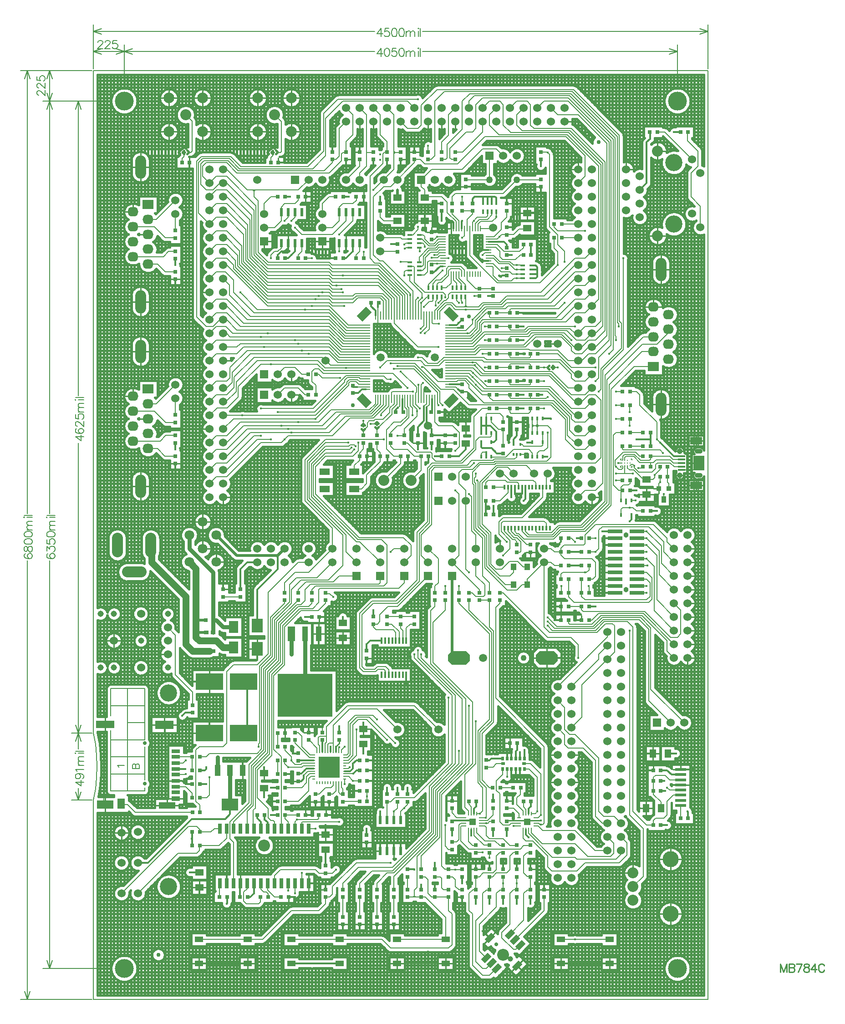
<source format=gbr>
%FSTAX23Y23*%
%MOIN*%
%SFA1B1*%

%IPPOS*%
%AMD12*
4,1,8,-0.008000,0.013200,-0.013200,0.008000,-0.013200,0.002600,0.002600,-0.013200,0.008000,-0.013200,0.013200,-0.008000,0.013200,-0.002600,-0.002600,0.013200,-0.008000,0.013200,0.0*
%
%AMD13*
4,1,8,-0.013200,-0.008000,-0.008000,-0.013200,-0.002600,-0.013200,0.013200,0.002600,0.013200,0.008000,0.008000,0.013200,0.002600,0.013200,-0.013200,-0.002600,-0.013200,-0.008000,0.0*
%
%AMD14*
4,1,4,-0.018400,0.000000,0.000000,-0.018400,0.018400,0.000000,0.000000,0.018400,-0.018400,0.000000,0.0*
%
%AMD15*
4,1,8,-0.013400,-0.007800,-0.007800,-0.013400,-0.002100,-0.013400,0.013400,0.002100,0.013400,0.007800,0.007800,0.013400,0.002100,0.013400,-0.013400,-0.002100,-0.013400,-0.007800,0.0*
%
%AMD16*
4,1,4,0.000000,-0.018400,0.018400,0.000000,0.000000,0.018400,-0.018400,0.000000,0.000000,-0.018400,0.0*
%
%AMD17*
4,1,8,0.007800,-0.013400,0.013400,-0.007800,0.013400,-0.002100,-0.002100,0.013400,-0.007800,0.013400,-0.013400,0.007800,-0.013400,0.002100,0.002100,-0.013400,0.007800,-0.013400,0.0*
%
%AMD18*
4,1,4,-0.055500,0.013800,0.013800,-0.055500,0.055500,-0.013800,-0.013800,0.055500,-0.055500,0.013800,0.0*
%
%AMD20*
4,1,4,-0.013800,-0.055500,0.055500,0.013800,0.013800,0.055500,-0.055500,-0.013800,-0.013800,-0.055500,0.0*
%
%AMD35*
4,1,4,0.010600,0.038900,-0.038900,-0.010600,-0.010600,-0.038900,0.038900,0.010600,0.010600,0.038900,0.0*
%
%AMD72*
4,1,8,0.078500,-0.024500,0.078500,0.024500,0.054000,0.049000,-0.054000,0.049000,-0.078500,0.024500,-0.078500,-0.024500,-0.054000,-0.049000,0.054000,-0.049000,0.078500,-0.024500,0.0*
%
%ADD10C,0.015000*%
%ADD11R,0.030000X0.030000*%
G04~CAMADD=12~4~0.0~0.0~150.0~300.0~0.0~37.5~0~0.0~0.0~0.0~0.0~0~0.0~0.0~0.0~0.0~0~0.0~0.0~0.0~45.0~264.0~264.0*
%ADD12D12*%
G04~CAMADD=13~4~0.0~0.0~150.0~300.0~0.0~37.5~0~0.0~0.0~0.0~0.0~0~0.0~0.0~0.0~0.0~0~0.0~0.0~0.0~135.0~264.0~264.0*
%ADD13D13*%
G04~CAMADD=14~10~0.0~261.6~0.0~0.0~0.0~0.0~0~0.0~0.0~0.0~0.0~0~0.0~0.0~0.0~0.0~0~0.0~0.0~0.0~135.0~261.6~0.0*
%ADD14D14*%
G04~CAMADD=15~4~0.0~0.0~160.0~300.0~0.0~40.0~0~0.0~0.0~0.0~0.0~0~0.0~0.0~0.0~0.0~0~0.0~0.0~0.0~135.0~268.0~268.0*
%ADD15D15*%
G04~CAMADD=16~10~0.0~261.6~0.0~0.0~0.0~0.0~0~0.0~0.0~0.0~0.0~0~0.0~0.0~0.0~0.0~0~0.0~0.0~0.0~225.0~261.6~0.0*
%ADD16D16*%
G04~CAMADD=17~4~0.0~0.0~160.0~300.0~0.0~40.0~0~0.0~0.0~0.0~0.0~0~0.0~0.0~0.0~0.0~0~0.0~0.0~0.0~225.0~268.0~268.0*
%ADD17D17*%
G04~CAMADD=18~9~0.0~0.0~980.0~590.0~0.0~0.0~0~0.0~0.0~0.0~0.0~0~0.0~0.0~0.0~0.0~0~0.0~0.0~0.0~135.0~1110.0~1109.0*
%ADD18D18*%
%ADD19R,0.008000X0.059000*%
G04~CAMADD=20~9~0.0~0.0~980.0~590.0~0.0~0.0~0~0.0~0.0~0.0~0.0~0~0.0~0.0~0.0~0.0~0~0.0~0.0~0.0~225.0~1110.0~1109.0*
%ADD20D20*%
%ADD21R,0.059000X0.008000*%
%ADD22R,0.012000X0.037000*%
%ADD23R,0.079000X0.110000*%
%ADD24R,0.053000X0.016000*%
%ADD25R,0.036000X0.050000*%
%ADD26R,0.036000X0.036000*%
%ADD27R,0.030000X0.030000*%
%ADD28R,0.016000X0.030000*%
%ADD29R,0.008000X0.024000*%
%ADD30R,0.024000X0.008000*%
%ADD31R,0.035000X0.016000*%
%ADD32R,0.075000X0.051000*%
%ADD33R,0.060000X0.050000*%
%ADD34R,0.040000X0.050000*%
G04~CAMADD=35~9~0.0~0.0~700.0~400.0~0.0~0.0~0~0.0~0.0~0.0~0.0~0~0.0~0.0~0.0~0.0~0~0.0~0.0~0.0~45.0~778.0~777.0*
%ADD35D35*%
%ADD36R,0.047000X0.047000*%
%ADD37C,0.030000*%
%ADD38R,0.039000X0.008000*%
%ADD39R,0.016000X0.035000*%
%ADD40R,0.069000X0.091000*%
%ADD41R,0.010000X0.028000*%
%ADD42R,0.028000X0.010000*%
%ADD43R,0.040000X0.080000*%
%ADD44R,0.120000X0.090000*%
%ADD45R,0.012000X0.045000*%
%ADD46R,0.012000X0.020000*%
%ADD47R,0.402000X0.315000*%
%ADD48R,0.039000X0.110000*%
%ADD49R,0.056000X0.110000*%
%ADD50R,0.037000X0.028000*%
%ADD51R,0.087000X0.031000*%
%ADD52R,0.020000X0.060000*%
%ADD53R,0.031000X0.020000*%
%ADD54R,0.020000X0.031000*%
%ADD55R,0.157000X0.157000*%
%ADD56R,0.079000X0.020000*%
%ADD57R,0.025000X0.075000*%
%ADD58R,0.008000X0.039000*%
%ADD59R,0.110000X0.029000*%
%ADD60R,0.200000X0.120000*%
%ADD61R,0.080000X0.100000*%
%ADD62R,0.060000X0.040000*%
%ADD63R,0.050000X0.060000*%
%ADD64C,0.010000*%
%ADD65R,0.138000X0.055000*%
%ADD66R,0.122000X0.047000*%
%ADD67R,0.122000X0.059000*%
%ADD68R,0.138000X0.063000*%
%ADD69R,0.063000X0.031000*%
%ADD70R,0.055000X0.077000*%
%ADD71R,0.063000X0.033000*%
G04~CAMADD=72~4~0.0~0.0~980.0~1570.0~0.0~245.0~0~0.0~0.0~0.0~0.0~0~0.0~0.0~0.0~0.0~0~0.0~0.0~0.0~270.0~1570.0~980.0*
%ADD72D72*%
%ADD73C,0.010000*%
%ADD74C,0.007000*%
%ADD75C,0.008000*%
%ADD76C,0.012000*%
%ADD77C,0.030000*%
%ADD78C,0.020000*%
%ADD79C,0.005000*%
%ADD80C,0.050000*%
%ADD81C,0.006000*%
%ADD82C,0.060000*%
%ADD83C,0.126000*%
%ADD84C,0.059000*%
%ADD85C,0.035000*%
%ADD86R,0.087000X0.055000*%
%ADD87C,0.055000*%
%ADD88C,0.041000*%
%ADD89R,0.060000X0.060000*%
%ADD90R,0.060000X0.060000*%
%ADD91C,0.080000*%
%ADD92C,0.118000*%
%ADD93C,0.126000*%
%ADD94C,0.045000*%
%ADD95C,0.087000*%
%ADD96C,0.050000*%
%ADD97C,0.071000*%
%ADD98C,0.028000*%
%ADD99C,0.039000*%
%ADD100O,0.080000X0.070000*%
%ADD101R,0.080000X0.070000*%
%ADD102O,0.080000X0.180000*%
%ADD103O,0.180000X0.080000*%
%ADD104C,0.038000*%
%ADD105C,0.079000*%
%ADD106C,0.079000*%
%ADD107C,0.138000*%
%ADD108C,0.126000*%
%ADD109C,0.126000*%
%ADD110C,0.043000*%
%ADD111O,0.080000X0.170000*%
%ADD112C,0.016000*%
%LNmb784b-1*%
%LPD*%
G54D10*
X04371Y06575D02*
D01*
X0437Y06581*
X0437Y06588*
X04368Y06594*
X04367Y06601*
X04365Y06607*
X04362Y06614*
X04359Y0662*
X04356Y06625*
X04352Y06631*
X04348Y06636*
X04344Y06641*
X04339Y06646*
X04334Y0665*
X04328Y06654*
X04323Y06658*
X04317Y06661*
X0431Y06664*
X04304Y06666*
X04298Y06668*
X04291Y06669*
X04285Y0667*
X04278Y0667*
X04271*
X04264Y0667*
X04258Y06669*
X04251Y06668*
X04245Y06666*
X04239Y06664*
X04232Y06661*
X04227Y06658*
X04221Y06654*
X04215Y0665*
X0421Y06646*
X04205Y06641*
X04201Y06636*
X04197Y06631*
X04193Y06625*
X0419Y0662*
X04187Y06614*
X04184Y06607*
X04182Y06601*
X04181Y06594*
X04179Y06588*
X04179Y06581*
X04179Y06575*
X04179Y06568*
X04179Y06561*
X04181Y06555*
X04182Y06548*
X04184Y06542*
X04187Y06535*
X0419Y06529*
X04193Y06524*
X04197Y06518*
X04201Y06513*
X04205Y06508*
X0421Y06503*
X04215Y06499*
X04221Y06495*
X04227Y06491*
X04232Y06488*
X04239Y06485*
X04245Y06483*
X04251Y06481*
X04258Y0648*
X04264Y06479*
X04271Y06479*
X04278*
X04285Y06479*
X04291Y0648*
X04298Y06481*
X04304Y06483*
X0431Y06485*
X04317Y06488*
X04323Y06491*
X04328Y06495*
X04334Y06499*
X04339Y06503*
X04344Y06508*
X04348Y06513*
X04352Y06518*
X04356Y06524*
X04359Y06529*
X04362Y06535*
X04365Y06542*
X04367Y06548*
X04368Y06555*
X0437Y06561*
X0437Y06568*
X04371Y06575*
X04262Y06384D02*
D01*
X04259Y06384*
X04257Y06385*
X04255Y06385*
D01*
X04252Y06385*
X0425Y06385*
X04247Y06385*
X04245Y06385*
X04242Y06384*
X0424Y06384*
X04237Y06383*
X04235Y06382*
X04233Y06381*
X04231Y0638*
X04229Y06378*
X04227Y06377*
X04225Y06375*
X04223Y06373*
X04222Y06371*
X0422Y06369*
X04219Y06367*
X04218Y06365*
X04217Y06363*
X04216Y06361*
X04216Y0636*
X04456Y0621D02*
D01*
X04455Y06212*
X04455Y06214*
X04455Y06216*
X04454Y06218*
X04454Y0622*
X04453Y06222*
X04452Y06224*
X04451Y06226*
X0445Y06228*
X04448Y06229*
X04447Y06231*
X04447Y06232*
X04456Y0621D02*
D01*
X04455Y06212*
X04455Y06214*
X04455Y06216*
X04454Y06218*
X04454Y0622*
X04453Y06222*
X04452Y06224*
X04451Y06226*
X0445Y06228*
X04448Y06229*
X04447Y06231*
X04447Y06232*
X0447Y061D02*
D01*
X04466Y06101*
X04462Y06103*
X04458Y06104*
X04456Y06105*
X04339Y06111D02*
D01*
X04341Y06108*
X04344Y06105*
X04347Y06102*
X04351Y061*
X04354Y06098*
X04358Y06096*
X04361Y06094*
X04365Y06093*
X04369Y06092*
X04373Y06092*
X04277Y06211D02*
D01*
X0427Y06212*
X04264Y06213*
X04258Y06214*
X04252Y06215*
X04245Y06215*
X04239Y06214*
X04233Y06213*
X04227Y06212*
X04221Y0621*
X04215Y06208*
X04209Y06205*
X04204Y06202*
X04198Y06199*
X04196Y06198*
X04353Y06072D02*
D01*
X04351Y0607*
X0435Y06068*
X04348Y06066*
X04347Y06065*
X04346Y06063*
X04345Y06061*
X04345Y06059*
X04344Y06056*
X04344Y06054*
X04344Y06052*
X04343Y0605*
X04344Y0605*
X04353Y06072D02*
D01*
X04351Y0607*
X0435Y06068*
X04348Y06066*
X04347Y06065*
X04346Y06063*
X04345Y06061*
X04345Y06059*
X04344Y06056*
X04344Y06054*
X04344Y06052*
X04343Y0605*
X04344Y0605*
X04163Y06151D02*
D01*
X04161Y06144*
X0416Y06138*
X04159Y06132*
X04159Y06126*
X04159Y06119*
X04159Y06113*
X0416Y06107*
X04162Y061*
X04164Y06094*
X04166Y06088*
X04169Y06083*
X04172Y06077*
X04175Y06072*
X04179Y06067*
X04183Y06062*
X04188Y06058*
X04193Y06054*
X04198Y0605*
X04203Y06046*
X04209Y06043*
X04215Y06041*
X0422Y06038*
X04227Y06037*
X04233Y06035*
X04239Y06034*
X04245Y06034*
X04252Y06034*
X04258Y06034*
X04264Y06035*
X0427Y06036*
X04277Y06038*
X04283Y0604*
X04288Y06042*
X04294Y06045*
X04299Y06049*
X04305Y06052*
X0431Y06056*
X04314Y06061*
X04318Y06065*
X04322Y0607*
X04326Y06076*
X04329Y06081*
X04332Y06087*
X04334Y06092*
X04337Y06099*
X04338Y06105*
X04339Y06111*
X04204Y06372D02*
D01*
X04202Y06373*
X042Y06374*
X04198Y06376*
X04197Y06377*
X04195Y06378*
X04193Y06379*
X04191Y06379*
X04188Y0638*
X04186Y0638*
X04184Y0638*
X04182Y06381*
X04182Y06381*
X04204Y06372D02*
D01*
X04202Y06373*
X042Y06374*
X04198Y06376*
X04197Y06377*
X04195Y06378*
X04193Y06379*
X04191Y06379*
X04188Y0638*
X04186Y0638*
X04184Y0638*
X04182Y06381*
X04182Y06381*
X0411Y063D02*
D01*
X04109Y06302*
X04109Y06305*
X0411Y06307*
X0409Y06268D02*
D01*
X04092Y06269*
X04094Y0627*
X04096Y06271*
X04098Y06273*
X041Y06275*
X04101Y06276*
X04103Y06278*
X04104Y0628*
X04105Y06282*
X04107Y06285*
X04108Y06287*
X04108Y06289*
X04109Y06292*
X04109Y06294*
X0411Y06296*
X0411Y06299*
X0411Y063*
X04198Y0621D02*
D01*
X04197Y06214*
X04197Y06219*
X04196Y06224*
X04195Y06228*
X04193Y06233*
X04192Y06237*
X0419Y06241*
X04187Y06246*
X04185Y06249*
X04182Y06253*
X04178Y06257*
X04175Y0626*
X04171Y06263*
X04168Y06266*
X04164Y06268*
X04159Y06271*
X04155Y06273*
X04151Y06274*
X04146Y06275*
X04141Y06276*
X04137Y06277*
X04132Y06277*
X04127*
X04122Y06277*
X04118Y06276*
X04113Y06275*
X04108Y06274*
X04104Y06273*
X041Y06271*
X04096Y06268*
X04091Y06266*
X04088Y06263*
X04084Y0626*
X04083Y06259*
X04196Y06198D02*
D01*
X04196Y06202*
X04197Y06207*
X04198Y0621*
X04083Y06161D02*
D01*
X04086Y06157*
X0409Y06154*
X04094Y06152*
X04098Y06149*
X04102Y06147*
X04106Y06146*
X04111Y06144*
X04116Y06143*
X0412Y06142*
X04125Y06142*
X0413Y06142*
X04134Y06142*
X04139Y06142*
X04144Y06143*
X04148Y06144*
X04153Y06146*
X04157Y06148*
X04162Y0615*
X04163Y06151*
X04026Y06299D02*
D01*
X04024Y06297*
X04022Y06295*
X04021Y06293*
X0402Y06291*
X04019Y06289*
X04018Y06287*
X04017Y06284*
X04016Y06282*
X04016Y0628*
X04016Y06277*
X04016Y06275*
X04016Y06275*
X04026Y06299D02*
D01*
X04024Y06297*
X04022Y06295*
X04021Y06293*
X0402Y06291*
X04019Y06289*
X04018Y06287*
X04017Y06284*
X04016Y06282*
X04016Y0628*
X04016Y06277*
X04016Y06275*
X04016Y06275*
Y0608D02*
D01*
X04012Y0608*
X04008Y06081*
X04004Y06082*
X04Y06082*
X03996Y06082*
X03992Y06081*
X03988Y06081*
X03984Y0608*
X0398Y06078*
X03976Y06077*
X03973Y06075*
X03969Y06073*
X03966Y06071*
X03963Y06069*
X0396Y06066*
X03957Y06063*
X03956Y06062*
D01*
X03956Y06065*
X03957Y06069*
X03957Y06073*
X03957Y06075*
X04344Y05875D02*
D01*
X04344Y05872*
X04344Y0587*
X04344Y05868*
X04345Y05866*
X04345Y05864*
X04346Y05862*
X04347Y0586*
X04348Y05858*
X04349Y05856*
X04351Y05855*
X04352Y05853*
X04353Y05853*
X04344Y05875D02*
D01*
X04344Y05872*
X04344Y0587*
X04344Y05868*
X04345Y05866*
X04345Y05864*
X04346Y05862*
X04347Y0586*
X04348Y05858*
X04349Y05856*
X04351Y05855*
X04352Y05853*
X04353Y05853*
X04412Y05699D02*
D01*
X04408Y05696*
X04405Y05694*
X04402Y05691*
X04399Y05688*
X04397Y05685*
X04395Y05682*
X04393Y05678*
X04391Y05675*
X04389Y05671*
X04388Y05667*
X04387Y05663*
X04386Y0566*
X04386Y05656*
X04385Y05652*
X04385Y05648*
X04386Y05644*
X04386Y0564*
X04387Y05636*
X04388Y05632*
X0439Y05628*
X04392Y05625*
X04393Y05621*
X04396Y05618*
X04398Y05615*
X04401Y05612*
X04403Y05609*
X04406Y05606*
X0441Y05604*
X04413Y05602*
X04416Y056*
X0442Y05598*
X04424Y05597*
X04428Y05595*
X04431Y05594*
X04435Y05594*
X04439Y05593*
X04443Y05593*
X04447Y05594*
X04451Y05594*
X04455Y05595*
X04459Y05596*
X04463Y05597*
X04467Y05599*
X0447Y056*
X044Y05806D02*
D01*
X04396Y05807*
X04392Y05807*
X04388Y05808*
X04384Y05808*
X0438Y05808*
X04376Y05808*
X04372Y05807*
X04368Y05806*
X04364Y05805*
X0436Y05804*
X04357Y05802*
X04353Y058*
X0435Y05798*
X04346Y05795*
X04343Y05793*
X04341Y0579*
X04338Y05787*
X04335Y05784*
X04333Y0578*
X04331Y05777*
X0433Y05773*
X04328Y05769*
X04327Y05766*
X04326Y05762*
X04325Y05758*
X04325Y05754*
X04325Y0575*
X04325Y05746*
X04326Y05742*
X04326Y05738*
X04327Y05734*
X04329Y0573*
X0433Y05726*
X04332Y05723*
X04334Y05719*
X04336Y05716*
X04339Y05713*
X04342Y0571*
X04345Y05707*
X04348Y05705*
X04351Y05702*
X04354Y057*
X04358Y05698*
X04362Y05697*
X04366Y05696*
X04369Y05694*
X04373Y05694*
X04377Y05693*
X04381Y05693*
X04385Y05693*
X04389Y05693*
X04393Y05694*
X04397Y05695*
X04401Y05696*
X04405Y05697*
X04408Y05699*
X04412Y05701*
X0434Y05675D02*
D01*
X04339Y05681*
X04339Y05687*
X04338Y05693*
X04336Y05699*
X04334Y05705*
X04332Y05711*
X04329Y05717*
X04326Y05722*
X04322Y05727*
X04318Y05732*
X04314Y05737*
X0431Y05741*
X04305Y05745*
X043Y05749*
X04295Y05752*
X04289Y05755*
X04283Y05758*
X04277Y0576*
X04271Y05762*
X04265Y05763*
X04259Y05764*
X04253Y05764*
X04246*
X0424Y05764*
X04234Y05763*
X04228Y05762*
X04222Y0576*
X04216Y05758*
X0421Y05755*
X04205Y05752*
X04199Y05749*
X04194Y05745*
X04189Y05741*
X04185Y05737*
X04181Y05732*
X04177Y05727*
X04173Y05722*
X0417Y05717*
X04167Y05711*
X04165Y05705*
X04163Y05699*
X04161Y05693*
X0416Y05687*
X0416Y05681*
X0416Y05675*
X0416Y05668*
X0416Y05662*
X04161Y05656*
X04163Y0565*
X04163Y05649*
X04196Y05602D02*
D01*
X04201Y05598*
X04206Y05595*
X04212Y05592*
X04218Y05589*
X04224Y05587*
X0423Y05586*
X04236Y05585*
X04242Y05584*
X04249Y05584*
X04255Y05584*
X04261Y05584*
X04268Y05586*
X04274Y05587*
X0428Y05589*
X04286Y05591*
X04291Y05594*
X04297Y05597*
X04302Y05601*
X04307Y05604*
X04312Y05609*
X04316Y05613*
X04321Y05618*
X04324Y05623*
X04328Y05628*
X04331Y05634*
X04333Y0564*
X04336Y05646*
X04337Y05652*
X04339Y05658*
X0434Y05664*
X0434Y05671*
X0434Y05675*
X04246Y04958D02*
D01*
X04249Y0496*
X04253Y04962*
X04256Y04965*
X04259Y04968*
X04262Y04971*
X04265Y04975*
X04267Y04978*
X04269Y04982*
X04271Y04986*
X04273Y0499*
X04274Y04994*
X04275Y04998*
X04276Y05003*
X04277Y05007*
X04277Y05011*
X04278Y05013*
D01*
X04277Y05017*
X04277Y05021*
X04276Y05025*
X04275Y0503*
X04274Y05034*
X04272Y05038*
X0427Y05042*
X04268Y05045*
X04266Y05049*
X04263Y05052*
X0426Y05056*
X04257Y05059*
X04254Y05061*
X0425Y05064*
X04247Y05066*
X04243Y05068*
X04239Y0507*
X04235Y05071*
X0423Y05073*
X04226Y05074*
X04222Y05074*
X04218Y05074*
X04215Y05076*
X04074Y05951D02*
D01*
X04075Y05952*
X04077Y05954*
X04078Y05956*
X04079Y05958*
X0408Y0596*
X04081Y05962*
X04082Y05965*
X04083Y05967*
X04083Y05969*
X04083Y05972*
X04083Y05974*
X04083Y05975*
X04074Y05951D02*
D01*
X04075Y05952*
X04077Y05954*
X04078Y05956*
X04079Y05958*
X0408Y0596*
X04081Y05962*
X04082Y05965*
X04083Y05967*
X04083Y05969*
X04083Y05972*
X04083Y05974*
X04083Y05975*
X04057Y05925D02*
D01*
X04056Y05929*
X04056Y05933*
X04057Y05934*
X04198Y0559D02*
D01*
X04197Y05594*
X04197Y05599*
X04196Y05602*
X04163Y05649D02*
D01*
X04158Y05651*
X04154Y05653*
X0415Y05654*
X04145Y05655*
X0414Y05656*
X04136Y05657*
X04131Y05657*
X04126Y05657*
X04122Y05657*
X04117Y05656*
X04112Y05655*
X04108Y05654*
X04103Y05652*
X04099Y0565*
X04095Y05648*
X04091Y05645*
X04087Y05642*
X04084Y05639*
X0408Y05636*
X04077Y05632*
X04074Y05628*
X04072Y05625*
X04069Y0562*
X04067Y05616*
X04066Y05612*
X04064Y05607*
X04063Y05603*
X04062Y05598*
X04062Y05593*
X04062Y05589*
X04062Y05584*
X04063Y05579*
X04064Y05575*
X04065Y0557*
X04066Y05566*
X04068Y05561*
X0407Y05557*
X04073Y05553*
X04075Y05549*
X04078Y05545*
X04082Y05542*
X04085Y05539*
X04089Y05536*
X04092Y05533*
X04097Y05531*
X04101Y05528*
X04105Y05526*
X04109Y05525*
X04114Y05524*
X04119Y05523*
X04123Y05522*
X04128Y05522*
X04133Y05522*
X04137Y05522*
X04142Y05523*
X04147Y05524*
X04151Y05525*
X04156Y05527*
X0416Y05529*
X04164Y05531*
X04168Y05534*
X04172Y05537*
X04175Y0554*
X04179Y05543*
X04182Y05547*
X04185Y05551*
X04187Y05554*
X0419Y05559*
X04192Y05563*
X04193Y05567*
X04195Y05572*
X04196Y05576*
X04197Y05581*
X04197Y05586*
X04198Y0559*
X04028Y05875D02*
D01*
X04031Y05877*
X04034Y05879*
X04037Y05881*
X0404Y05884*
X04043Y05887*
X04045Y0589*
X04048Y05893*
X0405Y05897*
X04052Y05901*
X04053Y05904*
X04054Y05908*
X04055Y05912*
X04056Y05916*
X04057Y0592*
X04057Y05924*
X04057Y05925*
Y05825D02*
D01*
X04056Y05829*
X04056Y05833*
X04055Y05837*
X04054Y0584*
X04053Y05844*
X04051Y05848*
X0405Y05852*
X04048Y05855*
X04045Y05859*
X04043Y05862*
X0404Y05865*
X04037Y05868*
X04034Y0587*
X04031Y05873*
X04028Y05875*
Y05775D02*
D01*
X04031Y05777*
X04034Y05779*
X04037Y05781*
X0404Y05784*
X04043Y05787*
X04045Y0579*
X04048Y05793*
X0405Y05797*
X04052Y05801*
X04053Y05804*
X04054Y05808*
X04055Y05812*
X04056Y05816*
X04057Y0582*
X04057Y05824*
X04057Y05825*
Y05725D02*
D01*
X04056Y05729*
X04056Y05733*
X04055Y05737*
X04054Y0574*
X04053Y05744*
X04051Y05748*
X0405Y05752*
X04048Y05755*
X04045Y05759*
X04043Y05762*
X0404Y05765*
X04037Y05768*
X04034Y0577*
X04031Y05773*
X04028Y05775*
X03944Y05738D02*
D01*
X03943Y05734*
X03942Y0573*
X03942Y05726*
X03942Y05722*
X03942Y05718*
X03943Y05714*
X03944Y0571*
X03945Y05706*
X03947Y05702*
X03948Y05698*
X0395Y05695*
X03952Y05692*
X03955Y05688*
X03957Y05685*
X0396Y05683*
X03963Y0568*
X03966Y05677*
X0397Y05675*
X03973Y05673*
X03977Y05672*
X03981Y0567*
X03985Y05669*
X03988Y05668*
X03992Y05667*
X03996Y05667*
X04Y05667*
X04004Y05667*
X04008Y05668*
X04012Y05668*
X04016Y0567*
X0402Y05671*
X04024Y05672*
X04027Y05674*
X04031Y05676*
X04034Y05679*
X04037Y05681*
X0404Y05684*
X04043Y05687*
X04045Y0569*
X04048Y05693*
X0405Y05697*
X04052Y057*
X04053Y05704*
X04054Y05708*
X04056Y05712*
X04056Y05715*
X04057Y05719*
X04057Y05723*
X04057Y05725*
X04205Y05076D02*
D01*
X042Y05075*
X04196Y05075*
X04192Y05074*
X04187Y05073*
X04183Y05072*
X04179Y0507*
X04175Y05068*
X04172Y05066*
X04168Y05064*
X04167Y05063*
D01*
X04167Y05067*
X04168Y05068*
X04222Y05388D02*
D01*
X04221Y05392*
X04221Y05397*
X0422Y05402*
X04219Y05406*
X04217Y05411*
X04216Y05415*
X04214Y05419*
X04211Y05424*
X04209Y05427*
X04206Y05431*
X04202Y05435*
X04199Y05438*
X04195Y05441*
X04192Y05444*
X04188Y05446*
X04183Y05449*
X04179Y05451*
X04175Y05452*
X0417Y05453*
X04165Y05454*
X04161Y05455*
X04156Y05455*
X04151*
X04146Y05455*
X04142Y05454*
X04137Y05453*
X04132Y05452*
X04128Y05451*
X04124Y05449*
X0412Y05446*
X04115Y05444*
X04112Y05441*
X04108Y05438*
X04105Y05435*
X04101Y05431*
X04098Y05427*
X04096Y05424*
X04093Y05419*
X04091Y05415*
X0409Y05411*
X04088Y05406*
X04087Y05402*
X04086Y05397*
X04086Y05392*
X04088Y05388*
Y05298D02*
D01*
X04088Y05293*
X04088Y05288*
X04089Y05283*
X0409Y05279*
X04092Y05274*
X04093Y0527*
X04095Y05266*
X04098Y05261*
X041Y05258*
X04103Y05254*
X04107Y0525*
X0411Y05247*
X04114Y05244*
X04117Y05241*
X04122Y05239*
X04126Y05236*
X0413Y05234*
X04134Y05233*
X04139Y05232*
X04144Y05231*
X04148Y0523*
X04153Y0523*
X04158*
X04163Y0523*
X04167Y05231*
X04172Y05232*
X04177Y05233*
X04181Y05234*
X04185Y05236*
X0419Y05239*
X04194Y05241*
X04197Y05244*
X04201Y05247*
X04204Y0525*
X04208Y05254*
X04211Y05258*
X04213Y05261*
X04216Y05266*
X04218Y0527*
X04219Y05274*
X04221Y05279*
X04222Y05283*
X04223Y05288*
X04223Y05293*
X04222Y05298*
X04168Y05068D02*
D01*
X04167Y05072*
X04167Y05076*
X04166Y0508*
X04165Y05085*
X04164Y05089*
X04162Y05093*
X0416Y05097*
X04158Y051*
X04156Y05104*
X04153Y05107*
X0415Y05111*
X04147Y05114*
X04144Y05116*
X0414Y05119*
X04137Y05121*
X04133Y05123*
X04129Y05125*
X04125Y05126*
X0412Y05128*
X04116Y05129*
X04112Y05129*
X04108Y05129*
X04105Y0513*
X04095D02*
D01*
X0409Y05129*
X04086Y05129*
X04082Y05128*
X04077Y05127*
X04073Y05126*
X04069Y05124*
X04065Y05122*
X04062Y0512*
X04058Y05118*
X04055Y05115*
X04051Y05112*
X04048Y05109*
X04046Y05106*
X04043Y05102*
X04041Y05099*
X04039Y05095*
X04037Y05091*
X04036Y05087*
X04034Y05082*
X04033Y05078*
X04033Y05074*
X04033Y0507*
Y05065*
X04033Y05061*
X04033Y05057*
X04034Y05053*
X04036Y05048*
X04037Y05044*
X04039Y0504*
X04041Y05037*
X04043Y05033*
X04046Y05029*
X04048Y05026*
X04051Y05023*
X04055Y0502*
X04058Y05017*
X04062Y05015*
X04064Y05014*
D01*
X0406Y05011*
X04056Y05009*
X04053Y05006*
X0405Y05003*
X04047Y05*
X04044Y04996*
X04042Y04993*
X0404Y04989*
X04038Y04985*
X04036Y04981*
X04035Y04977*
X04034Y04973*
X04033Y04968*
X04032Y04964*
X04032Y0496*
X04032Y04955*
X04033Y04951*
X04034Y04947*
X04035Y04942*
X04036Y04938*
X04038Y04934*
X04039Y0493*
X04042Y04927*
X04044Y04923*
X04047Y0492*
X0405Y04916*
X04053Y04913*
X04056Y04911*
X0406Y04908*
X04063Y04906*
X04064Y04905*
X03881Y06325D02*
D01*
X0388Y06327*
X0388Y06329*
X0388Y06331*
X03879Y06333*
X03879Y06335*
X03878Y06337*
X03877Y06339*
X03876Y06341*
X03875Y06343*
X03873Y06344*
X03872Y06346*
X03872Y06347*
X03881Y06325D02*
D01*
X0388Y06327*
X0388Y06329*
X0388Y06331*
X03879Y06333*
X03879Y06335*
X03878Y06337*
X03877Y06339*
X03876Y06341*
X03875Y06343*
X03873Y06344*
X03872Y06346*
X03872Y06347*
X03957Y06075D02*
D01*
X03956Y06079*
X03956Y06083*
X03955Y06087*
X03954Y0609*
X03953Y06094*
X03951Y06098*
X0395Y06102*
X03948Y06105*
X03945Y06109*
X03943Y06112*
X0394Y06115*
X03937Y06118*
X03934Y0612*
X03931Y06123*
X03928Y06125*
X03924Y06127*
X0392Y06128*
X03916Y0613*
X03913Y06131*
X03909Y06132*
X03905Y06132*
X03901Y06132*
X03896*
X03892Y06132*
X03888Y06132*
X03884Y06131*
X03881Y0613*
X03881Y06129*
X0367Y06312D02*
D01*
X03667Y06309*
X03665Y06307*
X03662Y06304*
X0366Y06302*
X03659Y06299*
X03657Y06296*
X03656Y06293*
X03654Y0629*
X03653Y06287*
X03653Y06284*
X03652Y0628*
X03652Y06277*
X03652Y06274*
X03652Y0627*
X03652Y06267*
X03653Y06265*
X03569Y06129D02*
D01*
X03565Y0613*
X03561Y06131*
X03557Y06131*
X03553Y06132*
X03549Y06132*
X03545Y06132*
X03541Y06131*
X03537Y0613*
X03533Y06129*
X03529Y06128*
X03526Y06127*
X03522Y06125*
X03519Y06123*
X03515Y0612*
X03512Y06118*
X03509Y06115*
X03507Y06112*
X03504Y06109*
X03502Y06106*
X035Y06103*
X03498Y06099*
X03496Y06095*
X03495Y06092*
X03494Y06088*
X03493Y06084*
X03493Y0608*
X03492Y06076*
X03492Y06072*
X03493Y06068*
X03493Y06064*
X03494Y0606*
X03495Y06056*
X03497Y06052*
X03498Y06049*
X035Y06045*
X03502Y06042*
X03505Y06039*
X03507Y06036*
X0351Y06033*
X03513Y0603*
X03516Y06028*
X0352Y06026*
X03522Y06025*
X03537Y06682D02*
D01*
X03535Y06683*
X03533Y06684*
X03531Y06686*
X0353Y06687*
X03528Y06688*
X03526Y06689*
X03524Y06689*
X03521Y0669*
X03519Y0669*
X03517Y0669*
X03515Y06691*
X03515Y06691*
X03537Y06682D02*
D01*
X03535Y06683*
X03533Y06684*
X03531Y06686*
X0353Y06687*
X03528Y06688*
X03526Y06689*
X03524Y06689*
X03521Y0669*
X03519Y0669*
X03517Y0669*
X03515Y06691*
X03515Y06691*
X03522Y06397D02*
D01*
X0352Y06398*
X03518Y06399*
X03516Y06401*
X03515Y06402*
X03513Y06403*
X03511Y06404*
X03509Y06404*
X03506Y06405*
X03504Y06405*
X03504Y06406*
X03507Y06425D02*
D01*
X03506Y06429*
X03506Y06433*
X03505Y06437*
X03504Y0644*
X03504Y06444*
Y06406D02*
D01*
X03505Y06409*
X03506Y06413*
X03506Y06417*
X03507Y06421*
X03507Y06425*
X03522Y06397D02*
D01*
X0352Y06398*
X03518Y06399*
X03516Y06401*
X03515Y06402*
X03513Y06403*
X03511Y06404*
X03509Y06404*
X03506Y06405*
X03504Y06405*
X03504Y06406*
X03371Y06185D02*
D01*
X0337Y06187*
X0337Y06189*
X0337Y06191*
X03369Y06193*
X03369Y06195*
X03368Y06197*
X03367Y06199*
X03366Y06201*
X03365Y06203*
X03363Y06204*
X03362Y06206*
X03362Y06207*
X03371Y06185D02*
D01*
X0337Y06187*
X0337Y06189*
X0337Y06191*
X03369Y06193*
X03369Y06195*
X03368Y06197*
X03367Y06199*
X03366Y06201*
X03365Y06203*
X03363Y06204*
X03362Y06206*
X03362Y06207*
X03359Y0621D02*
D01*
X03358Y06212*
X03357Y06214*
X03356Y06216*
X03354Y06218*
X03353Y06221*
X03351Y06222*
X0335Y06224*
X03348Y06226*
X03346Y06228*
X03344Y06229*
X03342Y0623*
X0334Y06231*
X03338Y06232*
X03335Y06233*
X03333Y06234*
X0333Y06234*
X03328Y06235*
X03325Y06235*
X03323Y06235*
X03321Y06235*
X03318Y06234*
X03318Y06235*
X03241Y06112D02*
D01*
X0324Y06109*
X03239Y06107*
X0324Y06105*
D01*
X03239Y06102*
X03239Y061*
X03239Y06097*
X03239Y06095*
X0324Y06092*
X0324Y0609*
X03241Y06087*
X03242Y06085*
X03243Y06083*
X03244Y06081*
X03246Y06079*
X03247Y06077*
X03249Y06075*
X03251Y06073*
X03253Y06072*
X03255Y0607*
X03257Y06069*
X03259Y06068*
X03261Y06067*
X03263Y06066*
X03266Y06065*
X03268Y06065*
X03271Y06064*
X03273Y06064*
X03276Y06064*
X03278Y06064*
X03281Y06065*
X03283Y06065*
X03285Y06066*
X03288Y06067*
X0329Y06068*
X03292Y06069*
X03294Y0607*
X03296Y06072*
X03298Y06073*
X033Y06075*
X03302Y06077*
X03303Y06079*
X03304Y06081*
X03306Y06083*
X03307Y06085*
X03308Y06087*
X03309Y0609*
X03522Y06025D02*
D01*
X03518Y06022*
X03515Y0602*
X03512Y06018*
X03509Y06015*
X03506Y06012*
X03504Y06009*
X03501Y06006*
X03499Y06002*
X03497Y05998*
X03496Y05995*
X03495Y05991*
X03494Y05987*
X03493Y05983*
X03492Y05979*
X03492Y05975*
X03492Y05971*
X03493Y05967*
X03493Y05963*
X03494Y05959*
X03495Y05956*
X03497Y05952*
X03499Y05948*
X03501Y05945*
X03503Y05941*
X03505Y05938*
X03508Y05935*
X03511Y05932*
X03514Y0593*
X03517Y05927*
X0352Y05925*
X03522Y05925*
D01*
X03518Y05922*
X03515Y0592*
X03512Y05918*
X03509Y05915*
X03506Y05912*
X03504Y05909*
X03501Y05906*
X03499Y05902*
X03497Y05898*
X03496Y05895*
X03495Y05891*
X03494Y05887*
X03493Y05883*
X03492Y05879*
X03492Y05875*
X03492Y05871*
X03493Y05867*
X03493Y05863*
X03494Y05859*
X03495Y05856*
X03497Y05852*
X03499Y05848*
X03501Y05845*
X03503Y05841*
X03505Y05838*
X03508Y05835*
X03511Y05832*
X03514Y0583*
X03517Y05827*
X0352Y05825*
X03522Y05825*
X03881Y05721D02*
D01*
X03884Y05719*
X03888Y05718*
X03892Y05718*
X03896Y05717*
X039Y05717*
X03904Y05717*
X03908Y05718*
X03912Y05719*
X03916Y0572*
X0392Y05721*
X03923Y05722*
X03927Y05724*
X0393Y05726*
X03934Y05729*
X03937Y05731*
X0394Y05734*
X03942Y05737*
X03944Y05738*
X03522Y05825D02*
D01*
X03518Y05822*
X03515Y0582*
X03512Y05818*
X03509Y05815*
X03506Y05812*
X03504Y05809*
X03501Y05806*
X03499Y05802*
X03497Y05798*
X03496Y05795*
X03495Y05791*
X03494Y05787*
X03493Y05783*
X03492Y05779*
X03492Y05775*
X03492Y05771*
X03493Y05767*
X03493Y05763*
X03494Y05759*
X03495Y05756*
X03497Y05752*
X03499Y05748*
X03501Y05745*
X03503Y05741*
X03505Y05738*
X03508Y05735*
X03511Y05732*
X03514Y0573*
X03517Y05727*
X0352Y05725*
X03522Y05725*
D01*
X03518Y05722*
X03515Y0572*
X03512Y05718*
X03509Y05715*
X03506Y05712*
X03504Y05709*
X03502Y05706*
X03911Y05408D02*
D01*
X03912Y0541*
X03913Y05412*
X03913Y05414*
X03914Y05417*
X03914Y05419*
X03915Y05422*
X03915Y05424*
X03915Y05425*
D01*
X03914Y05427*
X03914Y0543*
X03914Y05432*
X03913Y05434*
X03912Y05437*
X03911Y05439*
X0391Y05441*
X03909Y05444*
X03908Y05446*
X03906Y05448*
X03904Y0545*
X03903Y05451*
X03901Y05453*
X03899Y05454*
X03897Y05456*
X03894Y05457*
X03892Y05458*
X0389Y05459*
X03887Y05459*
X03885Y0546*
X03882Y0546*
X03881Y0546*
X03309Y05655D02*
D01*
X03309Y05652*
X03309Y0565*
X03309Y05648*
X0331Y05646*
X0331Y05644*
X03311Y05642*
X03312Y0564*
X03313Y05638*
X03314Y05636*
X03316Y05635*
X03317Y05633*
X03318Y05633*
X03309Y05655D02*
D01*
X03309Y05652*
X03309Y0565*
X03309Y05648*
X0331Y05646*
X0331Y05644*
X03311Y05642*
X03312Y0564*
X03313Y05638*
X03314Y05636*
X03316Y05635*
X03317Y05633*
X03318Y05633*
X03369Y05392D02*
D01*
X03367Y05389*
X03366Y05387*
X03366Y05385*
X03366Y05385*
X03342Y055D02*
D01*
X03342Y05497*
X03342Y05495*
X03342Y05493*
X03343Y05491*
X03343Y05489*
X03344Y05487*
X03345Y05485*
X03346Y05483*
X03347Y05481*
X03349Y0548*
X0335Y05478*
X03351Y05478*
X03342Y055D02*
D01*
X03342Y05497*
X03342Y05495*
X03342Y05493*
X03343Y05491*
X03343Y05489*
X03344Y05487*
X03345Y05485*
X03346Y05483*
X03347Y05481*
X03349Y0548*
X0335Y05478*
X03351Y05478*
X03283Y0536D02*
D01*
X03282Y05362*
X03282Y05364*
X03282Y05367*
X03281Y05369*
X0328Y05371*
X0328Y05373*
X03279Y05375*
X03277Y05378*
X03276Y05379*
X03275Y05381*
X03274Y05384*
X03286Y05325D02*
D01*
X03285Y05327*
X03285Y0533*
X03285Y05332*
X03284Y05334*
X03283Y05337*
Y0536D02*
D01*
X03282Y05362*
X03282Y05364*
X03282Y05367*
X03281Y05369*
X0328Y05371*
X0328Y05373*
X03279Y05375*
X03277Y05378*
X03276Y05379*
X03275Y05381*
X03274Y05384*
X03283Y05313D02*
D01*
X03283Y05315*
X03284Y05317*
X03284Y0532*
X03284Y05322*
X03286Y05325*
X03261Y05396D02*
D01*
X03259Y05397*
X03257Y05399*
X03255Y054*
X03253Y05401*
X03253Y05402*
X03261Y05396D02*
D01*
X03259Y05397*
X03257Y05399*
X03255Y054*
X03253Y05401*
X03253Y05402*
D01*
X0325Y05403*
X03248Y05403*
X03246Y05404*
X03244Y05405*
X03241Y05405*
X03239Y05405*
X03238Y05406*
X03253Y05402D02*
D01*
X0325Y05403*
X03248Y05403*
X03246Y05404*
X03244Y05405*
X03241Y05405*
X03239Y05405*
X03238Y05406*
X0447Y0402D02*
D01*
X04469Y04022*
X04468Y04023*
X04467Y04025*
X04466Y04027*
X04465Y04029*
X04464Y04031*
X04462Y04032*
X04461Y04034*
X04459Y04035*
X04458Y04036*
X04456Y04037*
X04454Y04038*
X04452Y04039*
X0445Y0404*
X04448Y04041*
X04446Y04041*
X04444Y04041*
X04442Y04042*
X0444Y04042*
X04438Y04041*
X04436Y04041*
X04435Y04042*
D01*
X04432Y04042*
X0443Y04042*
X04428Y04042*
X04426Y04042*
X04425Y04042*
D01*
X04422Y04042*
X0442Y04042*
X04418Y04042*
X04416Y04042*
X04414Y04041*
X04412Y04041*
X0441Y0404*
X04408Y0404*
X04406Y04039*
X04404Y04038*
X04402Y04037*
X04401Y04035*
X04399Y04034*
X04397Y04032*
X04396Y04031*
X04395Y04029*
X04394Y04027*
X04393Y04026*
X04392Y04024*
X04391Y04022*
X0439Y0402*
X0439Y04018*
X04389Y04015*
X04389Y04013*
X04389Y04011*
X04389Y04009*
X04389Y04007*
X0439Y04005*
X0439Y04003*
X04391Y04001*
X04392Y03999*
X04393Y03997*
X04394Y03995*
X04395Y03993*
X04397Y03993*
X04278Y04904D02*
D01*
X04277Y04908*
X04277Y04912*
X04276Y04916*
X04275Y04921*
X04274Y04925*
X04272Y04929*
X0427Y04933*
X04268Y04936*
X04266Y0494*
X04263Y04943*
X0426Y04947*
X04257Y0495*
X04254Y04952*
X0425Y04955*
X04247Y04957*
X04246Y04958*
Y0485D02*
D01*
X04249Y04852*
X04253Y04854*
X04256Y04857*
X04259Y0486*
X04262Y04863*
X04265Y04867*
X04267Y0487*
X04269Y04874*
X04271Y04878*
X04273Y04882*
X04274Y04886*
X04275Y0489*
X04276Y04895*
X04277Y04899*
X04277Y04903*
X04278Y04904*
Y04795D02*
D01*
X04277Y04799*
X04277Y04803*
X04276Y04807*
X04275Y04812*
X04274Y04816*
X04272Y0482*
X0427Y04824*
X04268Y04827*
X04266Y04831*
X04263Y04834*
X0426Y04838*
X04257Y04841*
X04254Y04843*
X0425Y04846*
X04247Y04848*
X04246Y0485*
Y0474D02*
D01*
X04249Y04742*
X04253Y04744*
X04256Y04747*
X04259Y0475*
X04262Y04753*
X04265Y04757*
X04267Y0476*
X04269Y04764*
X04271Y04768*
X04273Y04772*
X04274Y04776*
X04275Y0478*
X04276Y04785*
X04277Y04789*
X04277Y04793*
X04278Y04795*
Y04686D02*
D01*
X04277Y0469*
X04277Y04694*
X04276Y04698*
X04275Y04703*
X04274Y04707*
X04272Y04711*
X0427Y04715*
X04268Y04718*
X04266Y04722*
X04263Y04725*
X0426Y04729*
X04257Y04732*
X04254Y04734*
X0425Y04737*
X04247Y04739*
X04246Y0474*
X04215Y04623D02*
D01*
X04219Y04623*
X04223Y04623*
X04227Y04624*
X04232Y04625*
X04236Y04626*
X0424Y04628*
X04244Y0463*
X04247Y04632*
X04251Y04634*
X04254Y04637*
X04258Y0464*
X04261Y04643*
X04263Y04646*
X04266Y0465*
X04268Y04654*
X0427Y04657*
X04272Y04661*
X04273Y04665*
X04275Y0467*
X04276Y04674*
X04276Y04678*
X04276Y04682*
X04278Y04686*
X04168Y04636D02*
D01*
X04171Y04633*
X04175Y04631*
X04179Y04629*
X04183Y04627*
X04187Y04626*
X04191Y04624*
X04195Y04624*
X042Y04623*
X04204Y04623*
X04205Y04623*
X04222Y04402D02*
D01*
X04221Y04406*
X04221Y04411*
X0422Y04416*
X04219Y0442*
X04217Y04425*
X04216Y04429*
X04214Y04433*
X04211Y04438*
X04209Y04441*
X04206Y04445*
X04202Y04449*
X04199Y04452*
X04195Y04455*
X04192Y04458*
X04188Y0446*
X04183Y04463*
X04179Y04465*
X04175Y04466*
X0417Y04467*
X04165Y04468*
X04161Y04469*
X04156Y04469*
X04151*
X04146Y04469*
X04142Y04468*
X04137Y04467*
X04132Y04466*
X04128Y04465*
X04124Y04463*
X0412Y0446*
X04115Y04458*
X04112Y04455*
X04108Y04452*
X04105Y04449*
X04101Y04445*
X04098Y04441*
X04096Y04438*
X04093Y04433*
X04091Y04429*
X0409Y04425*
X04088Y0442*
X04087Y04416*
X04086Y04411*
X04086Y04406*
X04088Y04402*
X04149Y04245D02*
D01*
X04153Y04244*
X04158Y04244*
X04163Y04245*
X04167Y04245*
X04172Y04246*
X04176Y04248*
X04181Y0425*
X04185Y04252*
X04189Y04254*
X04193Y04256*
X04197Y04259*
X042Y04262*
X04204Y04266*
X04207Y04269*
X0421Y04273*
X04212Y04277*
X04214Y04281*
X04216Y04285*
X04218Y04289*
X04219Y04294*
X04221Y04299*
X04221Y04303*
X04222Y04308*
X04222Y04312*
X04324Y04004D02*
D01*
X04324Y04006*
X04324Y04008*
X04325Y0401*
X04325Y04013*
X04332Y03997D02*
D01*
X0433Y03998*
X04328Y04*
X04327Y04002*
X04325Y04003*
X04324Y04004*
X04159Y0411D02*
D01*
X04158Y04112*
X04157Y04114*
X04156Y04116*
X04156Y04117*
X04182Y0409D02*
D01*
X0418Y04092*
X04179Y04094*
X04178Y04096*
X04176Y04098*
X04174Y041*
X04173Y04101*
X04171Y04103*
X04169Y04104*
X04167Y04105*
X04164Y04107*
X04162Y04108*
X0416Y04108*
X0416Y04109*
X04156Y04225D02*
D01*
X04155Y04227*
X04155Y04229*
X04155Y04231*
X04154Y04233*
X04154Y04235*
X04153Y04237*
X04152Y04239*
X04151Y04241*
X0415Y04243*
X04149Y04245*
X04088Y04312D02*
D01*
X04088Y04307*
X04088Y04306*
X04156Y04225D02*
D01*
X04155Y04227*
X04155Y04229*
X04155Y04231*
X04154Y04233*
X04154Y04235*
X04153Y04237*
X04152Y04239*
X04151Y04241*
X0415Y04243*
X04149Y04245*
X04325Y04013D02*
D01*
X04324Y04015*
X04324Y04017*
X04324Y04019*
X04323Y04022*
X04323Y04024*
X04322Y04026*
X04321Y04028*
X04319Y0403*
X04318Y04032*
X04317Y04034*
X04315Y04035*
X04314Y04037*
X04312Y04039*
X0431Y0404*
X04308Y04041*
X04306Y04042*
X04304Y04043*
X04302Y04044*
X04299Y04045*
X04297Y04045*
X04295Y04045*
X04293Y04045*
X0429*
X04288Y04045*
X04286Y04045*
X04284Y04045*
X04281Y04044*
X04279Y04043*
X04277Y04042*
X04275Y04041*
X04273Y0404*
X04271Y04039*
X04269Y04037*
X04268Y04035*
X04266Y04034*
X04265Y04032*
X04264Y0403*
X04262Y04028*
X04261Y04026*
X0426Y04024*
X0426Y04022*
X04259Y04019*
X04259Y04017*
X04259Y04015*
X04259Y04013*
X04435Y03808D02*
D01*
X04437Y03807*
X04439Y03807*
X04441Y03807*
X04443Y03807*
X04445Y03808*
X04447Y03808*
X04449Y03809*
X04451Y03809*
X04453Y0381*
X04455Y03811*
X04457Y03812*
X04458Y03814*
X0446Y03815*
X04462Y03817*
X04463Y03818*
X04464Y0382*
X04465Y03822*
X04466Y03823*
X04467Y03825*
X04468Y03827*
X04469Y03829*
X0447Y0383*
X04425Y03808D02*
D01*
X04427Y03807*
X04429Y03807*
X04431Y03807*
X04433Y03807*
X04435Y03808*
X04397Y03857D02*
D01*
X04395Y03855*
X04394Y03853*
X04393Y03851*
X04392Y03849*
X04391Y03847*
X0439Y03845*
X0439Y03843*
X04389Y03841*
X04389Y03839*
X04389Y03837*
X04389Y03835*
X04389Y03833*
X0439Y03831*
X0439Y03829*
X04391Y03827*
X04391Y03825*
X04392Y03823*
X04393Y03821*
X04395Y03819*
X04396Y03817*
X04397Y03816*
X04399Y03814*
X044Y03813*
X04402Y03812*
X04404Y0381*
X04406Y03809*
X04408Y03808*
X0441Y03808*
X04412Y03807*
X04414Y03807*
X04416Y03806*
X04418Y03806*
X0442Y03806*
X04422Y03806*
X04424Y03806*
X04425Y03808*
X04378Y0335D02*
D01*
X04381Y03352*
X04384Y03354*
X04387Y03356*
X0439Y03359*
X04393Y03362*
X04395Y03365*
X04398Y03368*
X044Y03372*
X04402Y03376*
X04403Y03379*
X04404Y03383*
X04405Y03387*
X04406Y03391*
X04407Y03395*
X04407Y03399*
X04407Y034*
Y033D02*
D01*
X04406Y03304*
X04406Y03308*
X04405Y03312*
X04404Y03315*
X04403Y03319*
X04401Y03323*
X044Y03327*
X04398Y0333*
X04395Y03334*
X04393Y03337*
X0439Y0334*
X04387Y03343*
X04384Y03345*
X04381Y03348*
X04378Y0335*
Y0325D02*
D01*
X04381Y03252*
X04384Y03254*
X04387Y03256*
X0439Y03259*
X04393Y03262*
X04395Y03265*
X04398Y03268*
X044Y03272*
X04402Y03276*
X04403Y03279*
X04404Y03283*
X04405Y03287*
X04406Y03291*
X04407Y03295*
X04407Y03299*
X04407Y033*
Y034D02*
D01*
X04406Y03404*
X04406Y03408*
X04405Y03412*
X04404Y03415*
X04403Y03419*
X04401Y03423*
X044Y03427*
X04398Y0343*
X04395Y03434*
X04393Y03437*
X0439Y0344*
X04387Y03443*
X04384Y03445*
X04381Y03448*
X04378Y0345*
X04374Y03452*
X0437Y03453*
X04366Y03455*
X04363Y03456*
X04359Y03457*
X04355Y03457*
X04351Y03457*
X04346*
X04342Y03457*
X04338Y03457*
X04334Y03456*
X04331Y03455*
X04327Y03453*
X04323Y03452*
X0432Y0345*
X04316Y03448*
X04313Y03445*
X0431Y03443*
X04307Y0344*
X04304Y03437*
X04302Y03434*
X04299Y0343*
X043Y03428*
X04407Y032D02*
D01*
X04406Y03204*
X04406Y03208*
X04405Y03212*
X04404Y03215*
X04403Y03219*
X04401Y03223*
X044Y03227*
X04398Y0323*
X04395Y03234*
X04393Y03237*
X0439Y0324*
X04387Y03243*
X04384Y03245*
X04381Y03248*
X04378Y0325*
X04325Y03837D02*
D01*
X04324Y03839*
X04324Y03841*
X04324Y03843*
X04323Y03846*
X04323Y03848*
X04322Y0385*
X04321Y03852*
X04321Y03853*
X04266Y03858D02*
D01*
X04264Y03856*
X04263Y03854*
X04262Y03852*
X04261Y0385*
X0426Y03847*
X0426Y03845*
X04259Y03843*
X04259Y03841*
X04259Y03838*
X04259Y03836*
X04259Y03834*
X04259Y03832*
X0426Y03829*
X0426Y03827*
X04261Y03825*
X04262Y03823*
X04263Y03821*
X04264Y03819*
X04266Y03817*
X04267Y03815*
X04269Y03814*
X04271Y03812*
X04272Y03811*
X04274Y0381*
X04276Y03808*
X04278Y03807*
X04281Y03807*
X04283Y03806*
X04285Y03805*
X04287Y03805*
X04289Y03805*
X04292Y03805*
X04294Y03805*
X04296Y03805*
X04299Y03805*
X04301Y03806*
X04303Y03807*
X04305Y03808*
X04307Y03809*
X04309Y0381*
X04311Y03811*
X04313Y03813*
X04314Y03814*
X04316Y03816*
X04318Y03818*
X04319Y03819*
X0432Y03821*
X04321Y03823*
X04322Y03825*
X04323Y03828*
X04323Y0383*
X04324Y03832*
X04324Y03834*
X04325Y03837*
X04245Y03869D02*
D01*
X04247Y03868*
X04249Y03868*
X04251Y03868*
X04245Y03869D02*
D01*
X04247Y03868*
X04249Y03868*
X04251Y03868*
X04161Y03575D02*
D01*
X0416Y03577*
X0416Y0358*
X0416Y03582*
X04159Y03584*
X04158Y03587*
X04157Y03589*
X04156Y03591*
X04155Y03594*
X04154Y03596*
X04152Y03598*
X0415Y036*
X04149Y03601*
X04147Y03603*
X04145Y03604*
X04143Y03606*
X0414Y03607*
X04139Y03608*
D01*
X04136Y03608*
X04134Y03609*
X04132Y0361*
X04129Y0361*
X04129Y0361*
X043Y03428D02*
D01*
X04297Y03431*
X04295Y03434*
X04293Y03437*
X0429Y0344*
X04287Y03443*
X04284Y03445*
X04281Y03448*
X04277Y0345*
X04273Y03452*
X0427Y03453*
X04266Y03454*
X04262Y03455*
X04258Y03456*
X04254Y03457*
X0425Y03457*
X04246Y03457*
X04242Y03456*
X04238Y03456*
X04234Y03455*
X04231Y03454*
X04227Y03452*
X04223Y0345*
X0422Y03448*
X04216Y03446*
X04213Y03444*
X0421Y03441*
X04207Y03438*
X04205Y03435*
X04202Y03432*
X042Y03429*
X04198Y03425*
X04197Y03422*
X04197Y03422*
X04129Y0361D02*
D01*
X04126Y0361*
X04124Y0361*
X04121Y0361*
X0412Y0361*
Y0354D02*
D01*
X04122Y03539*
X04124Y03539*
X04127Y03539*
X04129Y03539*
X04132Y0354*
X04134Y0354*
X04137Y03541*
X04139Y03542*
X04141Y03543*
X04143Y03544*
X04145Y03546*
X04147Y03547*
X04149Y03549*
X04151Y03551*
X04152Y03553*
X04154Y03555*
X04155Y03557*
X04156Y03559*
X04157Y03561*
X04158Y03563*
X04159Y03566*
X04159Y03568*
X0416Y03571*
X0416Y03573*
X04161Y03575*
X04122Y03497D02*
D01*
X0412Y03498*
X04118Y03499*
X04116Y03501*
X04115Y03502*
X04113Y03503*
X04111Y03504*
X04109Y03504*
X04106Y03505*
X04104Y03505*
X04102Y03505*
X041Y03506*
X041Y03506*
X04122Y03497D02*
D01*
X0412Y03498*
X04118Y03499*
X04116Y03501*
X04115Y03502*
X04113Y03503*
X04111Y03504*
X04109Y03504*
X04106Y03505*
X04104Y03505*
X04102Y03505*
X041Y03506*
X041Y03506*
X0412Y0361D02*
D01*
X04117Y03609*
X04115Y03608*
X04113Y03609*
Y03542D02*
D01*
X04115Y03541*
X04117Y0354*
X0412Y0354*
X04064Y04905D02*
D01*
X0406Y04902*
X04056Y049*
X04053Y04897*
X0405Y04894*
X04047Y04891*
X04044Y04887*
X04042Y04884*
X04041Y04881*
X04025D02*
D01*
X04022Y0488*
X0402Y0488*
X04018Y0488*
X04016Y04879*
X04014Y04879*
X04012Y04878*
X0401Y04877*
X04008Y04876*
X04006Y04875*
X04005Y04873*
X04003Y04872*
X04003Y04872*
X04025Y04881D02*
D01*
X04022Y0488*
X0402Y0488*
X04018Y0488*
X04016Y04879*
X04014Y04879*
X04012Y04878*
X0401Y04877*
X04008Y04876*
X04006Y04875*
X04005Y04873*
X04003Y04872*
X04003Y04872*
X04031Y04425D02*
D01*
X0403Y04427*
X0403Y04429*
X0403Y04431*
X04029Y04433*
X04029Y04435*
X04028Y04437*
X04027Y04439*
X04026Y04441*
X04025Y04443*
X04023Y04444*
X04022Y04446*
X04022Y04447*
X03997Y04472D02*
D01*
X03995Y04473*
X03993Y04474*
X03991Y04476*
X0399Y04477*
X03988Y04478*
X03986Y04479*
X03984Y04479*
X03981Y0448*
X03979Y0448*
X03977Y0448*
X03975Y04481*
X03975Y04481*
X03997Y04472D02*
D01*
X03995Y04473*
X03993Y04474*
X03991Y04476*
X0399Y04477*
X03988Y04478*
X03986Y04479*
X03984Y04479*
X03981Y0448*
X03979Y0448*
X03977Y0448*
X03975Y04481*
X03975Y04481*
X04031Y04425D02*
D01*
X0403Y04427*
X0403Y04429*
X0403Y04431*
X04029Y04433*
X04029Y04435*
X04028Y04437*
X04027Y04439*
X04026Y04441*
X04025Y04443*
X04023Y04444*
X04022Y04446*
X04022Y04447*
X04002Y03747D02*
D01*
X04Y03748*
X03998Y0375*
X03996Y03752*
X03997Y03753*
X0397Y0376D02*
D01*
X03967Y03759*
X03965Y03758*
X03963Y03759*
X03997Y03753D02*
D01*
X03995Y03754*
X03993Y03755*
X03993Y03756*
X03975Y03619D02*
D01*
X03977Y03619*
X03979Y0362*
X03982Y03621*
X03984Y03622*
X03986Y03623*
X03988Y03625*
X0399Y03626*
X03992Y03628*
X03994Y0363*
X03995Y03632*
X03997Y03634*
X03998Y03636*
X03999Y03638*
X04Y03641*
X04001Y03642*
X03973Y0369D02*
D01*
X03975Y03689*
X03977Y0369*
X0398Y0369*
X03982Y0369*
X03985Y03691*
X03987Y03692*
X03989Y03693*
X03991Y03694*
X03993Y03694*
Y03756D02*
D01*
X0399Y03757*
X03988Y03758*
X03986Y03759*
X03983Y03759*
X03981Y0376*
X03978Y0376*
X03976Y0376*
X03973Y0376*
X03971Y0376*
X0397Y0376*
X03993Y03678D02*
D01*
X03991Y03679*
X03989Y03681*
X03987Y03682*
X03985Y03684*
X03982Y03685*
X0398Y03686*
X03978Y03687*
X03975Y03687*
X03973Y03688*
X03973Y03688*
X03495Y03892D02*
D01*
X03493Y03888*
X03493Y03884*
X03492Y0388*
X03492Y03876*
X03492Y03872*
X03492Y03868*
X03492Y03864*
X03493Y0386*
X03494Y03856*
X03496Y03852*
X03497Y03848*
X03499Y03845*
X03501Y03841*
X03504Y03838*
X03506Y03835*
X03509Y03832*
X03512Y03829*
X03515Y03827*
X03519Y03824*
X03522Y03825*
D01*
X03518Y03822*
X03515Y0382*
X03512Y03818*
X03509Y03815*
X03506Y03812*
X03504Y03809*
X03501Y03806*
X03499Y03802*
X03497Y03798*
X03496Y03795*
X03495Y03791*
X03494Y03787*
X03493Y03783*
X03492Y03779*
X03492Y03775*
X03492Y03771*
X03493Y03767*
X03493Y03763*
X03494Y03759*
X03495Y03756*
X03497Y03752*
X03499Y03748*
X03501Y03745*
X03503Y03741*
X03505Y03738*
X03508Y03735*
X03511Y03732*
X03514Y0373*
X03517Y03727*
X0352Y03725*
X03522Y03725*
X03346Y04819D02*
D01*
X03344Y04815*
X03343Y04811*
X03343Y04807*
X03342Y04803*
X03342Y04799*
X03342Y04795*
X03343Y04791*
X03344Y04787*
X03345Y04783*
X03345Y04782*
X03307Y048D02*
D01*
X03306Y04804*
X03306Y04808*
X03305Y04812*
X03304Y04815*
X03304Y04819*
X03305Y04782D02*
D01*
X03306Y04785*
X03306Y04789*
X03307Y04793*
X03307Y04797*
X03307Y048*
X03382Y0385D02*
D01*
X03381Y03854*
X03381Y03858*
X0338Y03862*
X03379Y03865*
X03378Y03869*
X03376Y03873*
X03375Y03877*
X03373Y0388*
X0337Y03884*
X03368Y03887*
X03365Y0389*
X03364Y03892*
X03347Y03797D02*
D01*
X0335Y03798*
X03354Y038*
X03357Y03802*
X0336Y03805*
X03363Y03807*
X03366Y0381*
X03369Y03813*
X03371Y03816*
X03373Y0382*
X03375Y03823*
X03377Y03827*
X03379Y0383*
X0338Y03834*
X03381Y03838*
X03381Y03842*
X03382Y03846*
X03382Y0385*
X03963Y03691D02*
D01*
X03965Y0369*
X03967Y03689*
X0397Y0369*
X03707Y03675D02*
D01*
X03706Y03679*
X03706Y03683*
X03705Y03687*
X03704Y0369*
X03703Y03694*
X03701Y03698*
X037Y03702*
X03699Y03705*
X03693Y03637D02*
D01*
X03695Y0364*
X03697Y03643*
X03699Y03646*
X03701Y0365*
X03703Y03653*
X03704Y03657*
X03705Y03661*
X03706Y03665*
X03707Y03669*
X03707Y03673*
X03707Y03675*
X03312Y03653D02*
D01*
X03313Y03654*
X03314Y03656*
X03316Y03658*
X03317Y03659*
X03318Y03661*
X03319Y03663*
X03319Y03665*
X0332Y03668*
X0332Y0367*
X0332Y03672*
X03321Y03674*
X03321Y03675*
X03312Y03653D02*
D01*
X03313Y03654*
X03314Y03656*
X03316Y03658*
X03317Y03659*
X03318Y03661*
X03319Y03663*
X03319Y03665*
X0332Y03668*
X0332Y0367*
X0332Y03672*
X03321Y03674*
X03321Y03675*
X036Y03647D02*
D01*
X03602Y03643*
X03604Y0364*
X03606Y03637*
X03609Y03634*
X03612Y03631*
X03615Y03629*
X03618Y03626*
X03622Y03624*
X03626Y03622*
X03629Y03621*
X03633Y0362*
X03637Y03619*
X03641Y03618*
X03645Y03617*
X03649Y03617*
X03653Y03617*
X03657Y03618*
X03661Y03618*
X03665Y03619*
X03668Y0362*
X03672Y03622*
X03676Y03624*
X03679Y03626*
X03683Y03628*
X03686Y0363*
X03688Y03632*
X03522Y03725D02*
D01*
X03518Y03722*
X03515Y0372*
X03512Y03718*
X03509Y03715*
X03506Y03712*
X03504Y03709*
X03501Y03706*
X03499Y03702*
X03497Y03698*
X03496Y03695*
X03495Y03691*
X03494Y03687*
X03493Y03683*
X03492Y03679*
X03492Y03675*
X03492Y03671*
X03493Y03667*
X03493Y03663*
X03494Y03659*
X03495Y03656*
X03497Y03652*
X03499Y03648*
X03501Y03645*
X03503Y03641*
X03505Y03638*
X03508Y03635*
X03511Y03632*
X03514Y0363*
X03517Y03627*
X0352Y03625*
X03524Y03623*
X03527Y03622*
X03531Y0362*
X03535Y03619*
X03539Y03618*
X03543Y03618*
X03547Y03617*
X03551Y03617*
X03555Y03617*
X03559Y03618*
X03563Y03619*
X03566Y0362*
X0357Y03621*
X03574Y03623*
X03578Y03625*
X03581Y03627*
X03584Y03629*
X03587Y03631*
X0359Y03634*
X03593Y03637*
X03595Y0364*
X03598Y03643*
X036Y03647*
X0397Y03506D02*
D01*
X0397Y03508*
X0397Y0351*
X03971Y03512*
X0397Y03506D02*
D01*
X0397Y03508*
X0397Y0351*
X03971Y03512*
X03731Y0339D02*
D01*
X03733Y0339*
X03735Y03391*
X03737Y03391*
X03722Y03278D02*
D01*
X03723Y03279*
X03724Y03281*
X03726Y03283*
X03727Y03284*
X03728Y03286*
X03729Y03288*
X03729Y0329*
X0373Y03293*
X0373Y03295*
X0373Y03297*
X03731Y03299*
X03731Y033*
X03722Y03278D02*
D01*
X03723Y03279*
X03724Y03281*
X03726Y03283*
X03727Y03284*
X03728Y03286*
X03729Y03288*
X03729Y0329*
X0373Y03293*
X0373Y03295*
X0373Y03297*
X03731Y03299*
X03731Y033*
X03679Y0324D02*
D01*
X03681Y0324*
X03683Y0324*
X03686Y03241*
X03688Y03242*
X0369Y03243*
X03692Y03244*
X03694Y03245*
X03696Y03247*
X03698Y03249*
X037Y0325*
X03702Y03252*
X03703Y03254*
X03705Y03256*
X03706Y03258*
X03707Y0326*
X03708Y03263*
X03709Y03265*
X03706Y032D02*
D01*
X03705Y03202*
X03705Y03204*
X03705Y03206*
X03704Y03208*
X03704Y0321*
X03703Y03212*
X03702Y03214*
X03701Y03216*
X037Y03218*
X03698Y03219*
X03697Y03221*
X03697Y03222*
X03706Y032D02*
D01*
X03705Y03202*
X03705Y03204*
X03705Y03206*
X03704Y03208*
X03704Y0321*
X03703Y03212*
X03702Y03214*
X03701Y03216*
X037Y03218*
X03698Y03219*
X03697Y03221*
X03697Y03222*
X03406Y03501D02*
D01*
X03403Y035*
X03401Y035*
X03399Y035*
X03397Y03499*
X03395Y03499*
X03393Y03498*
X03391Y03497*
X03389Y03496*
X03387Y03495*
X03386Y03493*
X03384Y03492*
X03384Y03492*
X03406Y03501D02*
D01*
X03403Y035*
X03401Y035*
X03399Y035*
X03397Y03499*
X03395Y03499*
X03393Y03498*
X03391Y03497*
X03389Y03496*
X03387Y03495*
X03386Y03493*
X03384Y03492*
X03384Y03492*
X0337Y03339D02*
D01*
X03372Y03339*
X03374Y03339*
X03376Y03339*
X03378Y0334*
X0338Y03341*
X0337Y03339D02*
D01*
X03372Y03339*
X03374Y03339*
X03376Y03339*
X03378Y0334*
X0338Y03341*
X03322Y03522D02*
D01*
X0332Y03523*
X03318Y03524*
X03316Y03526*
X03315Y03527*
X03313Y03528*
X03311Y03529*
X03309Y03529*
X03306Y0353*
X03304Y0353*
X03302Y0353*
X033Y03531*
X033Y03531*
X03344Y03497D02*
D01*
X03343Y03498*
X03342Y035*
X0334Y03502*
X03339Y03504*
X03338Y03505*
X03338Y03506*
X03322Y03522D02*
D01*
X0332Y03523*
X03318Y03524*
X03316Y03526*
X03315Y03527*
X03313Y03528*
X03311Y03529*
X03309Y03529*
X03306Y0353*
X03304Y0353*
X03302Y0353*
X033Y03531*
X033Y03531*
X03344Y03497D02*
D01*
X03343Y03498*
X03342Y035*
X0334Y03502*
X03339Y03504*
X03338Y03505*
X03338Y03506*
X03348Y03331D02*
D01*
X03345Y03334*
X03343Y03337*
X03342Y03339*
X03401Y03324D02*
D01*
X03399Y03322*
X03398Y0332*
X03396Y03318*
X03395Y03318*
X03401Y03324D02*
D01*
X03399Y03322*
X03398Y0332*
X03396Y03318*
X03395Y03318*
X03372Y03322D02*
D01*
X0337Y03323*
X03368Y03324*
X03366Y03326*
X03365Y03327*
X03363Y03328*
X03361Y03329*
X03359Y03329*
X03356Y0333*
X03354Y0333*
X03352Y0333*
X0335Y03331*
X0335Y03331*
X03372Y03322D02*
D01*
X0337Y03323*
X03368Y03324*
X03366Y03326*
X03365Y03327*
X03363Y03328*
X03361Y03329*
X03359Y03329*
X03356Y0333*
X03354Y0333*
X03352Y0333*
X0335Y03331*
X0335Y03331*
X03258Y03339D02*
D01*
X03255Y03335*
X03252Y03332*
X0325Y03329*
X03248Y03325*
X03247Y03322*
X03245Y03318*
X03244Y03314*
X03243Y0331*
X03243Y03306*
X03242Y03302*
X03243Y033*
D01*
X03243Y03295*
X03243Y03291*
X03244Y03287*
X03245Y03284*
X03246Y0328*
X03248Y03276*
X03249Y03272*
X03251Y03269*
X03254Y03265*
X03256Y03262*
X03259Y03259*
X03262Y03256*
X03265Y03254*
X03268Y03251*
X03272Y0325*
X02972Y06247D02*
D01*
X0297Y06248*
X02968Y06249*
X02966Y06251*
X02965Y06252*
X02963Y06253*
X02961Y06254*
X02959Y06254*
X02956Y06255*
X02954Y06255*
X02952Y06255*
X0295Y06256*
X0295Y06256*
X02972Y06247D02*
D01*
X0297Y06248*
X02968Y06249*
X02966Y06251*
X02965Y06252*
X02963Y06253*
X02961Y06254*
X02959Y06254*
X02956Y06255*
X02954Y06255*
X02952Y06255*
X0295Y06256*
X0295Y06256*
X03158Y06175D02*
D01*
X03157Y06179*
X03157Y06183*
X03156Y06187*
X03155Y0619*
X03154Y06194*
X03152Y06198*
X03151Y06202*
X03149Y06205*
X03146Y06209*
X03144Y06212*
X03141Y06215*
X03138Y06218*
X03135Y0622*
X03132Y06223*
X03129Y06225*
X03125Y06227*
X03121Y06228*
X03117Y0623*
X03114Y06231*
X0311Y06232*
X03106Y06232*
X03102Y06232*
X03097*
X03093Y06232*
X03089Y06232*
X03085Y06231*
X03082Y0623*
X03078Y06228*
X03074Y06227*
X03071Y06225*
X03067Y06223*
X03064Y0622*
X03061Y06218*
X03058Y06215*
X03055Y06212*
X03053Y06209*
X0305Y06205*
X0305Y06203*
D01*
X03047Y06206*
X03045Y06209*
X03043Y06212*
X0304Y06215*
X03037Y06218*
X03034Y0622*
X03031Y06223*
X03027Y06225*
X03023Y06227*
X0302Y06228*
X03016Y06229*
X03012Y0623*
X03008Y06231*
X03004Y06232*
X03Y06232*
X02996Y06232*
X02992Y06231*
X02988Y06231*
X02988Y06231*
X0305Y06147D02*
D01*
X03052Y06143*
X03054Y0614*
X03056Y06137*
X03059Y06134*
X03062Y06131*
X03065Y06129*
X03068Y06126*
X03072Y06124*
X03076Y06122*
X03079Y06121*
X03083Y0612*
X03087Y06119*
X03091Y06118*
X03095Y06117*
X03099Y06117*
X03103Y06117*
X03107Y06118*
X03111Y06118*
X03115Y06119*
X03118Y0612*
X03122Y06122*
X03126Y06124*
X03129Y06126*
X03133Y06128*
X03136Y0613*
X03139Y06133*
X03142Y06136*
X03144Y06139*
X03147Y06142*
X03149Y06145*
X03151Y06149*
X03152Y06152*
X03154Y06156*
X03155Y0616*
X03156Y06164*
X03156Y06168*
X03157Y06172*
X03158Y06175*
X02957Y06136D02*
D01*
X02959Y06133*
X02962Y0613*
X02966Y06127*
X02969Y06125*
X02972Y06123*
X02976Y06121*
X0298Y0612*
X02984Y06119*
X02988Y06118*
X02992Y06117*
X02996Y06117*
X03Y06116*
X03004Y06117*
X03008Y06117*
X03012Y06118*
X03016Y06119*
X0302Y0612*
X03023Y06122*
X03027Y06123*
X0303Y06125*
X03034Y06128*
X03037Y0613*
X0304Y06133*
X03043Y06136*
X03045Y06139*
X03048Y06142*
X0305Y06146*
X0305Y06147*
X03142Y06031D02*
D01*
X03139Y06033*
X03137Y06036*
X03134Y06039*
X03131Y06041*
X03128Y06043*
X03125Y06045*
X03122Y06047*
X03119Y06048*
X03115Y06049*
X03112Y0605*
X03108Y06051*
X03105Y06051*
X03101Y06052*
X03097Y06052*
X03094Y06051*
X0309Y06051*
X03086Y0605*
X03083Y06049*
X0308Y06048*
X03076Y06046*
X03073Y06045*
X0307Y06043*
X03067Y0604*
X03064Y06038*
X03062Y06035*
X03059Y06033*
X03057Y0603*
X03055Y06027*
X03053Y06024*
X03052Y0602*
X0305Y06017*
X03049Y06014*
X03048Y0601*
X03048Y06006*
X03047Y06003*
X03047Y05999*
X03047Y05995*
X03048Y05992*
X03048Y05992*
X02953Y06D02*
D01*
X02952Y06003*
X02952Y06007*
X02951Y0601*
X0295Y06014*
X02949Y06017*
X02948Y06021*
X02946Y06024*
X02945Y06027*
X02943Y0603*
X0294Y06033*
X02938Y06036*
X02935Y06038*
X02933Y0604*
X02931Y06042*
X02631Y06371D02*
D01*
X02634Y06369*
X02638Y06368*
X02642Y06368*
X02646Y06367*
X0265Y06367*
X02654Y06368*
X02869Y06042D02*
D01*
X02866Y06039*
X02863Y06037*
X0286Y06034*
X02858Y06031*
X02858Y06031*
X02708Y06045D02*
D01*
X0271Y06045*
X02712Y06046*
X02714Y06047*
X02715Y06048*
X02717Y06049*
X02719Y0605*
X02721Y06052*
X02722Y06053*
X02708Y06045D02*
D01*
X0271Y06045*
X02712Y06046*
X02714Y06047*
X02715Y06048*
X02717Y06049*
X02719Y0605*
X02721Y06052*
X02722Y06053*
X02658Y06D02*
D01*
X02657Y06004*
X02657Y06008*
X02656Y06012*
X02655Y06015*
X02654Y06019*
X02652Y06023*
X02651Y06027*
X02649Y0603*
X02646Y06034*
X02644Y06037*
X02641Y0604*
X02638Y06043*
X02637Y06044*
X03092Y05948D02*
D01*
X03095Y05947*
X03099Y05947*
X03102Y05947*
X03106Y05947*
X0311Y05948*
X03113Y05949*
X03117Y0595*
X0312Y05951*
X03124Y05953*
X03127Y05955*
X0313Y05957*
X03133Y05959*
X03136Y05961*
X03138Y05964*
X03141Y05967*
X03142Y05969*
X03008Y0587D02*
D01*
X0301Y0587*
X03012Y05871*
X03014Y05872*
X03015Y05873*
X03017Y05874*
X03019Y05875*
X03021Y05877*
X03022Y05878*
X03008Y0587D02*
D01*
X0301Y0587*
X03012Y05871*
X03014Y05872*
X03015Y05873*
X03017Y05874*
X03019Y05875*
X03021Y05877*
X03022Y05878*
X03047Y05703D02*
D01*
X03048Y05704*
X03049Y05706*
X03051Y05708*
X03052Y05709*
X03053Y05711*
X03054Y05713*
X03054Y05715*
X03055Y05718*
X03055Y0572*
X03055Y05722*
X03056Y05724*
X03056Y05725*
X03047Y05703D02*
D01*
X03048Y05704*
X03049Y05706*
X03051Y05708*
X03052Y05709*
X03053Y05711*
X03054Y05713*
X03054Y05715*
X03055Y05718*
X03055Y0572*
X03055Y05722*
X03056Y05724*
X03056Y05725*
X03115Y05671D02*
D01*
X03112Y0567*
X0311Y0567*
X03108Y0567*
X03106Y05669*
X03104Y05669*
X03102Y05668*
X031Y05667*
X03098Y05666*
X03096Y05665*
X03095Y05663*
X03093Y05662*
X03093Y05662*
X03115Y05671D02*
D01*
X03112Y0567*
X0311Y0567*
X03108Y0567*
X03106Y05669*
X03104Y05669*
X03102Y05668*
X031Y05667*
X03098Y05666*
X03096Y05665*
X03095Y05663*
X03093Y05662*
X03093Y05662*
X03075Y05569D02*
D01*
X03077Y05569*
X03079Y05569*
X03081Y05569*
X03083Y0557*
X03085Y0557*
X03087Y05571*
X03089Y05572*
X03091Y05573*
X03093Y05574*
X03094Y05576*
X03096Y05577*
X03097Y05578*
X02858Y05969D02*
D01*
X0286Y05966*
X02862Y05963*
X02865Y0596*
X02868Y05958*
X02871Y05956*
X02874Y05954*
X02877Y05952*
X0288Y05951*
X02884Y0595*
X02887Y05949*
X02891Y05948*
X02894Y05948*
X02898Y05947*
X02902Y05947*
X02905Y05948*
X02909Y05948*
X02913Y05949*
X02916Y0595*
X02919Y05951*
X02923Y05953*
X02926Y05954*
X02929Y05956*
X02932Y05959*
X02935Y05961*
X02937Y05964*
X0294Y05966*
X02942Y05969*
X02944Y05972*
X02946Y05975*
X02947Y05979*
X02949Y05982*
X0295Y05985*
X02951Y05989*
X02951Y05993*
X02952Y05996*
X02953Y06*
X0265Y05931D02*
D01*
X02647Y0593*
X02645Y0593*
X02643Y0593*
X02641Y05929*
X02639Y05929*
X02637Y05928*
X02635Y05927*
X02633Y05926*
X02631Y05925*
X0263Y05923*
X02628Y05922*
X02628Y05922*
X0265Y05931D02*
D01*
X02647Y0593*
X02645Y0593*
X02643Y0593*
X02641Y05929*
X02639Y05929*
X02637Y05928*
X02635Y05927*
X02633Y05926*
X02631Y05925*
X0263Y05923*
X02628Y05922*
X02628Y05922*
X02603Y05897D02*
D01*
X02601Y05895*
X026Y05893*
X02598Y05891*
X02597Y0589*
X02596Y05888*
X02595Y05886*
X02595Y05884*
X02594Y05881*
X02594Y05879*
X02594Y05877*
X02593Y05875*
X02594Y05875*
X02603Y05897D02*
D01*
X02601Y05895*
X026Y05893*
X02598Y05891*
X02597Y0589*
X02596Y05888*
X02595Y05886*
X02595Y05884*
X02594Y05881*
X02594Y05879*
X02594Y05877*
X02593Y05875*
X02594Y05875*
X02586Y057D02*
D01*
X02585Y05702*
X02585Y05705*
X02585Y05707*
X02584Y05709*
X02583Y05712*
X02671Y05595D02*
D01*
X02669Y05592*
X02668Y0559*
X02667Y05588*
X02666Y05586*
X02665Y05583*
X02665Y05581*
X02665Y05579*
X02664Y05576*
X02664Y05574*
X02664Y05571*
X02665Y05569*
X02665Y05566*
X02666Y05564*
X02667Y05562*
X02668Y05559*
X02669Y05557*
X0267Y05555*
X02672Y05553*
X02673Y05551*
X02675Y05549*
X02677Y05548*
X02679Y05546*
X02681Y05545*
X02683Y05544*
X02685Y05542*
X02687Y05542*
X02689Y05541*
X02692Y0554*
X02694Y0554*
X02697Y05539*
X02699Y05539*
X02702Y05539*
X02704Y0554*
X02706Y0554*
X02709Y05541*
X02711Y05541*
X02713Y05542*
X02716Y05543*
X02718Y05544*
X0272Y05546*
X02722Y05547*
X02724Y05548*
X02515Y06691D02*
D01*
X02512Y0669*
X0251Y0669*
X02508Y0669*
X02506Y06689*
X02504Y06689*
X02502Y06688*
X025Y06687*
X02498Y06686*
X02496Y06685*
X02495Y06683*
X02493Y06682*
X02493Y06682*
X02515Y06691D02*
D01*
X02512Y0669*
X0251Y0669*
X02508Y0669*
X02506Y06689*
X02504Y06689*
X02502Y06688*
X025Y06687*
X02498Y06686*
X02496Y06685*
X02495Y06683*
X02493Y06682*
X02493Y06682*
X02531Y06371D02*
D01*
X02534Y06369*
X02538Y06368*
X02542Y06368*
X02546Y06367*
X0255Y06367*
X02554Y06367*
X02558Y06368*
X02562Y06369*
X02566Y0637*
X02569Y06371*
X0242Y06376D02*
D01*
X02423Y06374*
X02427Y06372*
X0243Y0637*
X02434Y06369*
X02438Y06368*
X02442Y06368*
X02446Y06367*
X0245Y06367*
X02454Y06367*
X02458Y06368*
X02462Y06368*
X02466Y06369*
X02469Y06371*
X0241Y06598D02*
D01*
X02409Y066*
X02408Y06602*
X02407Y06605*
X02406Y06607*
X02405Y06609*
X02403Y06611*
X02402Y06613*
X024Y06615*
X02398Y06617*
X02396Y06618*
X02394Y0662*
X02392Y06621*
X0239Y06622*
X02387Y06623*
X02385Y06624*
X02383Y06624*
X0238Y06625*
X02378Y06625*
X02375Y06625*
X02373Y06625*
X0237Y06625*
X02368Y06625*
X02365Y06624*
X02363Y06623*
X02361Y06623*
X02358Y06622*
X02358Y06621*
X02375Y06344D02*
D01*
X02377Y06344*
X02379Y06344*
X02381Y06344*
X02383Y06345*
X02385Y06345*
X02387Y06346*
X02389Y06347*
X02391Y06348*
X02393Y06349*
X02394Y06351*
X02396Y06352*
X02397Y06353*
X02375Y06344D02*
D01*
X02377Y06344*
X02379Y06344*
X02381Y06344*
X02383Y06345*
X02385Y06345*
X02387Y06346*
X02389Y06347*
X02391Y06348*
X02393Y06349*
X02394Y06351*
X02396Y06352*
X02397Y06353*
X02469Y0628D02*
D01*
X02466Y06281*
X02464Y06282*
X02462Y06283*
X02459Y06284*
X02457Y06284*
X02455Y06285*
X02452Y06285*
X0245Y06285*
X02447Y06285*
X02445Y06285*
X02442Y06284*
X0244Y06284*
X02438Y06283*
X02435Y06282*
X02433Y06281*
X02431Y0628*
X02429Y06278*
X02427Y06277*
X02425Y06275*
X02423Y06273*
X02422Y06272*
X0242Y0627*
X02419Y06267*
X02418Y06265*
X02417Y06263*
X02416Y06261*
X02415Y06258*
X02415Y06256*
X02414Y06253*
X02414Y06251*
X02414Y06248*
X02414Y06246*
X02415Y06245*
X02403Y06093D02*
D01*
X02404Y06091*
X02406Y0609*
X02408Y06088*
X02409Y06087*
X02411Y06086*
X02413Y06085*
X02415Y06085*
X02418Y06084*
X0242Y06084*
X02422Y06084*
X02424Y06083*
X02425Y06084*
X02403Y06093D02*
D01*
X02404Y06091*
X02406Y0609*
X02408Y06088*
X02409Y06087*
X02411Y06086*
X02413Y06085*
X02415Y06085*
X02418Y06084*
X0242Y06084*
X02422Y06084*
X02424Y06083*
X02425Y06084*
X02408Y06175D02*
D01*
X02406Y06175*
X02404Y06176*
X02402Y06177*
X02399Y06178*
X02397Y06178*
X02395Y06178*
X02393Y06178*
X02392Y06179*
X02408Y06175D02*
D01*
X02406Y06175*
X02404Y06176*
X02402Y06177*
X02399Y06178*
X02397Y06178*
X02395Y06178*
X02393Y06178*
X02392Y06179*
X02231Y06371D02*
D01*
X02234Y06369*
X02238Y06368*
X02242Y06368*
X02246Y06367*
X0225Y06367*
X02254Y06367*
X02258Y06368*
X02262Y06369*
X02278Y06353D02*
D01*
X02279Y06351*
X02281Y0635*
X02283Y06348*
X02284Y06347*
X02286Y06346*
X02288Y06345*
X0229Y06345*
X02293Y06344*
X02295Y06344*
X02297Y06344*
X02299Y06343*
X023Y06344*
X02278Y06353D02*
D01*
X02279Y06351*
X02281Y0635*
X02283Y06348*
X02284Y06347*
X02286Y06346*
X02288Y06345*
X0229Y06345*
X02293Y06344*
X02295Y06344*
X02297Y06344*
X02299Y06343*
X023Y06344*
X02283Y06D02*
D01*
X02282Y06004*
X02282Y06008*
X02281Y06012*
X02281Y06012*
X02253Y0595D02*
D01*
X02256Y05952*
X02259Y05954*
X02262Y05956*
X02265Y05959*
X02268Y05962*
X0227Y05965*
X02273Y05968*
X02275Y05972*
X02277Y05976*
X02278Y05979*
X02279Y05983*
X0228Y05987*
X02281Y05991*
X02282Y05995*
X02282Y05999*
X02283Y06*
X02142Y06098D02*
D01*
X02143Y06099*
X02144Y06101*
X02146Y06103*
X02147Y06105*
X02226Y06057D02*
D01*
X02227Y06058*
X02228Y0606*
X02229Y06062*
X02229Y06064*
X0223Y06066*
X02231Y06069*
X02231Y06071*
X02231Y06073*
X02231Y06075*
X02226Y06057D02*
D01*
X02227Y06058*
X02228Y0606*
X02229Y06062*
X02229Y06064*
X0223Y06066*
X02231Y06069*
X02231Y06071*
X02231Y06073*
X02231Y06075*
X02237Y06056D02*
D01*
X02233Y06056*
X02229Y06057*
X02226Y06057*
X0255Y05972D02*
D01*
X02552Y05968*
X02554Y05965*
X02556Y05962*
X02559Y05959*
X02562Y05956*
X02565Y05954*
X02568Y05951*
X02572Y05949*
X02576Y05947*
X02579Y05946*
X02583Y05945*
X02587Y05944*
X02591Y05943*
X02595Y05942*
X02599Y05942*
X02603Y05942*
X02607Y05943*
X02611Y05943*
X02615Y05944*
X02618Y05945*
X02622Y05947*
X02626Y05949*
X02629Y05951*
X02633Y05953*
X02636Y05955*
X02639Y05958*
X02642Y05961*
X02644Y05964*
X02647Y05967*
X02649Y0597*
X02651Y05974*
X02652Y05977*
X02654Y05981*
X02655Y05985*
X02656Y05989*
X02656Y05993*
X02657Y05997*
X02658Y06*
X02572Y05897D02*
D01*
X0257Y05898*
X02568Y05899*
X02566Y05901*
X02565Y05902*
X02563Y05903*
X02561Y05904*
X02559Y05904*
X02556Y05905*
X02554Y05905*
X02552Y05905*
X0255Y05906*
X0255Y05906*
X02572Y05897D02*
D01*
X0257Y05898*
X02568Y05899*
X02566Y05901*
X02565Y05902*
X02563Y05903*
X02561Y05904*
X02559Y05904*
X02556Y05905*
X02554Y05905*
X02552Y05905*
X0255Y05906*
X0255Y05906*
X02457Y05961D02*
D01*
X02459Y05958*
X02462Y05955*
X02466Y05952*
X02469Y0595*
X02472Y05948*
X02476Y05946*
X0248Y05945*
X02484Y05944*
X02488Y05943*
X02492Y05942*
X02496Y05942*
X025Y05941*
X02504Y05942*
X02508Y05942*
X02512Y05943*
X02516Y05944*
X0252Y05945*
X02523Y05947*
X02527Y05948*
X0253Y0595*
X02534Y05953*
X02537Y05955*
X0254Y05958*
X02543Y05961*
X02545Y05964*
X02548Y05967*
X0255Y05971*
X0255Y05972*
X02451Y05943D02*
D01*
X02449Y05944*
X02448Y05946*
X02447Y05947*
X02451Y05943D02*
D01*
X02449Y05944*
X02448Y05946*
X02447Y05947*
X02456Y05925D02*
D01*
X02455Y05927*
X02455Y05929*
X02455Y05931*
X02454Y05933*
X02454Y05935*
X02453Y05937*
X02452Y05939*
X02451Y05941*
X02451Y05943*
X02456Y05925D02*
D01*
X02455Y05927*
X02455Y05929*
X02455Y05931*
X02454Y05933*
X02454Y05935*
X02453Y05937*
X02452Y05939*
X02451Y05941*
X02451Y05943*
X02516Y05712D02*
D01*
X02515Y05709*
X02514Y05707*
X02514Y05704*
X02514Y05702*
X02513Y05699*
X02514Y05697*
X02514Y05694*
X02514Y05692*
X02515Y05689*
X02516Y05687*
X02517Y05685*
X02518Y05682*
X02519Y0568*
X02521Y05678*
X02522Y05676*
X02524Y05674*
X02526Y05672*
X02528Y05671*
X0253Y05669*
X02532Y05668*
X02534Y05667*
X02536Y05666*
X02539Y05665*
X02541Y05664*
X02544Y05664*
X02546Y05664*
X02549Y05663*
X02551Y05663*
X02554Y05664*
X02556Y05664*
X02559Y05665*
X02561Y05665*
X02563Y05666*
X02566Y05667*
X02568Y05668*
X0257Y0567*
X02572Y05671*
X02574Y05673*
X02576Y05675*
X02577Y05677*
X02579Y05679*
X0258Y05681*
X02581Y05683*
X02583Y05685*
X02584Y05688*
X02584Y0569*
X02585Y05692*
X02585Y05695*
X02585Y05697*
X02586Y057*
X02531Y05615D02*
D01*
X02528Y05616*
X02526Y05616*
X02524Y05617*
X02521Y05618*
X02519Y05618*
X02517Y05618*
X02517Y05619*
X02406Y05638D02*
D01*
X02407Y0564*
X02408Y05642*
X02408Y05644*
X02409Y05647*
X0241Y05648*
X0237Y05943D02*
D01*
X0237Y0594*
X02371Y05938*
X02372Y05936*
X02373Y05935*
X02374Y05933*
X02375Y05931*
X02376Y05929*
X02378Y05928*
X0237Y05943D02*
D01*
X0237Y0594*
X02371Y05938*
X02372Y05936*
X02373Y05935*
X02374Y05933*
X02375Y05931*
X02376Y05929*
X02378Y05928*
X02263Y05925D02*
D01*
X02262Y05927*
X02262Y0593*
X02262Y05932*
X02261Y05935*
X0226Y05937*
X02259Y0594*
X02258Y05942*
X02257Y05945*
X02255Y05947*
X02254Y05949*
X02253Y0595*
X02175Y05919D02*
D01*
X02177Y05919*
X02179Y05919*
X02181Y05919*
X02183Y0592*
X02185Y0592*
X02187Y05921*
X02188Y05922*
X02175Y05919D02*
D01*
X02177Y05919*
X02179Y05919*
X02181Y05919*
X02183Y0592*
X02185Y0592*
X02187Y05921*
X02188Y05922*
X02368Y0569D02*
D01*
X02365Y05689*
X02363Y05688*
X0236Y05687*
X02358Y05686*
X02356Y05685*
X02354Y05684*
X02352Y05682*
X0235Y0568*
X02348Y05679*
X02347Y05677*
X02345Y05675*
X02344Y05673*
X02343Y05671*
X02342Y05668*
X02341Y05666*
X0234Y05664*
X02339Y05661*
X02339Y05659*
X02339Y05656*
X02339Y05654*
X02339Y05651*
X02339Y05649*
X0234Y05646*
X02341Y05645*
X02272Y05597D02*
D01*
X0227Y05598*
X02268Y05599*
X02266Y05601*
X02265Y05602*
X02263Y05603*
X02261Y05604*
X02259Y05604*
X02256Y05605*
X02254Y05605*
X02252Y05605*
X0225Y05606*
X0225Y05606*
X02272Y05597D02*
D01*
X0227Y05598*
X02268Y05599*
X02266Y05601*
X02265Y05602*
X02263Y05603*
X02261Y05604*
X02259Y05604*
X02256Y05605*
X02254Y05605*
X02252Y05605*
X0225Y05606*
X0225Y05606*
X03075Y05569D02*
D01*
X03077Y05569*
X03079Y05569*
X03081Y05569*
X03083Y0557*
X03085Y0557*
X03087Y05571*
X03089Y05572*
X03091Y05573*
X03093Y05574*
X03094Y05576*
X03096Y05577*
X03097Y05578*
X0297Y05298D02*
D01*
X02971Y05296*
X02973Y05296*
X02975Y05295*
X02978Y05294*
X0298Y05294*
X02982Y05293*
X02983Y05294*
X0297Y05298D02*
D01*
X02971Y05296*
X02973Y05296*
X02975Y05295*
X02978Y05294*
X0298Y05294*
X02982Y05293*
X02983Y05294*
X03043Y04262D02*
D01*
X03044Y04261*
X03047Y0426*
X03049Y04259*
X03051Y04259*
X03053Y04259*
X03055Y04259*
X03043Y04262D02*
D01*
X03044Y04261*
X03047Y0426*
X03049Y04259*
X03051Y04259*
X03053Y04259*
X03055Y04259*
X03033Y04268D02*
D01*
X03034Y04266*
X03036Y04265*
X03038Y04263*
X03039Y04262*
X03041Y04261*
X03043Y04262*
X03033Y04268D02*
D01*
X03034Y04266*
X03036Y04265*
X03038Y04263*
X03039Y04262*
X03041Y04261*
X03043Y04262*
X03031Y04265D02*
D01*
X0303Y04267*
X0303Y04269*
X03031Y0427*
Y04265D02*
D01*
X0303Y04267*
X0303Y04269*
X03031Y0427*
X0284Y05484D02*
D01*
X02837Y05483*
X02835Y05482*
X02833Y05481*
X02831Y05479*
X02828Y05478*
X02827Y05476*
X02825Y05475*
X02823Y05473*
X02821Y05471*
X0282Y05469*
X02819Y05467*
X02818Y05465*
X02817Y05463*
X02816Y0546*
X02815Y05458*
X02815Y05455*
X02814Y05453*
X02814Y0545*
X02814Y05448*
X02814Y05446*
X02815Y05443*
X02815Y05441*
X02816Y05438*
X02817Y05436*
X02818Y05434*
X02819Y05432*
X0282Y05429*
X02822Y05427*
X02823Y05426*
X02825Y05424*
X02827Y05422*
X02829Y05421*
X02831Y05419*
X02833Y05418*
X02835Y05417*
X02838Y05416*
X0284Y05415*
X02842Y05415*
X02845Y05415*
X02724Y05445D02*
D01*
X02724Y05442*
X02724Y0544*
X02724Y05438*
X02725Y05436*
X02725Y05434*
X02726Y05432*
X02727Y0543*
X02728Y05428*
X02729Y05426*
X02731Y05425*
X02733Y05424*
X02724Y05445D02*
D01*
X02724Y05442*
X02724Y0544*
X02724Y05438*
X02725Y05436*
X02725Y05434*
X02726Y05432*
X02727Y0543*
X02728Y05428*
X02729Y05426*
X02731Y05425*
X02733Y05424*
X02712Y05387D02*
D01*
X0271Y05388*
X02708Y05389*
X02706Y05391*
X02705Y05392*
X02703Y05393*
X02701Y05394*
X02699Y05394*
X02696Y05395*
X02694Y05395*
X02692Y05395*
X0269Y05396*
X0269Y05396*
X02712Y05387D02*
D01*
X0271Y05388*
X02708Y05389*
X02706Y05391*
X02705Y05392*
X02703Y05393*
X02701Y05394*
X02699Y05394*
X02696Y05395*
X02694Y05395*
X02692Y05395*
X0269Y05396*
X0269Y05396*
X02742Y05355D02*
D01*
X0274Y05356*
X02739Y05358*
X02738Y0536*
X02737Y05362*
X02742Y05355D02*
D01*
X0274Y05356*
X02739Y05358*
X02738Y0536*
X02737Y05362*
X02763Y04287D02*
D01*
X02761Y04285*
X0276Y04283*
X02758Y04281*
X02757Y0428*
X02756Y04278*
X02755Y04276*
X02755Y04274*
X02754Y04271*
X02754Y04269*
X02754Y04267*
X02753Y04265*
X02754Y04265*
X02763Y04287D02*
D01*
X02761Y04285*
X0276Y04283*
X02758Y04281*
X02757Y0428*
X02756Y04278*
X02755Y04276*
X02755Y04274*
X02754Y04271*
X02754Y04269*
X02754Y04267*
X02753Y04265*
X02754Y04265*
X02727Y0433D02*
D01*
X02728Y04328*
X0273Y04327*
X02732Y04325*
X02733Y04324*
X02735Y04323*
X02737Y04322*
X02739Y04322*
X02742Y04321*
X02744Y04321*
X02746Y04321*
X02748Y0432*
X02749Y0432*
X02727Y0433D02*
D01*
X02728Y04328*
X0273Y04327*
X02732Y04325*
X02733Y04324*
X02735Y04323*
X02737Y04322*
X02739Y04322*
X02742Y04321*
X02744Y04321*
X02746Y04321*
X02748Y0432*
X02749Y0432*
X03177Y0411D02*
D01*
X03174Y0411*
X03172Y04109*
X03169Y04109*
X03167Y04109*
X03164Y04108*
X03162Y04107*
X0316Y04106*
X03158Y04105*
X03156Y04104*
X03154Y04103*
X03152Y04101*
X0315Y04099*
X0315Y041*
X03124Y04101D02*
D01*
X03125Y04102*
X03127Y04104*
X03128Y04106*
X03129Y04108*
X0313Y0411*
X03131Y04112*
X03132Y04115*
X03133Y04117*
X03133Y04119*
X03133Y04122*
X03133Y04124*
X03134Y04125*
X03124Y04101D02*
D01*
X03125Y04102*
X03127Y04104*
X03128Y04106*
X03129Y04108*
X0313Y0411*
X03131Y04112*
X03132Y04115*
X03133Y04117*
X03133Y04119*
X03133Y04122*
X03133Y04124*
X03134Y04125*
X03186Y03639D02*
D01*
X03187Y0364*
X03189Y03642*
X0319Y03644*
X03191Y03646*
X03192Y03648*
X03193Y0365*
X03194Y03653*
X03195Y03655*
X03195Y03657*
X03195Y0366*
X03196Y03662*
X03186Y03639D02*
D01*
X03187Y0364*
X03189Y03642*
X0319Y03644*
X03191Y03646*
X03192Y03648*
X03193Y0365*
X03194Y03653*
X03195Y03655*
X03195Y03657*
X03195Y0366*
X03196Y03662*
X03152Y03258D02*
D01*
X03153Y03259*
X03154Y03261*
X03156Y03263*
X03157Y03264*
X03158Y03266*
X03129Y03678D02*
D01*
X03127Y03676*
X03125Y03674*
X03123Y03673*
X03122Y03671*
X0312Y03669*
X03119Y03667*
X03118Y03664*
X03117Y03662*
X03116Y0366*
X03115Y03657*
X03115Y03655*
X03115Y03653*
X03115Y0365*
X03115Y03648*
X03115Y03645*
X03115Y03643*
X03116Y03641*
X03116Y03638*
X03117Y03636*
X03118Y03634*
X03119Y03632*
X03121Y03629*
X03122Y03628*
X03124Y03626*
X03126Y03624*
X03127Y03622*
X03129Y03621*
X03131Y0362*
X03134Y03618*
X03136Y03617*
X03138Y03616*
X0314Y03616*
X03143Y03615*
X03145Y03615*
X03148Y03615*
X0315Y03615*
X03152Y03615*
X03155Y03615*
X03157Y03615*
X0316Y03616*
X03162Y03617*
X03164Y03618*
X03166Y03619*
X03168Y0362*
X03171Y03622*
X03172Y03623*
X03174Y03625*
X03176Y03626*
X03177Y03628*
X03179Y0363*
X0318Y03632*
X03181Y03635*
X03182Y03635*
X03152Y03258D02*
D01*
X03153Y03259*
X03154Y03261*
X03156Y03263*
X03157Y03264*
X03158Y03266*
X03051Y04123D02*
D01*
X03049Y04121*
X03047Y04119*
X03046Y04117*
X03045Y04115*
X03044Y04113*
X03043Y04111*
X03042Y04108*
X03041Y04106*
X03041Y04104*
X03041Y04102*
X03051Y04123D02*
D01*
X03049Y04121*
X03047Y04119*
X03046Y04117*
X03045Y04115*
X03044Y04113*
X03043Y04111*
X03042Y04108*
X03041Y04106*
X03041Y04104*
X03041Y04102*
X03095Y03675D02*
D01*
X03094Y03677*
X03094Y0368*
X03094Y03682*
X03093Y03684*
X03093Y03687*
X03041Y04102D02*
D01*
X0304Y04099*
X03039Y04097*
X03039Y04095*
D01*
X03038Y04092*
X03038Y0409*
X03038Y04087*
X03038Y04085*
X03039Y04082*
X03039Y0408*
X0304Y04077*
X03041Y04078*
X03028Y0366D02*
D01*
X03029Y03657*
X0303Y03655*
X03031Y03653*
X03033Y03651*
X03035Y03649*
X03036Y03648*
X03038Y03646*
X0304Y03645*
X03042Y03644*
X03045Y03642*
X03047Y03641*
X03049Y03641*
X03052Y0364*
X03054Y0364*
X03056Y03639*
X03059Y03639*
X03061Y03639*
X03064Y03639*
X03066Y0364*
X03069Y0364*
X03071Y03641*
X03073Y03642*
X03076Y03643*
X03078Y03644*
X0308Y03646*
X03082Y03647*
X03084Y03649*
X03085Y0365*
X03087Y03652*
X03088Y03654*
X0309Y03656*
X03091Y03659*
X03092Y03661*
X03093Y03663*
X03094Y03665*
X03094Y03668*
X03095Y0367*
X03095Y03673*
X03095Y03675*
X02974Y03619D02*
D01*
X02976Y03619*
X02978Y03619*
X0298Y03619*
X02982Y0362*
X02984Y0362*
X02986Y03621*
X02988Y03622*
X0299Y03623*
X02992Y03624*
X02993Y03626*
X02995Y03627*
X02996Y03628*
X02974Y03619D02*
D01*
X02976Y03619*
X02978Y03619*
X0298Y03619*
X02982Y0362*
X02984Y0362*
X02986Y03621*
X02988Y03622*
X0299Y03623*
X02992Y03624*
X02993Y03626*
X02995Y03627*
X02996Y03628*
X02963Y03608D02*
D01*
X02963Y0361*
X02963Y03612*
X02961Y03601D02*
D01*
X02961Y03603*
X02962Y03605*
X02963Y03608*
X03Y03556D02*
D01*
X02997Y03555*
X02995Y03555*
X02993Y03555*
X02991Y03554*
X02989Y03554*
X02987Y03553*
X02985Y03552*
X02983Y03551*
X02981Y0355*
X0298Y03548*
X02978Y03547*
X02978Y03547*
X03Y03556D02*
D01*
X02997Y03555*
X02995Y03555*
X02993Y03555*
X02991Y03554*
X02989Y03554*
X02987Y03553*
X02985Y03552*
X02983Y03551*
X02981Y0355*
X0298Y03548*
X02978Y03547*
X02978Y03547*
X02892Y03608D02*
D01*
X02892Y03605*
X02893Y03603*
X02894Y03601*
X02941Y03394D02*
D01*
X02941Y03392*
X02942Y0339*
X02943Y03388*
X02945Y03386*
X02946Y03384*
X02947Y03383*
X02948Y03383*
X02941Y03394D02*
D01*
X02941Y03392*
X02942Y0339*
X02943Y03388*
X02945Y03386*
X02946Y03384*
X02947Y03383*
X02948Y03383*
X02974Y03357D02*
D01*
X0297Y03356*
X02966Y03356*
X02962Y03355*
X02958Y03354*
X02954Y03353*
X0295Y03351*
X02947Y03349*
X02943Y03347*
X02941Y03346*
X0262Y05396D02*
D01*
X02621Y05397*
X02623Y05399*
X02625Y054*
X02627Y05402*
X02628Y05404*
X0263Y05406*
X02631Y05408*
X02632Y05411*
X02633Y05413*
X02633Y05415*
X02634Y05418*
X02634Y0542*
X02635Y05422*
X02635Y05425*
D01*
X02634Y05427*
X02634Y0543*
X02634Y05432*
X02633Y05434*
X02632Y05437*
X02631Y05439*
X0263Y05441*
X02629Y05444*
X02628Y05446*
X02626Y05448*
X02624Y0545*
X02623Y05451*
X02621Y05453*
X02619Y05454*
X02617Y05456*
X02614Y05457*
X02612Y05458*
X0261Y05459*
X02607Y05459*
X02605Y0546*
X02605Y0546*
X0253Y04609D02*
D01*
X02532Y04609*
X02534Y04609*
X02536Y04609*
X02538Y0461*
X0254Y0461*
X02542Y04611*
X02544Y04612*
X02546Y04613*
X02547Y04614*
X0253Y04609D02*
D01*
X02532Y04609*
X02534Y04609*
X02536Y04609*
X02538Y0461*
X0254Y0461*
X02542Y04611*
X02544Y04612*
X02546Y04613*
X02547Y04614*
X02652Y04222D02*
D01*
X0265Y04223*
X02648Y04224*
X02646Y04226*
X02645Y04227*
X02643Y04228*
X02641Y04229*
X02639Y04229*
X02636Y0423*
X02634Y0423*
X02632Y0423*
X0263Y04231*
X0263Y04231*
X02652Y04222D02*
D01*
X0265Y04223*
X02648Y04224*
X02646Y04226*
X02645Y04227*
X02643Y04228*
X02641Y04229*
X02639Y04229*
X02636Y0423*
X02634Y0423*
X02632Y0423*
X0263Y04231*
X0263Y04231*
X02353Y04753D02*
D01*
X02354Y04751*
X02356Y0475*
X02358Y04748*
X02359Y04747*
X02361Y04746*
X02363Y04745*
X02365Y04745*
X02368Y04744*
X0237Y04744*
X02372Y04744*
X02374Y04743*
X02375Y04744*
X02353Y04753D02*
D01*
X02354Y04751*
X02356Y0475*
X02358Y04748*
X02359Y04747*
X02361Y04746*
X02363Y04745*
X02365Y04745*
X02368Y04744*
X0237Y04744*
X02372Y04744*
X02374Y04743*
X02375Y04744*
X02461D02*
D01*
X02458Y04741*
X02455Y04738*
X02452Y04735*
X0245Y04732*
X02448Y04729*
X02446Y04725*
X02444Y04721*
X02443Y04718*
X02442Y04714*
X02441Y0471*
X0244Y04708*
X02392Y04731D02*
D01*
X02389Y04732*
X02387Y04733*
X02385Y04733*
X02382Y04734*
X0238Y04734*
X02377Y04735*
X02375Y04735*
X02372Y04735*
X0237Y04735*
X02368Y04734*
X02365Y04734*
X02363Y04733*
X02361Y04732*
X02358Y04731*
X02356Y0473*
X02354Y04728*
X02352Y04727*
X0235Y04725*
X02349Y04723*
X02347Y04722*
X02345Y0472*
X02344Y04718*
X02343Y04715*
X02342Y04713*
X02341Y04711*
X0234Y04708*
X0234Y04706*
X0234Y04706*
X02427Y04722D02*
D01*
X02425Y04723*
X02423Y04724*
X02421Y04726*
X0242Y04727*
X02418Y04728*
X02416Y04729*
X02414Y04729*
X02411Y0473*
X02409Y0473*
X02407Y0473*
X02405Y04731*
X02405Y04731*
X02427Y04722D02*
D01*
X02425Y04723*
X02423Y04724*
X02421Y04726*
X0242Y04727*
X02418Y04728*
X02416Y04729*
X02414Y04729*
X02411Y0473*
X02409Y0473*
X02407Y0473*
X02405Y04731*
X02405Y04731*
X02171Y04947D02*
D01*
X02171Y04944*
X02171Y04942*
X02171Y0494*
X02172Y04938*
X02173Y04936*
X02174Y04934*
X02175Y04932*
X02176Y0493*
X02177Y04928*
X02178Y04927*
X0218Y04927*
X02171Y04947D02*
D01*
X02171Y04944*
X02171Y04942*
X02171Y0494*
X02172Y04938*
X02173Y04936*
X02174Y04934*
X02175Y04932*
X02176Y0493*
X02177Y04928*
X02178Y04927*
X0218Y04926*
X02418Y04152D02*
D01*
X02421Y04149*
X02424Y04147*
X02428Y04146*
X02432Y04145*
X02343Y04199D02*
D01*
X02342Y04196*
X02342Y04194*
X02341Y04192*
X02342Y0419*
X02343Y04199D02*
D01*
X02342Y04196*
X02342Y04194*
X02341Y04192*
X02342Y0419*
X02158Y04509D02*
D01*
X0216Y04507*
X02162Y04506*
X02164Y04506*
X02167Y04505*
X02169Y04505*
X02172Y04504*
X02174Y04504*
X02177Y04504*
X02179Y04504*
X02181Y04505*
X02184Y04505*
X02186Y04506*
X02188Y04507*
X02191Y04508*
X02193Y04509*
X02195Y04511*
X02197Y04512*
X02199Y04514*
X022Y04516*
X02202Y04517*
X02204Y04519*
X02205Y04521*
X02206Y04524*
X02207Y04524*
X0219Y04481D02*
D01*
X02187Y0448*
X02185Y0448*
X02183Y0448*
X02181Y04479*
X02179Y04479*
X02177Y04478*
X02175Y04477*
X02173Y04476*
X02171Y04475*
X0217Y04473*
X02168Y04472*
X02168Y04472*
X0219Y04481D02*
D01*
X02187Y0448*
X02185Y0448*
X02183Y0448*
X02181Y04479*
X02179Y04479*
X02177Y04478*
X02175Y04477*
X02173Y04476*
X02171Y04475*
X0217Y04473*
X02168Y04472*
X02168Y04472*
X0216Y04464D02*
D01*
X02158Y04462*
X02157Y0446*
X02155Y04458*
X02154Y04457*
X02153Y04455*
X02152Y04453*
X02153Y04453*
X0216Y04464D02*
D01*
X02158Y04462*
X02157Y0446*
X02155Y04458*
X02154Y04457*
X02153Y04455*
X02152Y04453*
X02153Y04453*
X0251Y0403D02*
D01*
X02509Y04032*
X02508Y04034*
X02509Y04037*
X02618Y0403D02*
D01*
X02617Y04027*
X02616Y04025*
X02615Y04023*
X02615Y0402*
X02614Y04018*
X02615Y04017*
X0251Y04025D02*
D01*
X02509Y04027*
X0251Y0403*
Y04017D02*
D01*
X0251Y04019*
X0251Y04021*
X0251Y04024*
X0251Y04025*
X02507Y04011D02*
D01*
X02507Y04013*
X02508Y04015*
X0251Y04017*
X02345Y03864D02*
D01*
X0234Y03865*
X02335Y03866*
X02331Y03866*
X02326Y03867*
X02321Y03866*
X02317Y03866*
X02312Y03865*
X02308Y03864*
X02303Y03863*
X02299Y03861*
X02294Y03859*
X0229Y03857*
X02286Y03855*
X02283Y03852*
X02279Y03849*
X02276Y03846*
X02273Y03842*
X0227Y03838*
X02267Y03834*
X02265Y0383*
X02263Y03826*
X02261Y03822*
X0226Y03817*
X02259Y03813*
X02258Y03808*
X02258Y03803*
X02257Y03799*
X02258Y03794*
X02258Y03789*
X02259Y03785*
X0226Y0378*
X02262Y03776*
X02264Y03772*
X02266Y03767*
X02268Y03763*
X02271Y03759*
X02274Y03756*
X02277Y03752*
X0228Y03749*
X02284Y03746*
X02288Y03743*
X02292Y03741*
X02296Y03739*
X023Y03737*
X02305Y03736*
X02309Y03734*
X02314Y03733*
X02318Y03733*
X02323Y03732*
X02328Y03733*
X02332Y03733*
X02337Y03734*
X02341Y03735*
X02346Y03736*
X0235Y03738*
X02355Y0374*
X02359Y03742*
X02363Y03744*
X02366Y03747*
X0237Y0375*
X02373Y03753*
X02376Y03757*
X02379Y03761*
X02382Y03765*
X02384Y03769*
X02386Y03773*
X02388Y03777*
X02389Y03782*
X0239Y03786*
X02391Y03791*
X02391Y03796*
X02392Y038*
D01*
X02391Y03804*
X02391Y03809*
X0239Y03814*
X02389Y03818*
X02389Y0382*
X02345Y03944D02*
D01*
X02347Y03943*
X02349Y03943*
X0235Y03944*
X02345D02*
D01*
X02347Y03943*
X02349Y03943*
X0235Y03944*
X02195D02*
D01*
X02197Y03943*
X02199Y03943*
X022Y03944*
X02195D02*
D01*
X02197Y03943*
X02199Y03943*
X022Y03944*
X02348Y03442D02*
D01*
X02346Y0344*
X02345Y03438*
X02343Y03436*
X02342Y03435*
X02341Y03433*
X0234Y03431*
X0234Y03429*
X02339Y03426*
X02339Y03424*
X02339Y03422*
X02338Y0342*
X02339Y0342*
X02269Y03901D02*
D01*
X0227Y03902*
X02271Y03904*
X02273Y03906*
X02274Y03907*
X02275Y03909*
X02276Y03911*
X02276Y03913*
X02277Y03916*
X02277Y03918*
X02277Y0392*
X02279Y03922*
X02269Y03901D02*
D01*
X0227Y03902*
X02271Y03904*
X02273Y03906*
X02274Y03907*
X02275Y03909*
X02276Y03911*
X02276Y03913*
X02277Y03916*
X02277Y03918*
X02277Y0392*
X02279Y03922*
X02348Y03442D02*
D01*
X02346Y0344*
X02345Y03438*
X02343Y03436*
X02342Y03435*
X02341Y03433*
X0234Y03431*
X0234Y03429*
X02339Y03426*
X02339Y03424*
X02339Y03422*
X02338Y0342*
X02339Y0342*
X02292Y03402D02*
D01*
X0229Y03403*
X02288Y03404*
X02286Y03406*
X02285Y03407*
X02283Y03408*
X02281Y03409*
X02279Y03409*
X02276Y0341*
X02274Y0341*
X02272Y0341*
X0227Y03411*
X0227Y03411*
X02193Y038D02*
D01*
X02192Y03804*
X02192Y03809*
X02191Y03814*
X0219Y03818*
X02189Y0382*
X02292Y03402D02*
D01*
X0229Y03403*
X02288Y03404*
X02286Y03406*
X02285Y03407*
X02283Y03408*
X02281Y03409*
X02279Y03409*
X02276Y0341*
X02274Y0341*
X02272Y0341*
X0227Y03411*
X0227Y03411*
X04378Y0315D02*
D01*
X04381Y03152*
X04384Y03154*
X04387Y03156*
X0439Y03159*
X04393Y03162*
X04395Y03165*
X04398Y03168*
X044Y03172*
X04402Y03176*
X04403Y03179*
X04404Y03183*
X04405Y03187*
X04406Y03191*
X04407Y03195*
X04407Y03199*
X04407Y032*
Y031D02*
D01*
X04406Y03104*
X04406Y03108*
X04405Y03112*
X04404Y03115*
X04403Y03119*
X04401Y03123*
X044Y03127*
X04398Y0313*
X04395Y03134*
X04393Y03137*
X0439Y0314*
X04387Y03143*
X04384Y03145*
X04381Y03148*
X04378Y0315*
Y0305D02*
D01*
X04381Y03052*
X04384Y03054*
X04387Y03056*
X0439Y03059*
X04393Y03062*
X04395Y03065*
X04398Y03068*
X044Y03072*
X04402Y03076*
X04403Y03079*
X04404Y03083*
X04405Y03087*
X04406Y03091*
X04407Y03095*
X04407Y03099*
X04407Y031*
Y03D02*
D01*
X04406Y03004*
X04406Y03008*
X04405Y03012*
X04404Y03015*
X04403Y03019*
X04401Y03023*
X044Y03027*
X04398Y0303*
X04395Y03034*
X04393Y03037*
X0439Y0304*
X04387Y03043*
X04384Y03045*
X04381Y03048*
X04378Y0305*
Y0295D02*
D01*
X04381Y02952*
X04384Y02954*
X04387Y02956*
X0439Y02959*
X04393Y02962*
X04395Y02965*
X04398Y02968*
X044Y02972*
X04402Y02976*
X04403Y02979*
X04404Y02983*
X04405Y02987*
X04406Y02991*
X04407Y02995*
X04407Y02999*
X04407Y03*
Y029D02*
D01*
X04406Y02904*
X04406Y02908*
X04405Y02912*
X04404Y02915*
X04403Y02919*
X04401Y02923*
X044Y02927*
X04398Y0293*
X04395Y02934*
X04393Y02937*
X0439Y0294*
X04387Y02943*
X04384Y02945*
X04381Y02948*
X04378Y0295*
Y0285D02*
D01*
X04381Y02852*
X04384Y02854*
X04387Y02856*
X0439Y02859*
X04393Y02862*
X04395Y02865*
X04398Y02868*
X044Y02872*
X04402Y02876*
X04403Y02879*
X04404Y02883*
X04405Y02887*
X04406Y02891*
X04407Y02895*
X04407Y02899*
X04407Y029*
Y028D02*
D01*
X04406Y02804*
X04406Y02808*
X04405Y02812*
X04404Y02815*
X04403Y02819*
X04401Y02823*
X044Y02827*
X04398Y0283*
X04395Y02834*
X04393Y02837*
X0439Y0284*
X04387Y02843*
X04384Y02845*
X04381Y02848*
X04378Y0285*
Y0275D02*
D01*
X04381Y02752*
X04384Y02754*
X04387Y02756*
X0439Y02759*
X04393Y02762*
X04395Y02765*
X04398Y02768*
X044Y02772*
X04402Y02776*
X04403Y02779*
X04404Y02783*
X04405Y02787*
X04406Y02791*
X04407Y02795*
X04407Y02799*
X04407Y028*
Y027D02*
D01*
X04406Y02704*
X04406Y02708*
X04405Y02712*
X04404Y02715*
X04403Y02719*
X04401Y02723*
X044Y02727*
X04398Y0273*
X04395Y02734*
X04393Y02737*
X0439Y0274*
X04387Y02743*
X04384Y02745*
X04381Y02748*
X04378Y0275*
Y0265D02*
D01*
X04381Y02652*
X04384Y02654*
X04387Y02656*
X0439Y02659*
X04393Y02662*
X04395Y02665*
X04398Y02668*
X044Y02672*
X04402Y02676*
X04403Y02679*
X04404Y02683*
X04405Y02687*
X04406Y02691*
X04407Y02695*
X04407Y02699*
X04407Y027*
Y026D02*
D01*
X04406Y02604*
X04406Y02608*
X04405Y02612*
X04404Y02615*
X04403Y02619*
X04401Y02623*
X044Y02627*
X04398Y0263*
X04395Y02634*
X04393Y02637*
X0439Y0264*
X04387Y02643*
X04384Y02645*
X04381Y02648*
X04378Y0265*
Y0255D02*
D01*
X04381Y02552*
X04384Y02554*
X04387Y02556*
X0439Y02559*
X04393Y02562*
X04395Y02565*
X04398Y02568*
X044Y02572*
X04402Y02576*
X04403Y02579*
X04404Y02583*
X04405Y02587*
X04406Y02591*
X04407Y02595*
X04407Y02599*
X04407Y026*
Y025D02*
D01*
X04406Y02504*
X04406Y02508*
X04405Y02512*
X04404Y02515*
X04403Y02519*
X04401Y02523*
X044Y02527*
X04398Y0253*
X04395Y02534*
X04393Y02537*
X0439Y0254*
X04387Y02543*
X04384Y02545*
X04381Y02548*
X04378Y0255*
X043Y02472D02*
D01*
X04302Y02468*
X04304Y02465*
X04306Y02462*
X04309Y02459*
X04312Y02456*
X04315Y02454*
X04318Y02451*
X04322Y02449*
X04326Y02447*
X04329Y02446*
X04333Y02445*
X04337Y02444*
X04341Y02443*
X04345Y02442*
X04349Y02442*
X04353Y02442*
X04357Y02443*
X04361Y02443*
X04365Y02444*
X04368Y02445*
X04372Y02447*
X04376Y02449*
X04379Y02451*
X04383Y02453*
X04386Y02455*
X04389Y02458*
X04392Y02461*
X04394Y02464*
X04397Y02467*
X04399Y0247*
X04401Y02474*
X04402Y02477*
X04404Y02481*
X04405Y02485*
X04406Y02489*
X04406Y02493*
X04407Y02497*
X04407Y025*
X04169Y0255D02*
D01*
X04169Y02547*
X04169Y02545*
X04169Y02543*
X0417Y02541*
X0417Y02539*
X04171Y02537*
X04172Y02535*
X04173Y02533*
X04174Y02531*
X04176Y0253*
X04177Y02528*
X04178Y02528*
X04169Y0255D02*
D01*
X04169Y02547*
X04169Y02545*
X04169Y02543*
X0417Y02541*
X0417Y02539*
X04171Y02537*
X04172Y02535*
X04173Y02533*
X04174Y02531*
X04176Y0253*
X04177Y02528*
X04178Y02528*
X03981Y02725D02*
D01*
X0398Y02727*
X0398Y02729*
X0398Y02731*
X03979Y02733*
X03979Y02735*
X03978Y02737*
X03977Y02739*
X03976Y02741*
X03975Y02743*
X03973Y02744*
X03972Y02746*
X03972Y02747*
X03981Y02725D02*
D01*
X0398Y02727*
X0398Y02729*
X0398Y02731*
X03979Y02733*
X03979Y02735*
X03978Y02737*
X03977Y02739*
X03976Y02741*
X03975Y02743*
X03973Y02744*
X03972Y02746*
X03972Y02747*
X04194Y02512D02*
D01*
X04193Y02508*
X04192Y02504*
X04192Y025*
X04192Y02496*
X04193Y02492*
X04193Y02488*
X04194Y02484*
X04196Y0248*
X04197Y02476*
X04199Y02473*
X04201Y02469*
X04203Y02466*
X04206Y02463*
X04208Y0246*
X04211Y02457*
X04214Y02454*
X04217Y02452*
X04221Y0245*
X04224Y02448*
X04228Y02446*
X04232Y02445*
X04236Y02444*
X04239Y02443*
X04243Y02443*
X04247Y02442*
X04251Y02442*
X04255Y02443*
X04259Y02443*
X04263Y02444*
X04267Y02445*
X04271Y02446*
X04275Y02448*
X04278Y0245*
X04281Y02452*
X04285Y02454*
X04288Y02457*
X04291Y0246*
X04293Y02463*
X04296Y02466*
X04298Y02469*
X043Y02472*
X04034Y02185D02*
D01*
X04034Y02182*
X04034Y0218*
X04034Y02178*
X04035Y02176*
X04035Y02174*
X04036Y02172*
X04037Y0217*
X04038Y02168*
X04039Y02166*
X04041Y02165*
X04042Y02163*
X04043Y02163*
X04034Y02185D02*
D01*
X04034Y02182*
X04034Y0218*
X04034Y02178*
X04035Y02176*
X04035Y02174*
X04036Y02172*
X04037Y0217*
X04038Y02168*
X04039Y02166*
X04041Y02165*
X04042Y02163*
X04043Y02163*
X04383Y02025D02*
D01*
X04382Y02029*
X04382Y02033*
X04381Y02037*
X0438Y0204*
X04379Y02044*
X04377Y02048*
X04376Y02052*
X04374Y02055*
X04371Y02059*
X04369Y02062*
X04366Y02065*
X04363Y02068*
X0436Y0207*
X04357Y02073*
X04354Y02075*
X0435Y02077*
X04346Y02078*
X04342Y0208*
X04339Y02081*
X04335Y02082*
X04331Y02082*
X04327Y02082*
X04322*
X04318Y02082*
X04314Y02082*
X04313Y02081*
X04275Y01997D02*
D01*
X04277Y01993*
X04279Y0199*
X04281Y01987*
X04284Y01984*
X04287Y01981*
X0429Y01979*
X04293Y01976*
X04297Y01974*
X04301Y01972*
X04304Y01971*
X04308Y0197*
X04312Y01969*
X04316Y01968*
X0432Y01967*
X04324Y01967*
X04328Y01967*
X04332Y01968*
X04336Y01968*
X0434Y01969*
X04343Y0197*
X04347Y01972*
X04351Y01974*
X04354Y01976*
X04358Y01978*
X04361Y0198*
X04364Y01983*
X04367Y01986*
X04369Y01989*
X04372Y01992*
X04374Y01995*
X04376Y01999*
X04377Y02002*
X04379Y02006*
X0438Y0201*
X04381Y02014*
X04381Y02018*
X04382Y02022*
X04383Y02025*
X04182Y01986D02*
D01*
X04184Y01983*
X04187Y0198*
X04191Y01977*
X04194Y01975*
X04197Y01973*
X04201Y01971*
X04205Y0197*
X04209Y01969*
X04213Y01968*
X04217Y01967*
X04221Y01967*
X04225Y01966*
X04229Y01967*
X04233Y01967*
X04237Y01968*
X04241Y01969*
X04245Y0197*
X04248Y01972*
X04252Y01973*
X04255Y01975*
X04259Y01978*
X04262Y0198*
X04265Y01983*
X04268Y01986*
X0427Y01989*
X04273Y01992*
X04275Y01996*
X04275Y01997*
X043Y018D02*
D01*
X04299Y01802*
X04299Y01805*
X04299Y01807*
X04298Y01809*
X04297Y01812*
X04296Y01814*
X04295Y01816*
X04294Y01819*
X04293Y01821*
X04291Y01823*
X04289Y01825*
X04288Y01826*
X04286Y01828*
X04284Y01829*
X04282Y01831*
X04279Y01832*
X04277Y01833*
X04275Y01834*
X04272Y01834*
X0427Y01835*
X04267Y01835*
X04265Y01835*
X04262*
X0426Y01835*
X04258Y01835*
Y01765D02*
D01*
X0426Y01764*
X04262Y01764*
X04265Y01764*
X04267Y01764*
X0427Y01764*
X04272Y01765*
X04275Y01765*
X04277Y01766*
X04279Y01767*
X04282Y01768*
X04284Y01769*
X04286Y01771*
X04288Y01772*
X0429Y01774*
X04291Y01776*
X04293Y01778*
X04294Y0178*
X04296Y01782*
X04297Y01784*
X04298Y01787*
X04299Y01789*
X04299Y01791*
X043Y01794*
X043Y01796*
X043Y01799*
X043Y018*
X04224Y01699D02*
D01*
X04222Y017*
X0422Y01702*
X04218Y01703*
X04216Y01704*
X04214Y01705*
X04212Y01706*
X04209Y01707*
X04207Y01708*
X04205Y01708*
X04202Y01708*
X042Y01708*
X042Y01709*
X04224Y01699D02*
D01*
X04222Y017*
X0422Y01702*
X04218Y01703*
X04216Y01704*
X04214Y01705*
X04212Y01706*
X04209Y01707*
X04207Y01708*
X04205Y01708*
X04202Y01708*
X042Y01708*
X042Y01709*
X03697Y03073D02*
D01*
X03698Y03074*
X03699Y03076*
X03701Y03078*
X03702Y03079*
X03703Y03081*
X03704Y03083*
X03704Y03085*
X03705Y03088*
X03705Y0309*
X03705Y03092*
X03706Y03094*
X03706Y03095*
X03697Y03073D02*
D01*
X03698Y03074*
X03699Y03076*
X03701Y03078*
X03702Y03079*
X03703Y03081*
X03704Y03083*
X03704Y03085*
X03705Y03088*
X03705Y0309*
X03705Y03092*
X03706Y03094*
X03706Y03095*
X0367Y03048D02*
D01*
X03671Y03049*
X03673Y0305*
X03675Y03051*
X03677Y03053*
X0367Y03048D02*
D01*
X03671Y03049*
X03673Y0305*
X03675Y03051*
X03677Y03053*
X03661Y03025D02*
D01*
X0366Y03027*
X0366Y0303*
X0366Y03032*
X0366Y03033*
Y03017D02*
D01*
X0366Y03019*
X0366Y03021*
X0366Y03024*
X03661Y03025*
X03399Y03132D02*
D01*
X03397Y0313*
X03396Y03128*
X03395Y03126*
X03394Y03124*
X03393Y03122*
X03392Y0312*
X03392Y03118*
X03392Y03118*
X03399Y03132D02*
D01*
X03397Y0313*
X03396Y03128*
X03395Y03126*
X03394Y03124*
X03393Y03122*
X03392Y0312*
X03392Y03118*
X03392Y03118*
D01*
X03391Y03115*
X03391Y03113*
X03391Y03112*
X03392Y03118D02*
D01*
X03391Y03115*
X03391Y03113*
X03391Y03112*
X0345Y02932D02*
D01*
X03451Y0293*
X03452Y02928*
X03453Y02926*
X03456Y02926*
X0345Y02932D02*
D01*
X03451Y0293*
X03452Y02928*
X03453Y02926*
X03456Y02926*
X0339Y03033D02*
D01*
X03389Y0303*
X03389Y03028*
X03389Y03025*
X03389Y03023*
X03389Y0302*
X0339Y03018*
X0339Y03017*
X03353Y03153D02*
D01*
X03354Y03151*
X03356Y0315*
X03358Y03148*
X03359Y03147*
X03361Y03146*
X03363Y03145*
X03365Y03145*
X03368Y03144*
X0337Y03144*
X03372Y03144*
X03374Y03143*
X03375Y03144*
X03353Y03153D02*
D01*
X03354Y03151*
X03356Y0315*
X03358Y03148*
X03359Y03147*
X03361Y03146*
X03363Y03145*
X03365Y03145*
X03368Y03144*
X0337Y03144*
X03372Y03144*
X03374Y03143*
X03375Y03144*
X03272Y0325D02*
D01*
X03268Y03247*
X03265Y03245*
X03262Y03243*
X03259Y0324*
X03256Y03237*
X03254Y03234*
X03251Y03231*
X03249Y03227*
X03247Y03223*
X03246Y0322*
X03245Y03216*
X03244Y03212*
X03243Y03208*
X03242Y03204*
X03242Y032*
X03242Y03196*
X03243Y03192*
X03243Y03188*
X03244Y03188*
X03331Y03152D02*
D01*
X03334Y03154*
X03337Y03156*
X0334Y03159*
X03343Y03162*
X03344Y03163*
X03359Y02806D02*
D01*
X03358Y02808*
X03357Y0281*
X03356Y02812*
X03354Y02814*
X03353Y02817*
X03351Y02818*
X0335Y0282*
X03348Y02822*
X03346Y02824*
X03344Y02825*
X03342Y02826*
X0334Y02827*
X03338Y02828*
X03335Y02829*
X03333Y0283*
X03331Y02831*
X03519Y02517D02*
D01*
X03517Y02514*
X03516Y02512*
X03516Y0251*
X03515Y02507*
X03515Y02505*
X03514Y02502*
X03514Y025*
X03514Y02497*
X03514Y02495*
X03515Y02493*
X03515Y0249*
X03516Y02488*
X03517Y02486*
X03518Y02483*
X03519Y02481*
X03521Y02479*
X03522Y02477*
X03524Y02475*
X03526Y02474*
X03527Y02472*
X03529Y0247*
X03531Y02469*
X03534Y02468*
X03535Y02468*
X03556Y01788D02*
D01*
X03555Y01792*
X03555Y01796*
X03554Y018*
X03553Y01803*
X03552Y01807*
X03552Y01809*
X03527Y01738D02*
D01*
X0353Y0174*
X03533Y01742*
X03536Y01744*
X03539Y01747*
X03542Y0175*
X03544Y01753*
X03547Y01756*
X03549Y0176*
X03551Y01764*
X03552Y01767*
X03553Y01771*
X03554Y01775*
X03555Y01779*
X03556Y01783*
X03556Y01787*
X03556Y01788*
X03411Y02344D02*
D01*
X03407Y02344*
X03403Y02345*
X03399Y02345*
X03395Y02345*
X03391Y02344*
X03387Y02344*
X03383Y02343*
X03379Y02341*
X03375Y0234*
X03372Y02338*
X03368Y02336*
X03365Y02334*
X03362Y02331*
X03359Y02329*
X03356Y02326*
X03353Y02323*
X03351Y0232*
X03349Y02316*
X03347Y02313*
X03345Y02309*
X03344Y02305*
X03343Y02301*
X03342Y02298*
X03342Y02294*
X03341Y0229*
X03341Y02286*
X03342Y02282*
X03342Y02278*
X03343Y02274*
X03344Y0227*
X03345Y02266*
X03347Y02262*
X03349Y02259*
X03351Y02256*
X03353Y02252*
X03356Y02249*
X03359Y02246*
X03362Y02244*
X03365Y02241*
X03368Y02239*
X03371Y02238*
D01*
X03367Y02235*
X03364Y02233*
X03361Y02231*
X03358Y02228*
X03355Y02225*
X03353Y02222*
X0335Y02219*
X03348Y02215*
X03346Y02211*
X03345Y02208*
X03344Y02204*
X03343Y022*
X03342Y02196*
X03341Y02192*
X03341Y02188*
X03341Y02184*
X03342Y0218*
X03342Y02176*
X03343Y02172*
X03344Y02169*
X03346Y02165*
X03348Y02161*
X0335Y02158*
X03352Y02154*
X03354Y02151*
X03357Y02148*
X0336Y02145*
X03363Y02143*
X03366Y0214*
X03369Y02138*
X03371Y02138*
D01*
X03367Y02135*
X03364Y02133*
X03361Y02131*
X03358Y02128*
X03355Y02125*
X03353Y02122*
X0335Y02119*
X03348Y02115*
X03346Y02111*
X03345Y02108*
X03344Y02104*
X03343Y021*
X03342Y02096*
X03341Y02092*
X03341Y02088*
X03341Y02084*
X03342Y0208*
X03342Y02076*
X03343Y02072*
X03344Y02069*
X03346Y02065*
X03348Y02061*
X0335Y02058*
X03352Y02054*
X03354Y02051*
X03357Y02048*
X0336Y02045*
X03363Y02043*
X03366Y0204*
X03369Y02038*
X03371Y02038*
D01*
X03367Y02035*
X03364Y02033*
X03361Y02031*
X03358Y02028*
X03355Y02025*
X03353Y02022*
X0335Y02019*
X03348Y02015*
X03346Y02011*
X03345Y02008*
X03344Y02004*
X03343Y02*
X03342Y01996*
X03341Y01992*
X03341Y01988*
X03341Y01984*
X03342Y0198*
X03342Y01976*
X03343Y01972*
X03344Y01969*
X03346Y01965*
X03348Y01961*
X0335Y01958*
X03352Y01954*
X03354Y01951*
X03357Y01948*
X0336Y01945*
X03363Y01943*
X03366Y0194*
X03369Y01938*
X03371Y01938*
D01*
X03367Y01935*
X03364Y01933*
X03361Y01931*
X03358Y01928*
X03355Y01925*
X03353Y01922*
X0335Y01919*
X03348Y01915*
X03346Y01911*
X03345Y01908*
X03344Y01904*
X03343Y019*
X03342Y01896*
X03341Y01892*
X03341Y01888*
X03341Y01884*
X03342Y0188*
X03342Y01876*
X03343Y01872*
X03344Y01869*
X03346Y01865*
X03348Y01861*
X0335Y01858*
X03352Y01854*
X03354Y01851*
X03357Y01848*
X0336Y01845*
X03363Y01843*
X03366Y0184*
X03369Y01838*
X03371Y01838*
X03556Y01688D02*
D01*
X03555Y01692*
X03555Y01696*
X03554Y017*
X03553Y01703*
X03552Y01707*
X0355Y01711*
X03549Y01715*
X03547Y01718*
X03544Y01722*
X03542Y01725*
X03539Y01728*
X03536Y01731*
X03533Y01733*
X0353Y01736*
X03527Y01738*
Y01638D02*
D01*
X0353Y0164*
X03533Y01642*
X03536Y01644*
X03539Y01647*
X03542Y0165*
X03544Y01653*
X03547Y01656*
X03549Y0166*
X03551Y01664*
X03552Y01667*
X03553Y01671*
X03554Y01675*
X03555Y01679*
X03556Y01683*
X03556Y01687*
X03556Y01688*
X03371Y01838D02*
D01*
X03367Y01835*
X03364Y01833*
X03361Y01831*
X03358Y01828*
X03355Y01825*
X03353Y01822*
X0335Y01819*
X03348Y01815*
X03346Y01811*
X03345Y01808*
X03344Y01804*
X03343Y018*
X03342Y01796*
X03341Y01792*
X03341Y01788*
X03341Y01784*
X03342Y0178*
X03342Y01776*
X03343Y01772*
X03344Y01769*
X03346Y01765*
X03348Y01761*
X0335Y01758*
X03352Y01754*
X03354Y01751*
X03357Y01748*
X0336Y01745*
X03363Y01743*
X03366Y0174*
X03369Y01738*
X03371Y01738*
D01*
X03367Y01735*
X03364Y01733*
X03361Y01731*
X03358Y01728*
X03355Y01725*
X03353Y01722*
X0335Y01719*
X03348Y01715*
X03346Y01711*
X03345Y01708*
X03344Y01704*
X03343Y017*
X03342Y01696*
X03341Y01692*
X03341Y01688*
X03341Y01684*
X03342Y0168*
X03342Y01676*
X03343Y01672*
X03344Y01669*
X03346Y01665*
X03348Y01661*
X0335Y01658*
X03352Y01654*
X03354Y01651*
X03357Y01648*
X0336Y01645*
X03363Y01643*
X03366Y0164*
X03369Y01638*
X03371Y01638*
X03556Y01588D02*
D01*
X03555Y01592*
X03555Y01596*
X03554Y016*
X03553Y01603*
X03552Y01607*
X0355Y01611*
X03549Y01615*
X03547Y01618*
X03544Y01622*
X03542Y01625*
X03539Y01628*
X03536Y01631*
X03533Y01633*
X0353Y01636*
X03527Y01638*
X03371D02*
D01*
X03367Y01635*
X03364Y01633*
X03361Y01631*
X03358Y01628*
X03355Y01625*
X03353Y01622*
X0335Y01619*
X03348Y01615*
X03346Y01611*
X03345Y01608*
X03344Y01604*
X03343Y016*
X03342Y01596*
X03341Y01592*
X03341Y01588*
X03341Y01584*
X03342Y0158*
X03342Y01576*
X03343Y01572*
X03344Y01569*
X03346Y01565*
X03348Y01561*
X0335Y01558*
X03352Y01554*
X03354Y01551*
X03357Y01548*
X0336Y01545*
X03363Y01543*
X03366Y0154*
X03369Y01538*
X03371Y01538*
X03303Y02628D02*
D01*
X03304Y02626*
X03306Y02625*
X03308Y02623*
X03309Y02622*
X03311Y02621*
X03313Y0262*
X03315Y0262*
X03318Y02619*
X0332Y02619*
X03322Y02619*
X03324Y02618*
X03325Y02619*
X03303Y02628D02*
D01*
X03304Y02626*
X03306Y02625*
X03308Y02623*
X03309Y02622*
X03311Y02621*
X03313Y0262*
X03315Y0262*
X03318Y02619*
X0332Y02619*
X03322Y02619*
X03324Y02618*
X03325Y02619*
X03331Y0185D02*
D01*
X0333Y01852*
X0333Y01854*
X0333Y01856*
X03329Y01858*
X03329Y0186*
X03328Y01862*
X03327Y01864*
X03326Y01866*
X03325Y01868*
X03323Y01869*
X03322Y01871*
X03322Y01872*
X03331Y0185D02*
D01*
X0333Y01852*
X0333Y01854*
X0333Y01856*
X03329Y01858*
X03329Y0186*
X03328Y01862*
X03327Y01864*
X03326Y01866*
X03325Y01868*
X03323Y01869*
X03322Y01871*
X03322Y01872*
X04385Y0138D02*
D01*
X04384Y01382*
X04383Y01384*
X04383Y01387*
X04382Y01389*
X04381Y01391*
X04379Y01393*
X04378Y01395*
X04377Y01397*
X04375Y01399*
X04373Y01401*
X04371Y01402*
X04369Y01404*
X04367Y01405*
X04367Y01406*
X04233Y01563D02*
D01*
X04232Y01565*
X0423Y01567*
X04229Y01569*
X04228Y01571*
X04226Y01573*
X04225Y01575*
X04386Y01372D02*
D01*
X04385Y01374*
X04385Y01376*
X04385Y01379*
X04385Y0138*
X04386Y01372D02*
D01*
X04385Y01374*
X04385Y01376*
X04385Y01379*
X04385Y0138*
X04235Y01275D02*
D01*
X04234Y01277*
X04234Y0128*
X04234Y01282*
X04233Y01284*
X04232Y01287*
X04231Y01289*
X0423Y01291*
X04229Y01294*
X04228Y01296*
X04226Y01298*
X04224Y013*
X04223Y01301*
X04221Y01303*
X04219Y01304*
X04217Y01306*
X04214Y01307*
X04212Y01308*
X0421Y01309*
X04207Y01309*
X04205Y0131*
X04204Y0131*
X04222Y01328D02*
D01*
X04223Y01329*
X04224Y01331*
X04226Y01333*
X04227Y01334*
X04228Y01336*
X04229Y01338*
X04229Y0134*
X0423Y01343*
X0423Y01345*
X0423Y01347*
X04231Y01349*
X04231Y0135*
X04222Y01328D02*
D01*
X04223Y01329*
X04224Y01331*
X04226Y01333*
X04227Y01334*
X04228Y01336*
X04229Y01338*
X04229Y0134*
X0423Y01343*
X0423Y01345*
X0423Y01347*
X04231Y01349*
X04231Y0135*
X04195Y0124D02*
D01*
X04197Y01239*
X04199Y01239*
X04202Y01239*
X04204Y01239*
X04207Y0124*
X04209Y0124*
X04212Y01241*
X04214Y01242*
X04216Y01243*
X04218Y01244*
X0422Y01246*
X04222Y01247*
X04224Y01249*
X04226Y01251*
X04227Y01253*
X04229Y01255*
X0423Y01257*
X04231Y01259*
X04232Y01261*
X04233Y01263*
X04234Y01266*
X04234Y01268*
X04235Y01271*
X04235Y01273*
X04235Y01275*
X04188Y01242D02*
D01*
X0419Y01241*
X04192Y0124*
X04195Y0124*
X04074Y01482D02*
D01*
X04075Y0148*
X04076Y01478*
X04078Y01478*
X04074Y01482D02*
D01*
X04075Y0148*
X04076Y01478*
X04078Y01478*
X04102Y01353D02*
D01*
X041Y01352*
X04098Y0135*
X04097Y01351*
X04102Y01353D02*
D01*
X041Y01352*
X04098Y0135*
X04097Y01351*
D01*
X04095Y01349*
X04093Y01348*
X04093Y01347*
X04097Y01351D02*
D01*
X04095Y01349*
X04093Y01348*
X04093Y01347*
X04076Y01329D02*
D01*
X04074Y01327*
X04073Y01325*
X04071Y01323*
X0407Y01322*
X04069Y0132*
X04068Y01318*
X04068Y01317*
X04076Y01329D02*
D01*
X04074Y01327*
X04073Y01325*
X04071Y01323*
X0407Y01322*
X04069Y0132*
X04068Y01318*
X04068Y01317*
X03919Y01289D02*
D01*
X03918Y01293*
X03918Y01297*
X03917Y01301*
X03916Y01304*
X03915Y01308*
X03913Y01312*
X03912Y01316*
X0391Y01319*
X03908Y01323*
X03895Y01342D02*
D01*
X03895Y01339*
X03896Y01337*
X03897Y01335*
X03898Y01334*
X03899Y01332*
X039Y01332*
X03895Y01342D02*
D01*
X03895Y01339*
X03896Y01337*
X03897Y01335*
X03898Y01334*
X03899Y01332*
X039Y01332*
X0389Y01339D02*
D01*
X03893Y01341*
X03895Y01342*
X039Y01332D02*
D01*
X03896Y01334*
X03893Y01336*
X0389Y01338*
X0389Y01339*
Y01239D02*
D01*
X03893Y01241*
X03896Y01243*
X03899Y01245*
X03902Y01248*
X03905Y01251*
X03907Y01254*
X0391Y01257*
X03912Y01261*
X03914Y01265*
X03915Y01268*
X03916Y01272*
X03917Y01276*
X03918Y0128*
X03919Y01284*
X03919Y01288*
X03919Y01289*
X03918Y01176D02*
D01*
X03918Y01179*
X03919Y01183*
X03919Y01187*
X03919Y01189*
D01*
X03918Y01193*
X03918Y01197*
X03917Y01201*
X03916Y01204*
X03915Y01208*
X03913Y01212*
X03912Y01216*
X0391Y01219*
X03907Y01223*
X03905Y01226*
X03902Y01229*
X03899Y01232*
X03896Y01234*
X03893Y01237*
X0389Y01239*
X04312Y01025D02*
D01*
X04311Y01031*
X04311Y01037*
X0431Y01043*
X04308Y01048*
X04306Y01054*
X04304Y0106*
X04301Y01065*
X04298Y01071*
X04295Y01076*
X04291Y0108*
X04287Y01085*
X04283Y01089*
X04278Y01093*
X04273Y01097*
X04268Y011*
X04263Y01103*
X04257Y01105*
X04251Y01107*
X04246Y01109*
X0424Y0111*
X04234Y01111*
X04228Y01111*
X04221*
X04215Y01111*
X04209Y0111*
X04203Y01109*
X04198Y01107*
X04192Y01105*
X04186Y01103*
X04181Y011*
X04176Y01097*
X04171Y01093*
X04166Y01089*
X04162Y01085*
X04158Y0108*
X04154Y01076*
X04151Y01071*
X04148Y01065*
X04145Y0106*
X04143Y01054*
X04141Y01048*
X04139Y01043*
X04138Y01037*
X04138Y01031*
X04138Y01025*
X04138Y01018*
X04138Y01012*
X04139Y01006*
X04141Y01001*
X04143Y00995*
X04145Y00989*
X04148Y00984*
X04151Y00978*
X04154Y00973*
X04158Y00969*
X04162Y00964*
X04166Y0096*
X04171Y00956*
X04176Y00952*
X04181Y00949*
X04186Y00946*
X04192Y00944*
X04198Y00942*
X04203Y0094*
X04209Y00939*
X04215Y00938*
X04221Y00938*
X04228*
X04234Y00938*
X0424Y00939*
X04246Y0094*
X04251Y00942*
X04257Y00944*
X04263Y00946*
X04268Y00949*
X04273Y00952*
X04278Y00956*
X04283Y0096*
X04287Y00964*
X04291Y00969*
X04295Y00973*
X04298Y00978*
X04301Y00984*
X04304Y00989*
X04306Y00995*
X04308Y01001*
X0431Y01006*
X04311Y01012*
X04311Y01018*
X04312Y01025*
Y00625D02*
D01*
X04311Y00631*
X04311Y00637*
X0431Y00643*
X04308Y00648*
X04306Y00654*
X04304Y0066*
X04301Y00665*
X04298Y00671*
X04295Y00676*
X04291Y0068*
X04287Y00685*
X04283Y00689*
X04278Y00693*
X04273Y00697*
X04268Y007*
X04263Y00703*
X04257Y00705*
X04251Y00707*
X04246Y00709*
X0424Y0071*
X04234Y00711*
X04228Y00711*
X04221*
X04215Y00711*
X04209Y0071*
X04203Y00709*
X04198Y00707*
X04192Y00705*
X04186Y00703*
X04181Y007*
X04176Y00697*
X04171Y00693*
X04166Y00689*
X04162Y00685*
X04158Y0068*
X04154Y00676*
X04151Y00671*
X04148Y00665*
X04145Y0066*
X04143Y00654*
X04141Y00648*
X04139Y00643*
X04138Y00637*
X04138Y00631*
X04138Y00625*
X04138Y00618*
X04138Y00612*
X04139Y00606*
X04141Y00601*
X04143Y00595*
X04145Y00589*
X04148Y00584*
X04151Y00578*
X04154Y00573*
X04158Y00569*
X04162Y00564*
X04166Y0056*
X04171Y00556*
X04176Y00552*
X04181Y00549*
X04186Y00546*
X04192Y00544*
X04198Y00542*
X04203Y0054*
X04209Y00539*
X04215Y00538*
X04221Y00538*
X04228*
X04234Y00538*
X0424Y00539*
X04246Y0054*
X04251Y00542*
X04257Y00544*
X04263Y00546*
X04268Y00549*
X04273Y00552*
X04278Y00556*
X04283Y0056*
X04287Y00564*
X04291Y00569*
X04295Y00573*
X04298Y00578*
X04301Y00584*
X04304Y00589*
X04306Y00595*
X04308Y00601*
X0431Y00606*
X04311Y00612*
X04311Y00618*
X04312Y00625*
X04371Y00225D02*
D01*
X0437Y00231*
X0437Y00238*
X04368Y00244*
X04367Y00251*
X04365Y00257*
X04362Y00264*
X04359Y0027*
X04356Y00275*
X04352Y00281*
X04348Y00286*
X04344Y00291*
X04339Y00296*
X04334Y003*
X04328Y00304*
X04323Y00308*
X04317Y00311*
X0431Y00314*
X04304Y00316*
X04298Y00318*
X04291Y00319*
X04285Y0032*
X04278Y0032*
X04271*
X04264Y0032*
X04258Y00319*
X04251Y00318*
X04245Y00316*
X04239Y00314*
X04232Y00311*
X04227Y00308*
X04221Y00304*
X04215Y003*
X0421Y00296*
X04205Y00291*
X04201Y00286*
X04197Y00281*
X04193Y00275*
X0419Y0027*
X04187Y00264*
X04184Y00257*
X04182Y00251*
X04181Y00244*
X04179Y00238*
X04179Y00231*
X04179Y00225*
X04179Y00218*
X04179Y00211*
X04181Y00205*
X04182Y00198*
X04184Y00192*
X04187Y00185*
X0419Y00179*
X04193Y00174*
X04197Y00168*
X04201Y00163*
X04205Y00158*
X0421Y00153*
X04215Y00149*
X04221Y00145*
X04227Y00141*
X04232Y00138*
X04239Y00135*
X04245Y00133*
X04251Y00131*
X04258Y0013*
X04264Y00129*
X04271Y00129*
X04278*
X04285Y00129*
X04291Y0013*
X04298Y00131*
X04304Y00133*
X0431Y00135*
X04317Y00138*
X04323Y00141*
X04328Y00145*
X04334Y00149*
X04339Y00153*
X04344Y00158*
X04348Y00163*
X04352Y00168*
X04356Y00174*
X04359Y00179*
X04362Y00185*
X04365Y00192*
X04367Y00198*
X04368Y00205*
X0437Y00211*
X0437Y00218*
X04371Y00225*
X03936Y01146D02*
D01*
X03935Y01148*
X03935Y0115*
X03935Y01152*
X03934Y01154*
X03934Y01156*
X03933Y01158*
X03932Y0116*
X03931Y01162*
X0393Y01164*
X03928Y01165*
X03927Y01167*
X03927Y01168*
X03936Y01146D02*
D01*
X03935Y01148*
X03935Y0115*
X03935Y01152*
X03934Y01154*
X03934Y01156*
X03933Y01158*
X03932Y0116*
X03931Y01162*
X0393Y01164*
X03928Y01165*
X03927Y01167*
X03927Y01168*
Y01033D02*
D01*
X03928Y01034*
X03929Y01036*
X03931Y01038*
X03932Y01039*
X03933Y01041*
X03934Y01043*
X03934Y01045*
X03935Y01048*
X03935Y0105*
X03935Y01052*
X03936Y01054*
X03936Y01055*
X03927Y01033D02*
D01*
X03928Y01034*
X03929Y01036*
X03931Y01038*
X03932Y01039*
X03933Y01041*
X03934Y01043*
X03934Y01045*
X03935Y01048*
X03935Y0105*
X03935Y01052*
X03936Y01054*
X03936Y01055*
X03994Y00976D02*
D01*
X0399Y00978*
X03986Y00981*
X03982Y00984*
X03978Y00986*
X03973Y00987*
X03969Y00989*
X03964Y0099*
X0396Y00991*
X03955Y00992*
X0395Y00992*
X03946Y00992*
X03941Y00991*
X03936Y00991*
X03932Y00989*
X03927Y00988*
X03923Y00986*
X03919Y00984*
X03915Y00982*
X03911Y0098*
X03907Y00977*
X03903Y00974*
X039Y0097*
X03897Y00967*
X03894Y00963*
X03892Y00959*
X03889Y00955*
X03887Y00951*
X03886Y00946*
X03884Y00942*
X03883Y00937*
X03883Y00932*
X03882Y00928*
X03882Y00923*
X03882Y00918*
X03883Y00914*
X03884Y00909*
X03885Y00905*
X03887Y009*
X03889Y00896*
X03891Y00892*
X03893Y00888*
X03896Y00884*
X03899Y0088*
X03902Y00877*
X03905Y00875*
X04047Y00878D02*
D01*
X04048Y00879*
X04049Y00881*
X04051Y00883*
X04052Y00884*
X04053Y00886*
X04054Y00888*
X04054Y0089*
X04055Y00893*
X04055Y00895*
X04055Y00897*
X04056Y00899*
X04056Y009*
X04047Y00878D02*
D01*
X04048Y00879*
X04049Y00881*
X04051Y00883*
X04052Y00884*
X04053Y00886*
X04054Y00888*
X04054Y0089*
X04055Y00893*
X04055Y00895*
X04055Y00897*
X04056Y00899*
X04056Y009*
X04017Y00825D02*
D01*
X04016Y00829*
X04016Y00834*
X04015Y00839*
X04014Y00843*
X04014Y00845*
X03995Y00775D02*
D01*
X03998Y00778*
X04001Y00781*
X04004Y00785*
X04007Y00789*
X04009Y00793*
X04011Y00797*
X04013Y00801*
X04014Y00806*
X04015Y0081*
X04016Y00815*
X04017Y0082*
X04017Y00824*
X04017Y00825*
X03905Y00875D02*
D01*
X03901Y00871*
X03898Y00868*
X03895Y00864*
X03892Y0086*
X0389Y00856*
X03888Y00852*
X03886Y00848*
X03885Y00843*
X03884Y00839*
X03883Y00834*
X03882Y00829*
X03882Y00825*
X03882Y0082*
X03883Y00815*
X03884Y00811*
X03885Y00806*
X03886Y00802*
X03888Y00797*
X0389Y00793*
X03892Y00789*
X03895Y00785*
X03898Y00781*
X03901Y00778*
X03904Y00775*
X03905Y00775*
X0385Y00969D02*
D01*
X03852Y00969*
X03854Y00969*
X03856Y00969*
X03858Y0097*
X0386Y0097*
X03862Y00971*
X03864Y00972*
X03866Y00973*
X03868Y00974*
X03869Y00976*
X03871Y00977*
X03872Y00978*
X0385Y00969D02*
D01*
X03852Y00969*
X03854Y00969*
X03856Y00969*
X03858Y0097*
X0386Y0097*
X03862Y00971*
X03864Y00972*
X03866Y00973*
X03868Y00974*
X03869Y00976*
X03871Y00977*
X03872Y00978*
X04017Y00725D02*
D01*
X04016Y00729*
X04016Y00734*
X04015Y00739*
X04014Y00743*
X04012Y00748*
X04011Y00752*
X04009Y00756*
X04006Y00761*
X04004Y00764*
X04001Y00768*
X03997Y00772*
X03995Y00775*
X03905D02*
D01*
X03901Y00771*
X03898Y00768*
X03895Y00764*
X03892Y0076*
X0389Y00756*
X03888Y00752*
X03886Y00748*
X03885Y00743*
X03884Y00739*
X03883Y00734*
X03882Y00729*
X03882Y00725*
X03882Y0072*
X03883Y00715*
X03884Y00711*
X03885Y00706*
X03886Y00702*
X03888Y00697*
X0389Y00693*
X03892Y00689*
X03895Y00685*
X03898Y00681*
X03901Y00678*
X03904Y00675*
X03908Y00672*
X03912Y00669*
X03916Y00666*
X0392Y00664*
X03924Y00662*
X03929Y00661*
X03933Y00659*
X03938Y00658*
X03942Y00658*
X03947Y00657*
X03952Y00657*
X03957Y00658*
X03961Y00658*
X03966Y00659*
X0397Y00661*
X03975Y00662*
X03979Y00664*
X03983Y00666*
X03987Y00669*
X03991Y00671*
X03995Y00675*
X03998Y00678*
X04001Y00681*
X04004Y00685*
X04007Y00689*
X04009Y00693*
X04011Y00697*
X04013Y00701*
X04014Y00706*
X04015Y0071*
X04016Y00715*
X04017Y0072*
X04017Y00724*
X04017Y00725*
X03644Y0134D02*
D01*
X03644Y01337*
X03644Y01335*
X03644Y01333*
X03645Y01331*
X03645Y01329*
X03646Y01327*
X03647Y01325*
X03648Y01323*
X03649Y01321*
X03651Y0132*
X03652Y01318*
X03653Y01318*
X03644Y0134D02*
D01*
X03644Y01337*
X03644Y01335*
X03644Y01333*
X03645Y01331*
X03645Y01329*
X03646Y01327*
X03647Y01325*
X03648Y01323*
X03649Y01321*
X03651Y0132*
X03652Y01318*
X03653Y01318*
X03704Y01267D02*
D01*
X03705Y01265*
X03707Y01264*
X03709Y01262*
X03711Y01262*
X03704Y01267D02*
D01*
X03705Y01265*
X03707Y01264*
X03709Y01262*
X03711Y01262*
X03527Y01538D02*
D01*
X0353Y0154*
X03533Y01542*
X03536Y01544*
X03539Y01547*
X03542Y0155*
X03544Y01553*
X03547Y01556*
X03549Y0156*
X03551Y01564*
X03552Y01567*
X03553Y01571*
X03554Y01575*
X03555Y01579*
X03556Y01583*
X03556Y01587*
X03556Y01588*
Y01488D02*
D01*
X03555Y01492*
X03555Y01496*
X03554Y015*
X03553Y01503*
X03552Y01507*
X0355Y01511*
X03549Y01515*
X03547Y01518*
X03544Y01522*
X03542Y01525*
X03539Y01528*
X03536Y01531*
X03533Y01533*
X0353Y01536*
X03527Y01538*
Y01438D02*
D01*
X0353Y0144*
X03533Y01442*
X03536Y01444*
X03539Y01447*
X03542Y0145*
X03544Y01453*
X03547Y01456*
X03549Y0146*
X03551Y01464*
X03552Y01467*
X03553Y01471*
X03554Y01475*
X03555Y01479*
X03556Y01483*
X03556Y01487*
X03556Y01488*
Y01388D02*
D01*
X03555Y01392*
X03555Y01396*
X03554Y014*
X03553Y01403*
X03552Y01407*
X0355Y01411*
X03549Y01415*
X03547Y01418*
X03544Y01422*
X03542Y01425*
X03539Y01428*
X03536Y01431*
X03533Y01433*
X0353Y01436*
X03527Y01438*
Y01338D02*
D01*
X0353Y0134*
X03533Y01342*
X03536Y01344*
X03539Y01347*
X03542Y0135*
X03544Y01353*
X03547Y01356*
X03549Y0136*
X03551Y01364*
X03552Y01367*
X03553Y01371*
X03554Y01375*
X03555Y01379*
X03556Y01383*
X03556Y01387*
X03556Y01388*
X03547Y01257D02*
D01*
X03549Y0126*
X0355Y01263*
X03552Y01267*
X03553Y01271*
X03554Y01275*
X03555Y01279*
X03555Y01283*
X03556Y01287*
X03556Y01288*
D01*
X03555Y01292*
X03555Y01296*
X03554Y013*
X03553Y01303*
X03552Y01307*
X0355Y01311*
X03549Y01315*
X03547Y01318*
X03544Y01322*
X03542Y01325*
X03539Y01328*
X03536Y01331*
X03533Y01333*
X0353Y01336*
X03527Y01338*
X03711Y01262D02*
D01*
X03713Y01258*
X03715Y01255*
X03717Y01251*
X0372Y01248*
X03723Y01246*
X03726Y01243*
X03729Y01241*
X03733Y01239*
X03734Y01239*
D01*
X0373Y01236*
X03727Y01234*
X03724Y01232*
X03721Y01229*
X03718Y01226*
X03716Y01223*
X03713Y0122*
X03711Y01216*
X03709Y01212*
X03708Y01209*
X03707Y01205*
X03706Y01201*
X03705Y01197*
X03704Y01193*
X03704Y01189*
X03704Y01185*
X03705Y01181*
X03705Y01177*
X03706Y01173*
X03707Y0117*
X03709Y01166*
X03711Y01162*
X03713Y01159*
X03715Y01155*
X03717Y01152*
X0372Y01149*
X03723Y01146*
X03726Y01144*
X03729Y01141*
X03732Y01139*
X03734Y01139*
D01*
X0373Y01136*
X03727Y01134*
X03724Y01132*
X03721Y01129*
X03718Y01126*
X03716Y01123*
X03714Y0112*
X03551Y00911D02*
D01*
X03552Y00911*
X03554Y00912*
X03556Y00913*
X03558Y00915*
X0356Y00916*
X03561Y00917*
X03562Y00918*
X03551Y00911D02*
D01*
X03552Y00911*
X03554Y00912*
X03556Y00913*
X03558Y00915*
X0356Y00916*
X03561Y00917*
X03562Y00918*
X03556Y00888D02*
D01*
X03555Y00892*
X03555Y00896*
X03554Y009*
X03553Y00903*
X03552Y00907*
X03551Y00911*
X03449Y00859D02*
D01*
X03451Y00855*
X03453Y00852*
X03455Y00849*
X03458Y00846*
X03461Y00843*
X03464Y00841*
X03467Y00838*
X03471Y00836*
X03475Y00834*
X03478Y00833*
X03482Y00832*
X03486Y00831*
X0349Y0083*
X03494Y00829*
X03498Y00829*
X03502Y00829*
X03506Y0083*
X0351Y0083*
X03514Y00831*
X03517Y00832*
X03521Y00834*
X03525Y00836*
X03528Y00838*
X03532Y0084*
X03535Y00842*
X03538Y00845*
X03541Y00848*
X03543Y00851*
X03546Y00854*
X03548Y00857*
X0355Y00861*
X03551Y00864*
X03553Y00868*
X03554Y00872*
X03555Y00876*
X03555Y0088*
X03556Y00884*
X03556Y00888*
X03371Y01538D02*
D01*
X03367Y01535*
X03364Y01533*
X03361Y01531*
X03358Y01528*
X03355Y01525*
X03353Y01522*
X0335Y01519*
X03348Y01515*
X03346Y01511*
X03345Y01508*
X03344Y01504*
X03343Y015*
X03342Y01496*
X03341Y01492*
X03341Y01488*
X03341Y01484*
X03342Y0148*
X03342Y01476*
X03343Y01472*
X03344Y01469*
X03346Y01465*
X03348Y01461*
X0335Y01458*
X03352Y01454*
X03354Y01451*
X03357Y01448*
X0336Y01445*
X03363Y01443*
X03366Y0144*
X03369Y01438*
X03371Y01438*
D01*
X03367Y01435*
X03364Y01433*
X03361Y01431*
X03358Y01428*
X03355Y01425*
X03353Y01422*
X0335Y01419*
X03348Y01415*
X03346Y01411*
X03345Y01408*
X03344Y01404*
X03343Y014*
X03342Y01396*
X03341Y01392*
X03341Y01388*
X03341Y01384*
X03342Y0138*
X03342Y01376*
X03343Y01372*
X03344Y01369*
X03346Y01365*
X03348Y01361*
X0335Y01358*
X03352Y01354*
X03354Y01351*
X03357Y01348*
X0336Y01345*
X03363Y01343*
X03366Y0134*
X03369Y01338*
X03371Y01338*
D01*
X03367Y01335*
X03364Y01333*
X03361Y01331*
X03358Y01328*
X03355Y01325*
X03353Y01322*
X0335Y01319*
X03348Y01315*
X03346Y01311*
X03345Y01308*
X03344Y01304*
X03343Y013*
X03342Y01296*
X03341Y01292*
X03341Y01288*
X03341Y01284*
X03342Y0128*
X03342Y01276*
X03343Y01272*
X03344Y01269*
X03346Y01266*
X03322Y01268D02*
D01*
X03323Y01269*
X03324Y01271*
X03326Y01273*
X03327Y01274*
X03328Y01276*
X03329Y01278*
X03329Y0128*
X0333Y01283*
X0333Y01285*
X0333Y01287*
X03331Y01289*
X03331Y0129*
X03322Y01268D02*
D01*
X03323Y01269*
X03324Y01271*
X03326Y01273*
X03327Y01274*
X03328Y01276*
X03329Y01278*
X03329Y0128*
X0333Y01283*
X0333Y01285*
X0333Y01287*
X03331Y01289*
X03331Y0129*
X03294Y0097D02*
D01*
X03294Y00967*
X03294Y00965*
X03294Y00963*
X03295Y00961*
X03295Y00959*
X03296Y00957*
X03297Y00955*
X03298Y00953*
X03299Y00951*
X03301Y0095*
X03302Y00948*
X03303Y00948*
X03333Y00918D02*
D01*
X03334Y00916*
X03336Y00915*
X03338Y00913*
X03339Y00912*
X03341Y00911*
X03343Y0091*
X03345Y0091*
X03346Y0091*
X03333Y00918D02*
D01*
X03334Y00916*
X03336Y00915*
X03338Y00913*
X03339Y00912*
X03341Y00911*
X03343Y0091*
X03345Y0091*
X03346Y0091*
D01*
X03344Y00906*
X03343Y00902*
X03342Y00898*
X03341Y00894*
X03341Y0089*
X03341Y00886*
X03341Y00882*
X03341Y00878*
X03342Y00874*
X03343Y0087*
X03344Y00866*
X03346Y00863*
X03348Y00859*
X0335Y00855*
X03352Y00852*
X03355Y00849*
X03357Y00846*
X0336Y00843*
X03363Y00841*
X03367Y00838*
X0337Y00836*
X03374Y00834*
X03377Y00833*
X03381Y00831*
X03385Y0083*
X03389Y0083*
X03393Y00829*
X03397Y00829*
X03401Y00829*
X03405Y00829*
X03409Y0083*
X03413Y00831*
X03417Y00832*
X03421Y00833*
X03424Y00835*
X03428Y00837*
X03431Y00839*
X03434Y00841*
X03438Y00844*
X0344Y00847*
X03443Y0085*
X03446Y00853*
X03448Y00856*
X03449Y00859*
X03294Y0097D02*
D01*
X03294Y00967*
X03294Y00965*
X03294Y00963*
X03295Y00961*
X03295Y00959*
X03296Y00957*
X03297Y00955*
X03298Y00953*
X03299Y00951*
X03301Y0095*
X03302Y00948*
X03303Y00948*
X03542Y00468D02*
D01*
X03539Y00469*
X03537Y0047*
X03535Y0047*
X03532Y00471*
X0353Y00471*
X03527Y00472*
X03525Y00472*
X03522Y00472*
X0352Y00472*
X03518Y00471*
X03515Y00471*
X03513Y0047*
X03511Y00469*
X03508Y00468*
X03508Y00468*
X03322Y00628D02*
D01*
X03323Y00629*
X03324Y00631*
X03326Y00633*
X03327Y00634*
X03328Y00636*
X03329Y00638*
X03329Y0064*
X0333Y00643*
X0333Y00645*
X0333Y00647*
X03331Y00649*
X03331Y0065*
X03322Y00628D02*
D01*
X03323Y00629*
X03324Y00631*
X03326Y00633*
X03327Y00634*
X03328Y00636*
X03329Y00638*
X03329Y0064*
X0333Y00643*
X0333Y00645*
X0333Y00647*
X03331Y00649*
X03331Y0065*
X03508Y00407D02*
D01*
X0351Y00405*
X03512Y00404*
X03514Y00404*
X03517Y00403*
X03519Y00403*
X03522Y00402*
X03524Y00402*
X03527Y00402*
X03529Y00402*
X03531Y00403*
X03534Y00403*
X03536Y00404*
X03538Y00405*
X03541Y00406*
X03542Y00407*
X03197Y025D02*
D01*
X03196Y02503*
X03196Y02506*
X03195Y0251*
X03195Y02513*
X03194Y02516*
X03192Y02519*
X03191Y02523*
X03189Y02525*
X03187Y02528*
X03185Y02531*
X03183Y02534*
X0318Y02536*
X03178Y02538*
X03175Y0254*
X03172Y02542*
X03169Y02544*
X03166Y02545*
X03163Y02546*
X03159Y02547*
X03156Y02548*
X03153Y02548*
X03149Y02548*
X03146*
X03142Y02548*
X03139Y02548*
X03136Y02547*
X03132Y02546*
X03129Y02545*
X03126Y02544*
X03123Y02542*
X0312Y0254*
X03117Y02538*
X03115Y02536*
X03112Y02534*
X0311Y02531*
X03108Y02528*
X03106Y02525*
X03104Y02523*
X03103Y02519*
X03101Y02516*
X031Y02513*
X031Y0251*
X03099Y02506*
X03099Y02503*
X03099Y025*
X03099Y02496*
X03099Y02493*
X031Y02489*
X031Y02486*
X03101Y02483*
X03103Y0248*
X03104Y02476*
X03106Y02474*
X03108Y02471*
X0311Y02468*
X03112Y02465*
X03115Y02463*
X03117Y02461*
X0312Y02459*
X03123Y02457*
X03126Y02455*
X03129Y02454*
X03132Y02453*
X03136Y02452*
X03139Y02451*
X03142Y02451*
X03146Y02451*
X03149*
X03153Y02451*
X03156Y02451*
X03159Y02452*
X03163Y02453*
X03166Y02454*
X03169Y02455*
X03172Y02457*
X03175Y02459*
X03178Y02461*
X0318Y02463*
X03183Y02465*
X03185Y02468*
X03187Y02471*
X03189Y02474*
X03191Y02476*
X03192Y0248*
X03194Y02483*
X03195Y02486*
X03195Y02489*
X03196Y02493*
X03196Y02496*
X03197Y025*
X03187Y01812D02*
D01*
X03187Y01814*
X03188Y01816*
X03188Y01819*
X03188Y01821*
X03189Y01824*
D01*
X03188Y01826*
X03188Y01829*
X03188Y01831*
X03187Y01833*
X03186Y01836*
X03185Y01838*
X03184Y0184*
X03183Y01843*
X03182Y01845*
X0318Y01847*
X03178Y01849*
X03177Y0185*
X03175Y01852*
X03173Y01853*
X03171Y01855*
X03168Y01856*
X03166Y01857*
X03164Y01858*
X03161Y01858*
X03159Y01859*
X03156Y01859*
X03154Y01859*
X03151*
X03149Y01859*
X03146Y01859*
X03145Y01858*
X03062Y01832D02*
D01*
X0306Y01829*
X03059Y01827*
X03059Y01825*
X03058Y01823*
X03057Y01821*
X03057Y01818*
X03057Y01816*
X03057Y01816*
X03062Y01832D02*
D01*
X0306Y01829*
X03059Y01827*
X03059Y01825*
X03058Y01823*
X03057Y01821*
X03057Y01818*
X03057Y01816*
X03057Y01816*
X02474Y03043D02*
D01*
X02472Y03041*
X02471Y03039*
X0247Y03037*
X0247Y03035*
X02469Y03033*
X02468Y0303*
X02468Y03028*
X02468Y03026*
X02469Y03025*
X02474Y03043D02*
D01*
X02472Y03041*
X02471Y03039*
X0247Y03037*
X0247Y03035*
X02469Y03033*
X02468Y0303*
X02468Y03028*
X02468Y03026*
X02469Y03025*
X02573Y02233D02*
D01*
X02571Y02231*
X0257Y02229*
X02568Y02226*
X02567Y02224*
X02566Y02222*
X02565Y0222*
X02565Y02217*
X02564Y02215*
X02564Y02212*
X02564Y0221*
X02564Y02207*
X02564Y02205*
X02565Y02202*
X02565Y022*
X02566Y02198*
X02567Y02195*
X02568Y02193*
X02569Y02193*
X02952Y02008D02*
D01*
X02953Y02009*
X02954Y02011*
X02956Y02013*
X02957Y02014*
X02958Y02016*
X02959Y02018*
X02959Y0202*
X0296Y02023*
X0296Y02025*
X0296Y02027*
X02961Y02029*
X02961Y0203*
X02952Y02008D02*
D01*
X02953Y02009*
X02954Y02011*
X02956Y02013*
X02957Y02014*
X02958Y02016*
X02959Y02018*
X02959Y0202*
X0296Y02023*
X0296Y02025*
X0296Y02027*
X02961Y02029*
X02961Y0203*
X02569Y02012D02*
D01*
X02566Y02014*
X02563Y02017*
X0256Y0202*
X02557Y02022*
X02553Y02024*
X0255Y02026*
X02546Y02028*
X02542Y02029*
X02538Y0203*
X02534Y02031*
X0253Y02032*
X02526Y02032*
X02522Y02032*
X02518Y02032*
X02514Y02031*
X02512Y02031*
X02468Y01987D02*
D01*
X02467Y01983*
X02466Y01979*
X02466Y01975*
X02466Y01971*
X02467Y01967*
X02467Y01963*
X02468Y01959*
X0247Y01955*
X02471Y01951*
X02473Y01948*
X02475Y01944*
X02477Y01941*
X0248Y01938*
X02482Y01935*
X02485Y01932*
X02488Y01929*
X02491Y01927*
X02495Y01925*
X02498Y01923*
X02502Y01921*
X02506Y0192*
X0251Y01919*
X02513Y01918*
X02517Y01918*
X02521Y01917*
X02525Y01917*
X02529Y01918*
X02533Y01918*
X02537Y01919*
X02541Y0192*
X02545Y01921*
X02549Y01923*
X02552Y01925*
X02555Y01927*
X02559Y01929*
X02562Y01932*
X02565Y01935*
X02567Y01938*
X02569Y01938*
X03222Y01747D02*
D01*
X0322Y01748*
X03218Y01749*
X03216Y01751*
X03215Y01752*
X03213Y01753*
X03211Y01754*
X03209Y01754*
X03206Y01755*
X03204Y01755*
X03202Y01755*
X032Y01756*
X032Y01756*
X03222Y01747D02*
D01*
X0322Y01748*
X03218Y01749*
X03216Y01751*
X03215Y01752*
X03213Y01753*
X03211Y01754*
X03209Y01754*
X03206Y01755*
X03204Y01755*
X03202Y01755*
X032Y01756*
X032Y01756*
X03063Y01628D02*
D01*
X03062Y0163*
X03062Y01633*
X03062Y01635*
X03061Y01637*
X0306Y0164*
X03059Y01642*
X0306Y01643*
X03155Y01492D02*
D01*
X03155Y01494*
X03155Y01496*
X03155Y01498*
X03156Y015*
X03155Y01492D02*
D01*
X03155Y01494*
X03155Y01496*
X03155Y01498*
X03156Y015*
X03032Y01592D02*
D01*
X03034Y01592*
X03036Y01592*
X03039Y01593*
X03041Y01594*
X03043Y01595*
X03045Y01596*
X03047Y01597*
X03049Y01599*
X03051Y01601*
X03053Y01602*
X03055Y01604*
X03056Y01606*
X03058Y01608*
X03059Y0161*
X0306Y01612*
X03061Y01615*
X03061Y01617*
X03062Y01619*
X03062Y01622*
X03063Y01624*
X03063Y01627*
X03063Y01628*
X03078Y01497D02*
D01*
X03076Y01495*
X03075Y01493*
X03073Y01491*
X03072Y0149*
X03071Y01488*
X0307Y01486*
X0307Y01484*
X03069Y01481*
X03069Y01479*
X03069Y01477*
X03068Y01475*
X03069Y01475*
X03078Y01497D02*
D01*
X03076Y01495*
X03075Y01493*
X03073Y01491*
X03072Y0149*
X03071Y01488*
X0307Y01486*
X0307Y01484*
X03069Y01481*
X03069Y01479*
X03069Y01477*
X03068Y01475*
X03069Y01475*
X03Y01606D02*
D01*
X03001Y01604*
X03003Y01602*
X03005Y016*
X03007Y01599*
X03009Y01597*
X03011Y01596*
X03013Y01595*
X03015Y01594*
X03018Y01593*
X0302Y01593*
X03023Y01592*
X03025Y01592*
X03028Y01592*
X0303Y01592*
X02937Y01797D02*
D01*
X02934Y01797*
X02932Y01798*
X02929Y01798*
X02927Y01798*
X02924Y01799*
X02922Y01798*
X02919Y01798*
X02917Y01798*
X02914Y01797*
X02913Y01797*
D01*
X0291Y01796*
X02908Y01796*
X02905Y01796*
X02903Y01795*
X02902Y01795*
X02913Y01797D02*
D01*
X0291Y01796*
X02908Y01796*
X02905Y01796*
X02903Y01795*
X02902Y01795*
X02689Y01405D02*
D01*
X02689Y01402*
X02689Y014*
X02689Y01398*
X0269Y01396*
X0269Y01394*
X02691Y01392*
X02692Y0139*
X02693Y01388*
X02694Y01386*
X02696Y01385*
X02697Y01383*
X02698Y01383*
X02689Y01405D02*
D01*
X02689Y01402*
X02689Y014*
X02689Y01398*
X0269Y01396*
X0269Y01394*
X02691Y01392*
X02692Y0139*
X02693Y01388*
X02694Y01386*
X02696Y01385*
X02697Y01383*
X02698Y01383*
X02448Y02867D02*
D01*
X02446Y02865*
X02445Y02863*
X02443Y02861*
X02442Y0286*
X02441Y02858*
X0244Y02856*
X0244Y02854*
X02439Y02851*
X02439Y02849*
X02439Y02847*
X02438Y02845*
X02439Y02845*
X02448Y02867D02*
D01*
X02446Y02865*
X02445Y02863*
X02443Y02861*
X02442Y0286*
X02441Y02858*
X0244Y02856*
X0244Y02854*
X02439Y02851*
X02439Y02849*
X02439Y02847*
X02438Y02845*
X02439Y02845*
X02435Y02525D02*
D01*
X02434Y02527*
X02434Y0253*
X02434Y02532*
X02433Y02534*
X02432Y02537*
X02431Y02539*
X0243Y02541*
X02429Y02544*
X02428Y02546*
X02426Y02548*
X02424Y0255*
X02423Y02551*
X02421Y02553*
X02419Y02554*
X02417Y02556*
X02414Y02557*
X02412Y02558*
X0241Y02559*
X0241Y02559*
X02433Y02511D02*
D01*
X02433Y02513*
X02434Y02515*
X02435Y02518*
X02435Y0252*
X02435Y02523*
X02435Y02525*
X0241Y02559D02*
D01*
X02409Y02561*
X02409Y02563*
X02408Y02566*
X02407Y02568*
X02406Y0257*
X02405Y02572*
X02404Y02574*
X02402Y02576*
X024Y02578*
X02399Y0258*
X02397Y02582*
X02395Y02583*
X02393Y02585*
X02391Y02586*
X02389Y02587*
X02386Y02588*
X02384Y02588*
X02382Y02589*
X02379Y02589*
X02377Y0259*
X02374Y0259*
X02372Y0259*
X02369Y02589*
X02367Y02589*
X02364Y02588*
X02362Y02587*
X0236Y02587*
X02358Y02585*
X02356Y02584*
X02354Y02583*
X02352Y02581*
X0235Y0258*
X02348Y02578*
X02347Y02576*
X02345Y02574*
X02344Y02572*
X02343Y0257*
X02342Y02567*
X02341Y02565*
X0234Y02563*
X0234Y0256*
X0234Y02559*
X02319Y025D02*
D01*
X02319Y02497*
X02319Y02495*
X02319Y02493*
X0232Y02491*
X0232Y02489*
X02321Y02487*
X02322Y02485*
X02323Y02483*
X02324Y02481*
X02326Y0248*
X02327Y02478*
X02328Y02478*
X0234Y02559D02*
D01*
X02337Y02558*
X02335Y02557*
X02333Y02556*
X02331Y02554*
X02328Y02553*
X02327Y02551*
X02325Y0255*
X02323Y02548*
X02321Y02546*
X0232Y02544*
X02319Y02542*
X02318Y0254*
X02317Y02538*
X02316Y02535*
X02315Y02533*
X02315Y0253*
X02314Y02528*
X02314Y02525*
X02314Y02523*
X02314Y02521*
X02315Y02518*
X02315Y02516*
X02316Y02513*
X02317Y02511*
X02318Y02509*
X02319Y02508*
Y025D02*
D01*
X02319Y02497*
X02319Y02495*
X02319Y02493*
X0232Y02491*
X0232Y02489*
X02321Y02487*
X02322Y02485*
X02323Y02483*
X02324Y02481*
X02326Y0248*
X02327Y02478*
X02328Y02478*
X02233Y02845D02*
D01*
X02235Y02845*
X02237Y02846*
X02239Y02847*
X0224Y02848*
X02242Y02849*
X02244Y0285*
X02246Y02852*
X02247Y02853*
X02233Y02845D02*
D01*
X02235Y02845*
X02237Y02846*
X02239Y02847*
X0224Y02848*
X02242Y02849*
X02244Y0285*
X02246Y02852*
X02247Y02853*
X02191Y02424D02*
D01*
X0219Y02425*
X02189Y02427*
X02188Y02429*
X02186Y02431*
X02185Y02433*
X02184Y02434*
X02184Y02435*
X02162Y02457D02*
D01*
X0216Y02458*
X02158Y02459*
X02156Y02461*
X02155Y02462*
X02153Y02463*
X02151Y02464*
X02149Y02464*
X02146Y02465*
X02144Y02465*
X02142Y02465*
X0214Y02466*
X0214Y02466*
X02191Y02424D02*
D01*
X0219Y02425*
X02189Y02427*
X02188Y02429*
X02186Y02431*
X02185Y02433*
X02184Y02434*
X02184Y02435*
X02162Y02457D02*
D01*
X0216Y02458*
X02158Y02459*
X02156Y02461*
X02155Y02462*
X02153Y02463*
X02151Y02464*
X02149Y02464*
X02146Y02465*
X02144Y02465*
X02142Y02465*
X0214Y02466*
X0214Y02466*
X02372Y02172D02*
D01*
X0237Y02173*
X02368Y02174*
X02366Y02176*
X02365Y02177*
X02363Y02178*
X02361Y02179*
X02359Y02179*
X02356Y0218*
X02354Y0218*
X02352Y0218*
X0235Y02181*
X0235Y02181*
X02372Y02172D02*
D01*
X0237Y02173*
X02368Y02174*
X02366Y02176*
X02365Y02177*
X02363Y02178*
X02361Y02179*
X02359Y02179*
X02356Y0218*
X02354Y0218*
X02352Y0218*
X0235Y02181*
X0235Y02181*
Y01444D02*
D01*
X02352Y01444*
X02354Y01444*
X02356Y01444*
X02358Y01445*
X0236Y01445*
X02362Y01446*
X02364Y01447*
X02366Y01448*
X02368Y01449*
X02369Y01451*
X02371Y01452*
X02372Y01453*
X0235Y01444D02*
D01*
X02352Y01444*
X02354Y01444*
X02356Y01444*
X02358Y01445*
X0236Y01445*
X02362Y01446*
X02364Y01447*
X02366Y01448*
X02368Y01449*
X02369Y01451*
X02371Y01452*
X02372Y01453*
X02335Y01545D02*
D01*
X02335Y01547*
X02335Y01549*
X02336Y0155*
X02333Y01538D02*
D01*
X02333Y0154*
X02334Y01542*
X02335Y01545*
X02336Y0155D02*
D01*
X02335Y01552*
X02335Y01555*
X02335Y01557*
X02334Y01559*
X02333Y01562*
X02332Y01564*
X02331Y01566*
X0233Y01569*
X02329Y01571*
X02327Y01573*
X02325Y01575*
X02324Y01576*
X02322Y01578*
X0232Y01579*
X02318Y01581*
X02315Y01582*
X02313Y01583*
X02311Y01584*
X02308Y01584*
X02306Y01585*
X02303Y01585*
X02301Y01585*
X02298*
X02296Y01585*
X02293Y01585*
X02291Y01584*
X02288Y01584*
X02286Y01583*
X02284Y01582*
X02282Y01581*
X02279Y01579*
X02277Y01578*
X02275Y01576*
X02274Y01575*
X02272Y01573*
X0227Y01571*
X02269Y01569*
X02268Y01566*
X02267Y01564*
X02266Y01562*
X02265Y01559*
X02264Y01557*
X02264Y01555*
X02264Y01552*
X02264Y0155*
X02264Y01547*
X02264Y01544*
X02265Y01545*
X02283Y01975D02*
D01*
X02282Y01979*
X02282Y01983*
X02281Y01987*
X0228Y0199*
X02279Y01994*
X02277Y01998*
X02276Y02002*
X02274Y02005*
X02271Y02009*
X02269Y02012*
X02266Y02015*
X02263Y02018*
X0226Y0202*
X02257Y02023*
X02254Y02025*
X0225Y02027*
X02246Y02028*
X02242Y0203*
X02239Y02031*
X02235Y02032*
X02231Y02032*
X02227Y02032*
X02222*
X02218Y02032*
X02214Y02032*
X02213Y02031*
X02209Y0192D02*
D01*
X02212Y01919*
X02216Y01918*
X0222Y01917*
X02224Y01917*
X02228Y01917*
X02232Y01918*
X02236Y01918*
X0224Y01919*
X02244Y01921*
X02248Y01922*
X02251Y01924*
X02255Y01926*
X02258Y01928*
X02261Y0193*
X02264Y01933*
X02267Y01936*
X0227Y01939*
X02272Y01942*
X02274Y01946*
X02276Y01949*
X02278Y01953*
X02279Y01957*
X0228Y0196*
X02281Y01964*
X02281Y01968*
X02282Y01972*
X02283Y01975*
X02246Y01875D02*
D01*
X02245Y01877*
X02245Y0188*
X02245Y01882*
X02244Y01884*
X02243Y01887*
X02242Y01889*
X02241Y01891*
X0224Y01894*
X02239Y01896*
X02237Y01898*
X02235Y019*
X02234Y01901*
X02232Y01903*
X0223Y01904*
X02228Y01906*
X02225Y01907*
X02223Y01908*
X02221Y01909*
X0222Y01909*
X02287Y01367D02*
D01*
X02289Y01367*
X02291Y01369*
X02293Y0137*
X02295Y01371*
X02297Y01373*
X02299Y01375*
X023Y01376*
X02302Y01378*
X02303Y0138*
X02305Y01383*
X02306Y01385*
X02307Y01387*
X02308Y01389*
X02309Y0139*
X02265Y01545D02*
D01*
X02265Y01542*
X02266Y0154*
X02266Y01538*
X0226Y01545D02*
D01*
X0226Y01547*
X0226Y01549*
X0226Y0155*
X02259Y01538D02*
D01*
X02259Y0154*
X0226Y01542*
X0226Y01545*
X02176Y01865D02*
D01*
X02176Y01862*
X02177Y0186*
X02178Y01858*
X0218Y01856*
X02181Y01853*
X02183Y01852*
X02184Y0185*
X02186Y01848*
X02188Y01846*
X0219Y01845*
X02192Y01844*
X02194Y01843*
X02196Y01842*
X02199Y01841*
X02201Y0184*
X02204Y0184*
X02206Y01839*
X02209Y01839*
X02211Y01839*
X02213Y01839*
X02216Y0184*
X02218Y0184*
X02221Y01841*
X02223Y01842*
X02225Y01843*
X02227Y01844*
X0223Y01845*
X02232Y01847*
X02233Y01848*
X02235Y0185*
X02237Y01852*
X02238Y01854*
X0224Y01856*
X02241Y01858*
X02242Y0186*
X02243Y01863*
X02244Y01865*
X02244Y01867*
X02245Y0187*
X02245Y01872*
X02246Y01875*
X0226Y0155D02*
D01*
X02259Y01552*
X02259Y01555*
X02259Y01557*
X02258Y01559*
X02257Y01562*
X02256Y01564*
X02255Y01566*
X02254Y01569*
X02253Y01571*
X02251Y01573*
X02249Y01575*
X02248Y01576*
X02246Y01578*
X02244Y01579*
X02242Y01581*
X02239Y01582*
X02237Y01583*
X02235Y01584*
X02232Y01584*
X0223Y01585*
X02227Y01585*
X02225Y01585*
X02222*
X0222Y01585*
X02217Y01585*
X02215Y01584*
X02212Y01584*
X0221Y01583*
X02208Y01582*
X02206Y01581*
X02203Y01579*
X02201Y01578*
X02199Y01576*
X02198Y01575*
X02196Y01573*
X02194Y01571*
X02193Y01569*
X02192Y01566*
X02191Y01564*
X0219Y01562*
X02189Y01559*
X02188Y01557*
X02188Y01555*
X02188Y01552*
X02188Y0155*
X02188Y01547*
X02188Y01544*
X0219Y01545*
D01*
X0219Y01542*
X02191Y0154*
X02191Y01538*
X02185Y01545D02*
D01*
X02185Y01547*
X02185Y01549*
X02185Y0155*
X02184Y01538D02*
D01*
X02184Y0154*
X02185Y01542*
X02185Y01545*
X02865Y0103D02*
D01*
X02865Y01027*
X02866Y01025*
X02866Y01022*
X02867Y0102*
X02868Y01018*
X0287Y01016*
X02871Y01014*
X02872Y01012*
X02874Y0101*
X02876Y01008*
X02878Y01007*
X0288Y01005*
X02882Y01004*
X02884Y01003*
X02886Y01002*
X02889Y01001*
X02891Y01*
X02893Y01*
X02896Y00999*
X02898Y00999*
X02901Y00999*
X02903Y00999*
X02906Y01*
X02908Y01*
X02911Y01001*
X02913Y01002*
X02915Y01003*
X02917Y01004*
X02919Y01005*
X03235Y00705D02*
D01*
X03234Y00707*
X03233Y00709*
X03234Y00712*
X03236Y007D02*
D01*
X03235Y00702*
X03235Y00705*
X03235Y00705*
X03181Y0067D02*
D01*
X03183Y00668*
X03185Y00667*
X03187Y00666*
X0319Y00665*
X03192Y00665*
X03194Y00664*
X03197Y00664*
X03199Y00664*
X03202Y00664*
X03204Y00664*
X03207Y00665*
X03209Y00665*
X03211Y00666*
X03214Y00667*
X03216Y00668*
X03218Y00669*
X0322Y00671*
X03222Y00672*
X03224Y00674*
X03226Y00676*
X03227Y00677*
X03229Y00679*
X0323Y00682*
X03231Y00684*
X03232Y00686*
X03233Y00688*
X03234Y00691*
X03234Y00693*
X03235Y00696*
X03235Y00698*
X03236Y007*
X02981Y0067D02*
D01*
X02983Y00668*
X02985Y00667*
X02987Y00666*
X0299Y00665*
X02992Y00665*
X02994Y00664*
X02997Y00664*
X02999Y00664*
X03002Y00664*
X03004Y00664*
X03007Y00665*
X03009Y00665*
X03011Y00666*
X03014Y00667*
X03016Y00668*
X03018Y00669*
X03019Y0067*
X02972Y00653D02*
D01*
X02973Y00654*
X02974Y00656*
X02976Y00658*
X02977Y00659*
X02978Y00661*
X02979Y00663*
X02979Y00665*
X0298Y00668*
X02981Y0067*
X02972Y00653D02*
D01*
X02973Y00654*
X02974Y00656*
X02976Y00658*
X02977Y00659*
X02978Y00661*
X02979Y00663*
X02979Y00665*
X0298Y00668*
X02981Y0067*
X02842Y0104D02*
D01*
X02844Y01039*
X02846Y01039*
X02849Y01039*
X02851Y01039*
X02854Y01039*
X02856Y0104*
X02858Y0104*
X02668Y01123D02*
D01*
X02669Y01123*
X02671Y01124*
X02673Y01125*
X02675Y01126*
X02677Y01128*
X02677Y01129*
X02668Y01123D02*
D01*
X02669Y01123*
X02671Y01124*
X02673Y01125*
X02675Y01126*
X02677Y01128*
X02677Y01129*
X02728Y01078D02*
D01*
X02729Y01076*
X02731Y01075*
X02733Y01073*
X02734Y01072*
X02736Y01071*
X02738Y0107*
X0274Y0107*
X02743Y01069*
X02745Y01069*
X02747Y01069*
X02749Y01068*
X0275Y01069*
X02728Y01078D02*
D01*
X02729Y01076*
X02731Y01075*
X02733Y01073*
X02734Y01072*
X02736Y01071*
X02738Y0107*
X0274Y0107*
X02743Y01069*
X02745Y01069*
X02747Y01069*
X02749Y01068*
X0275Y01069*
X02852Y00956D02*
D01*
X02849Y00955*
X02847Y00955*
X02845Y00955*
X02843Y00954*
X02842Y00954*
X02852Y00956D02*
D01*
X02849Y00955*
X02847Y00955*
X02845Y00955*
X02843Y00954*
X02842Y00954*
X02735Y00855D02*
D01*
X02734Y00857*
X02733Y00859*
X02734Y00862*
X02736Y0085D02*
D01*
X02735Y00852*
X02735Y00855*
X02735Y00855*
Y00845D02*
D01*
X02735Y00847*
X02735Y00849*
X02736Y0085*
X02719Y0065D02*
D01*
X02719Y00647*
X02719Y00645*
X02719Y00643*
X0272Y00641*
X0272Y00639*
X02721Y00637*
X02722Y00635*
X02723Y00633*
X02724Y00631*
X02726Y0063*
X02727Y00628*
X02728Y00628*
X02719Y0065D02*
D01*
X02719Y00647*
X02719Y00645*
X02719Y00643*
X0272Y00641*
X0272Y00639*
X02721Y00637*
X02722Y00635*
X02723Y00633*
X02724Y00631*
X02726Y0063*
X02727Y00628*
X02728Y00628*
X03093Y00334D02*
D01*
X03095Y00334*
X03097Y00334*
X03099Y00334*
X031Y00335*
X03093Y00334D02*
D01*
X03095Y00334*
X03097Y00334*
X03099Y00334*
X031Y00335*
X03098Y0031D02*
D01*
X03096Y00313*
X03095Y00316*
X03094Y00319*
X03092Y00321*
X0309Y00324*
X03088Y00327*
X03086Y00329*
X03084Y00331*
X03082Y00334*
X03025Y00259D02*
D01*
X03027Y00257*
X0303Y00255*
X03033Y00254*
X03036Y00252*
X03039Y00251*
X0304Y00252*
X03011Y00255D02*
D01*
X03015Y00255*
X0302Y00257*
X03025Y00259*
X02968Y00512D02*
D01*
X02966Y0051*
X02965Y00508*
X02963Y00506*
X02962Y00505*
X02961Y00503*
X0296Y00501*
X0296Y00499*
X02959Y00496*
X02959Y00494*
X02959Y00492*
X02958Y0049*
X02959Y0049*
X02968Y00512D02*
D01*
X02966Y0051*
X02965Y00508*
X02963Y00506*
X02962Y00505*
X02961Y00503*
X0296Y00501*
X0296Y00499*
X02959Y00496*
X02959Y00494*
X02959Y00492*
X02958Y0049*
X02959Y0049*
X02908Y00389D02*
D01*
X02909Y00386*
X0291Y00383*
X02911Y00381*
X02913Y00378*
X02915Y00376*
X02917Y00374*
X02919Y00372*
X02921Y0037*
X02923Y00368*
X02926Y00367*
X02928Y00365*
X02931Y00364*
X02934Y00363*
X02936Y00362*
X02939Y00362*
X0294Y00362*
D01*
X02937Y00357*
X02935Y00353*
X02933Y00348*
X02932Y00344*
X0293Y00339*
X0293Y00336*
X029Y00144D02*
D01*
X02902Y00144*
X02904Y00144*
X02906Y00144*
X02908Y00145*
X0291Y00145*
X02912Y00146*
X02914Y00147*
X02916Y00148*
X02918Y00149*
X02919Y00151*
X02921Y00152*
X02922Y00153*
X029Y00144D02*
D01*
X02902Y00144*
X02904Y00144*
X02906Y00144*
X02908Y00145*
X0291Y00145*
X02912Y00146*
X02914Y00147*
X02916Y00148*
X02918Y00149*
X02919Y00151*
X02921Y00152*
X02922Y00153*
X02744Y0025D02*
D01*
X02744Y00247*
X02744Y00245*
X02744Y00243*
X02745Y00241*
X02745Y00239*
X02746Y00237*
X02747Y00235*
X02748Y00233*
X02749Y00231*
X02751Y0023*
X02752Y00228*
X02753Y00228*
X02744Y0025D02*
D01*
X02744Y00247*
X02744Y00245*
X02744Y00243*
X02745Y00241*
X02745Y00239*
X02746Y00237*
X02747Y00235*
X02748Y00233*
X02749Y00231*
X02751Y0023*
X02752Y00228*
X02753Y00228*
X02828Y00153D02*
D01*
X02829Y00151*
X02831Y0015*
X02833Y00148*
X02834Y00147*
X02836Y00146*
X02838Y00145*
X0284Y00145*
X02843Y00144*
X02845Y00144*
X02847Y00144*
X02849Y00143*
X0285Y00144*
X02828Y00153D02*
D01*
X02829Y00151*
X02831Y0015*
X02833Y00148*
X02834Y00147*
X02836Y00146*
X02838Y00145*
X0284Y00145*
X02843Y00144*
X02845Y00144*
X02847Y00144*
X02849Y00143*
X0285Y00144*
X02596Y01355D02*
D01*
X02596Y01353*
X02597Y01351*
X02598Y01349*
X02599Y01347*
X02601Y01345*
X02601Y01345*
X02596Y01355D02*
D01*
X02596Y01353*
X02597Y01351*
X02598Y01349*
X02599Y01347*
X02601Y01345*
X02601Y01345*
X02658Y00985D02*
D01*
X02655Y00985*
X02653Y00985*
X0265Y00985*
X02648Y00985*
X02645Y00985*
X02643Y00984*
X02642Y00985*
X02653Y00781D02*
D01*
X02654Y00779*
X02656Y00778*
X02658Y00777*
X02653Y00781D02*
D01*
X02654Y00779*
X02656Y00778*
X02658Y00777*
X02203Y01022D02*
D01*
X02201Y01023*
X02199Y01025*
X02197Y01027*
X02195Y01028*
X02194Y0103*
X02656Y00625D02*
D01*
X02655Y00627*
X02655Y00629*
X02655Y00631*
X02654Y00633*
X02654Y00635*
X02653Y00637*
X02652Y00639*
X02651Y00641*
X0265Y00643*
X02648Y00644*
X02647Y00646*
X02647Y00647*
X02656Y00625D02*
D01*
X02655Y00627*
X02655Y00629*
X02655Y00631*
X02654Y00633*
X02654Y00635*
X02653Y00637*
X02652Y00639*
X02651Y00641*
X0265Y00643*
X02648Y00644*
X02647Y00646*
X02647Y00647*
Y00378D02*
D01*
X02648Y00379*
X02649Y00381*
X02651Y00383*
X02652Y00384*
X02653Y00386*
X02654Y00388*
X02654Y0039*
X02655Y00393*
X02655Y00395*
X02655Y00397*
X02656Y00399*
X02656Y004*
X02647Y00378D02*
D01*
X02648Y00379*
X02649Y00381*
X02651Y00383*
X02652Y00384*
X02653Y00386*
X02654Y00388*
X02654Y0039*
X02655Y00393*
X02655Y00395*
X02655Y00397*
X02656Y00399*
X02656Y004*
X026Y00344D02*
D01*
X02602Y00344*
X02604Y00344*
X02606Y00344*
X02608Y00345*
X0261Y00345*
X02612Y00346*
X02614Y00347*
X02616Y00348*
X02618Y00349*
X02619Y00351*
X02621Y00352*
X02622Y00353*
X026Y00344D02*
D01*
X02602Y00344*
X02604Y00344*
X02606Y00344*
X02608Y00345*
X0261Y00345*
X02612Y00346*
X02614Y00347*
X02616Y00348*
X02618Y00349*
X02619Y00351*
X02621Y00352*
X02622Y00353*
X02153D02*
D01*
X02154Y00351*
X02156Y0035*
X02158Y00348*
X02159Y00347*
X02161Y00346*
X02163Y00345*
X02165Y00345*
X02168Y00344*
X0217Y00344*
X02172Y00344*
X02174Y00343*
X02175Y00344*
X02153Y00353D02*
D01*
X02154Y00351*
X02156Y0035*
X02158Y00348*
X02159Y00347*
X02161Y00346*
X02163Y00345*
X02165Y00345*
X02168Y00344*
X0217Y00344*
X02172Y00344*
X02174Y00343*
X02175Y00344*
X02031Y06371D02*
D01*
X02034Y06369*
X02038Y06368*
X02042Y06368*
X02046Y06367*
X0205Y06367*
X02054Y06367*
X02058Y06368*
X02062Y06369*
X02066Y0637*
X02069Y06371*
Y0633D02*
D01*
X02069Y06327*
X02069Y06325*
X02069Y06323*
X0207Y06321*
X0207Y06319*
X02071Y06317*
X02072Y06315*
X02073Y06313*
X02074Y06311*
X02076Y0631*
X02077Y06308*
X02078Y06308*
X02069Y0633D02*
D01*
X02069Y06327*
X02069Y06325*
X02069Y06323*
X0207Y06321*
X0207Y06319*
X02071Y06317*
X02072Y06315*
X02073Y06313*
X02074Y06311*
X02076Y0631*
X02077Y06308*
X02078Y06308*
X01931Y06371D02*
D01*
X01934Y06369*
X01938Y06368*
X01942Y06368*
X01946Y06367*
X0195Y06367*
X01954Y06367*
X01958Y06368*
X01962Y06369*
X01966Y0637*
X01969Y06371*
X01922Y06308D02*
D01*
X01923Y06309*
X01924Y06311*
X01926Y06313*
X01927Y06314*
X01928Y06316*
X01929Y06318*
X01929Y0632*
X0193Y06323*
X0193Y06325*
X0193Y06327*
X01931Y06329*
X01931Y0633*
X01922Y06308D02*
D01*
X01923Y06309*
X01924Y06311*
X01926Y06313*
X01927Y06314*
X01928Y06316*
X01929Y06318*
X01929Y0632*
X0193Y06323*
X0193Y06325*
X0193Y06327*
X01931Y06329*
X01931Y0633*
X02106Y0622D02*
D01*
X02103Y0622*
X02101Y0622*
X02098Y0622*
X02096Y0622*
X02093Y06219*
X02092Y0622*
X02142Y06098D02*
D01*
X02143Y06099*
X02144Y06101*
X02146Y06103*
X02147Y06105*
X02137Y06056D02*
D01*
X02133Y06056*
X02129Y06057*
X02125Y06057*
X02121Y06057*
X02117Y06056*
X02113Y06056*
X02109Y06055*
X02105Y06053*
X02101Y06052*
X02098Y0605*
X02094Y06048*
X02091Y06046*
X02088Y06043*
X02087Y06043*
X02022Y06078D02*
D01*
X02023Y06079*
X02024Y06081*
X02026Y06083*
X02027Y06084*
X02028Y06086*
X02029Y06088*
X02029Y0609*
X0203Y06093*
X0203Y06095*
X0203Y06097*
X02031Y06099*
X02031Y061*
X02022Y06078D02*
D01*
X02023Y06079*
X02024Y06081*
X02026Y06083*
X02027Y06084*
X02028Y06086*
X02029Y06088*
X02029Y0609*
X0203Y06093*
X0203Y06095*
X0203Y06097*
X02031Y06099*
X02031Y061*
X02003Y06047D02*
D01*
X02001Y06045*
X02Y06043*
X01998Y06041*
X01997Y0604*
X01996Y06038*
X01995Y06036*
X01996Y06035*
X02003Y06047D02*
D01*
X02001Y06045*
X02Y06043*
X01998Y06041*
X01997Y0604*
X01996Y06038*
X01995Y06036*
X01996Y06035*
X0179Y06621D02*
D01*
X01787Y0662*
X01785Y0662*
X01783Y0662*
X01781Y06619*
X01779Y06619*
X01777Y06618*
X01775Y06617*
X01773Y06616*
X01771Y06615*
X0177Y06613*
X01768Y06612*
X01768Y06612*
X01797Y06503D02*
D01*
X01798Y06499*
X018Y06495*
X01802Y06492*
X01805Y06489*
X01807Y06486*
X0181Y06483*
X01813Y0648*
X01816Y06478*
X0182Y06476*
X01822Y06475*
D01*
X01818Y06472*
X01815Y0647*
X01812Y06468*
X01809Y06465*
X01806Y06462*
X01804Y06459*
X01801Y06456*
X01799Y06452*
X01797Y06448*
X01796Y06445*
X01795Y06441*
X01794Y06437*
X01793Y06433*
X01792Y06429*
X01792Y06425*
X01792Y06421*
X01793Y06417*
X01793Y06413*
X01794Y06413*
X0179Y06621D02*
D01*
X01787Y0662*
X01785Y0662*
X01783Y0662*
X01781Y06619*
X01779Y06619*
X01777Y06618*
X01775Y06617*
X01773Y06616*
X01771Y06615*
X0177Y06613*
X01768Y06612*
X01768Y06612*
X01778Y06397D02*
D01*
X01776Y06395*
X01775Y06393*
X01773Y06391*
X01772Y0639*
X01771Y06388*
X0177Y06386*
X0177Y06384*
X01769Y06381*
X01769Y06379*
X01769Y06377*
X01768Y06375*
X01769Y06375*
X01778Y06397D02*
D01*
X01776Y06395*
X01775Y06393*
X01773Y06391*
X01772Y0639*
X01771Y06388*
X0177Y06386*
X0177Y06384*
X01769Y06381*
X01769Y06379*
X01769Y06377*
X01768Y06375*
X01769Y06375*
X02082Y06038D02*
D01*
X02079Y06034*
X02077Y06031*
X02075Y06028*
X02073Y06024*
X02071Y06021*
X0207Y06017*
X02069Y06013*
X02068Y06009*
X02067Y06005*
X02067Y06001*
X02067Y05997*
X02067Y05993*
X02068Y05989*
X02069Y05988*
X02135Y05875D02*
D01*
X02134Y05877*
X02134Y0588*
X02134Y05882*
X02133Y05884*
X02132Y05887*
X02131Y05889*
X0213Y05891*
X02129Y05894*
X02128Y05896*
X02126Y05898*
X02124Y059*
X02123Y05901*
X02122Y05903*
X02135Y0587D02*
D01*
X02135Y05872*
X02135Y05874*
X02135Y05875*
X02134Y05863D02*
D01*
X02134Y05865*
X02135Y05867*
X02135Y0587*
X01996Y06035D02*
D01*
X01993Y06038*
X0199Y06041*
X01987Y06043*
X01987Y06044*
X019Y05972D02*
D01*
X01902Y05968*
X01904Y05965*
X01906Y05962*
X01909Y05959*
X01912Y05956*
X01915Y05954*
X01918Y05951*
X01922Y05949*
X01926Y05947*
X01929Y05946*
X01933Y05945*
X01937Y05944*
X01941Y05943*
X01945Y05942*
X01949Y05942*
X01953Y05942*
X01957Y05943*
X01961Y05943*
X01965Y05944*
X01968Y05945*
X01972Y05947*
X01976Y05949*
X01979Y05951*
X01983Y05953*
X01986Y05955*
X01989Y05958*
X01992Y05961*
X01994Y05963*
X01947Y05828D02*
D01*
X01948Y05829*
X01949Y05831*
X01951Y05832*
X01947Y05828D02*
D01*
X01948Y05829*
X01949Y05831*
X01951Y05832*
X02103Y05678D02*
D01*
X02104Y05676*
X02106Y05675*
X02108Y05673*
X02109Y05672*
X02111Y05671*
X02113Y0567*
X02115Y0567*
X02118Y05669*
X0212Y05669*
X02122Y05669*
X02124Y05668*
X02125Y05669*
X02148Y05606D02*
D01*
X02145Y05609*
X02143Y05612*
X0214Y05615*
X02137Y05618*
X02134Y0562*
X02131Y05622*
X02127Y05624*
X02124Y05626*
X0212Y05628*
X02116Y05629*
X02112Y0563*
X02109Y05631*
X02105Y05631*
X02101Y05632*
X02097Y05632*
X02093Y05631*
X02089Y05631*
X02085Y0563*
X02081Y05629*
X02081Y05629*
X02103Y05678D02*
D01*
X02104Y05676*
X02106Y05675*
X02108Y05673*
X02109Y05672*
X02111Y05671*
X02113Y0567*
X02115Y0567*
X02118Y05669*
X0212Y05669*
X02122Y05669*
X02124Y05668*
X02125Y05669*
X01994Y05504D02*
D01*
X01991Y05505*
X01989Y05505*
X01987Y05506*
X01987Y05507*
X01862Y06056D02*
D01*
X01858Y06056*
X01854Y06057*
X0185Y06057*
X01846Y06057*
X01842Y06056*
X01838Y06056*
X01834Y06055*
X0183Y06053*
X01826Y06052*
X01823Y0605*
X01819Y06048*
X01816Y06046*
X01813Y06043*
X0181Y06041*
X01807Y06038*
X01804Y06035*
X01802Y06032*
X018Y06028*
X01798Y06025*
X01796Y06021*
X01795Y06017*
X01794Y06013*
X01793Y0601*
X01793Y06006*
X01792Y06002*
X01792Y05998*
X01793Y05994*
X01793Y0599*
X01794Y05986*
X01795Y05982*
X01796Y05978*
X01798Y05974*
X018Y05971*
X01802Y05968*
X01804Y05964*
X01807Y05961*
X0181Y05958*
X01813Y05956*
X01816Y05953*
X01819Y05951*
X01823Y05949*
X01826Y05947*
X0183Y05946*
X01834Y05944*
X01838Y05944*
X01841Y05943*
X01845Y05942*
X01849Y05942*
X01853Y05942*
X01857Y05943*
X01861Y05943*
X01865Y05944*
X01869Y05946*
X01873Y05947*
X01876Y05949*
X0188Y05951*
X01883Y05953*
X01886Y05956*
X01889Y05958*
X01892Y05961*
X01895Y05964*
X01897Y05967*
X01899Y05971*
X019Y05972*
X0188Y05909D02*
D01*
X01877Y05909*
X01875Y0591*
X01872Y0591*
X0187Y0591*
X0187Y05911*
X01729Y06019D02*
D01*
X01731Y06019*
X01733Y06019*
X01735Y0602*
X01737Y06021*
X01739Y06022*
X01741Y06023*
X01743Y06024*
X01744Y06025*
X01746Y06027*
X01747Y06028*
X01729Y06019D02*
D01*
X01731Y06019*
X01733Y06019*
X01735Y0602*
X01737Y06021*
X01739Y06022*
X01741Y06023*
X01743Y06024*
X01744Y06025*
X01746Y06027*
X01747Y06028*
X01732Y06D02*
D01*
X01731Y06004*
X01731Y06008*
X0173Y06012*
X01729Y06015*
X01729Y06019*
X01725Y05906D02*
D01*
X01722Y05905*
X0172Y05905*
X01718Y05905*
X01716Y05904*
X01714Y05904*
X01712Y05903*
X0171Y05902*
X01708Y05901*
X01706Y059*
X01705Y05898*
X01703Y05897*
X01703Y05897*
X01922Y05678D02*
D01*
X01923Y05679*
X01924Y05681*
X01926Y05683*
X01927Y05684*
X01928Y05686*
X01929Y05688*
X01929Y0569*
X0193Y05693*
X0193Y05695*
X0193Y05697*
X01931Y05699*
X01931Y057*
X01922Y05678D02*
D01*
X01923Y05679*
X01924Y05681*
X01926Y05683*
X01927Y05684*
X01928Y05686*
X01929Y05688*
X01929Y0569*
X0193Y05693*
X0193Y05695*
X0193Y05697*
X01931Y05699*
X01931Y057*
X0175Y05569D02*
D01*
X01752Y05569*
X01754Y05569*
X01756Y05569*
X01758Y0557*
X0176Y0557*
X01762Y05571*
X01763Y05572*
X0175Y05569D02*
D01*
X01752Y05569*
X01754Y05569*
X01756Y05569*
X01758Y0557*
X0176Y0557*
X01762Y05571*
X01763Y05572*
X01725Y05906D02*
D01*
X01722Y05905*
X0172Y05905*
X01718Y05905*
X01716Y05904*
X01714Y05904*
X01712Y05903*
X0171Y05902*
X01708Y05901*
X01706Y059*
X01705Y05898*
X01703Y05897*
X01703Y05897*
X01515Y06598D02*
D01*
X01514Y06602*
X01514Y06607*
X01513Y06611*
X01512Y06616*
X0151Y0662*
X01509Y06625*
X01507Y06629*
X01504Y06633*
X01502Y06637*
X01499Y06641*
X01496Y06644*
X01492Y06647*
X01489Y0665*
X01485Y06653*
X01481Y06656*
X01477Y06658*
X01473Y0666*
X01468Y06661*
X01464Y06663*
X01459Y06663*
X01455Y06664*
X0145Y06664*
X01445*
X0144Y06664*
X01436Y06663*
X01431Y06663*
X01427Y06661*
X01422Y0666*
X01418Y06658*
X01414Y06656*
X0141Y06653*
X01406Y0665*
X01403Y06647*
X01399Y06644*
X01396Y06641*
X01393Y06637*
X01391Y06633*
X01388Y06629*
X01386Y06625*
X01385Y0662*
X01383Y06616*
X01382Y06611*
X01381Y06607*
X01381Y06602*
X01381Y06598*
X01381Y06593*
X01381Y06588*
X01382Y06584*
X01383Y06579*
X01385Y06575*
X01386Y0657*
X01388Y06566*
X01391Y06562*
X01393Y06558*
X01396Y06554*
X01399Y06551*
X01403Y06548*
X01406Y06545*
X0141Y06542*
X01414Y06539*
X01418Y06537*
X01422Y06535*
X01427Y06534*
X01431Y06532*
X01436Y06532*
X0144Y06531*
X01445Y06531*
X0145*
X01455Y06531*
X01459Y06532*
X01464Y06532*
X01468Y06534*
X01473Y06535*
X01477Y06537*
X01481Y06539*
X01485Y06542*
X01489Y06545*
X01492Y06548*
X01496Y06551*
X01499Y06554*
X01502Y06558*
X01504Y06562*
X01507Y06566*
X01509Y0657*
X0151Y06575*
X01512Y06579*
X01513Y06584*
X01514Y06588*
X01514Y06593*
X01515Y06598*
X01663Y06507D02*
D01*
X01661Y06505*
X0166Y06503*
X01658Y06501*
X01657Y065*
X01656Y06498*
X01655Y06496*
X01655Y06494*
X01654Y06491*
X01654Y06489*
X01654Y06487*
X01653Y06485*
X01654Y06485*
X01663Y06507D02*
D01*
X01661Y06505*
X0166Y06503*
X01658Y06501*
X01657Y065*
X01656Y06498*
X01655Y06496*
X01655Y06494*
X01654Y06491*
X01654Y06489*
X01654Y06487*
X01653Y06485*
X01654Y06485*
X01515Y06352D02*
D01*
X01514Y06356*
X01514Y06361*
X01513Y06365*
X01512Y0637*
X0151Y06374*
X01509Y06379*
X01507Y06383*
X01504Y06387*
X01502Y06391*
X01499Y06395*
X01496Y06398*
X01492Y06401*
X01489Y06404*
X01485Y06407*
X01481Y0641*
X01477Y06412*
X01473Y06414*
X01468Y06415*
X01464Y06417*
X01459Y06417*
X01455Y06418*
X0145Y06418*
X01445*
X0144Y06418*
X01436Y06417*
X01431Y06417*
X01427Y06415*
X01422Y06414*
X01418Y06412*
X01414Y0641*
X0141Y06407*
X01406Y06404*
X01406Y06404*
Y063D02*
D01*
X01409Y06297*
X01413Y06294*
X01417Y06292*
X01421Y0629*
X01426Y06288*
X0143Y06287*
X01435Y06286*
X01439Y06285*
X01444Y06285*
X01449Y06285*
X01453Y06285*
X01458Y06285*
X01463Y06286*
X01467Y06288*
X01472Y06289*
X01476Y06291*
X0148Y06293*
X01484Y06295*
X01488Y06298*
X01491Y06301*
X01495Y06304*
X01498Y06308*
X01501Y06311*
X01504Y06315*
X01506Y06319*
X01508Y06323*
X0151Y06328*
X01511Y06332*
X01513Y06337*
X01514Y06341*
X01514Y06346*
X01514Y0635*
X01515Y06352*
X01389Y06455D02*
D01*
X0139Y06459*
X01391Y06464*
X01391Y06468*
X01392Y06473*
X01393Y06475*
X01406Y06425D02*
D01*
X01405Y06427*
X01405Y06429*
X01405Y06431*
X01404Y06433*
X01404Y06435*
X01403Y06437*
X01402Y06439*
X01401Y06441*
X014Y06443*
X01398Y06444*
X01397Y06446*
X01397Y06447*
X01406Y06425D02*
D01*
X01405Y06427*
X01405Y06429*
X01405Y06431*
X01404Y06433*
X01404Y06435*
X01403Y06437*
X01402Y06439*
X01401Y06441*
X014Y06443*
X01398Y06444*
X01397Y06446*
X01397Y06447*
Y06183D02*
D01*
X01398Y06184*
X01399Y06186*
X01401Y06188*
X01402Y06189*
X01403Y06191*
X01404Y06193*
X01404Y06195*
X01405Y06198*
X01405Y062*
X01405Y06202*
X01406Y06204*
X01406Y06205*
X01397Y06183D02*
D01*
X01398Y06184*
X01399Y06186*
X01401Y06188*
X01402Y06189*
X01403Y06191*
X01404Y06193*
X01404Y06195*
X01405Y06198*
X01405Y062*
X01405Y06202*
X01406Y06204*
X01406Y06205*
X01393Y06475D02*
D01*
X01392Y06479*
X01392Y06484*
X01391Y06489*
X0139Y06493*
X01388Y06498*
X01387Y06502*
X01385Y06506*
X01382Y06511*
X0138Y06514*
X01377Y06518*
X01373Y06522*
X0137Y06525*
X01366Y06528*
X01363Y06531*
X01359Y06533*
X01354Y06536*
X0135Y06538*
X01346Y06539*
X01341Y0654*
X01336Y06541*
X01332Y06542*
X01327Y06542*
X01322*
X01317Y06542*
X01313Y06541*
X01308Y0654*
X01303Y06539*
X01299Y06538*
X01295Y06536*
X01291Y06533*
X01286Y06531*
X01283Y06528*
X01279Y06525*
X01276Y06522*
X01272Y06518*
X01269Y06514*
X01267Y06511*
X01264Y06506*
X01262Y06502*
X01261Y06498*
X01259Y06493*
X01258Y06489*
X01257Y06484*
X01257Y06479*
X01257Y06475*
X01257Y0647*
X01257Y06465*
X01258Y0646*
X01259Y06456*
X01261Y06451*
X01262Y06447*
X01264Y06443*
X01267Y06438*
X01269Y06435*
X01272Y06431*
X01276Y06427*
X01279Y06424*
X01283Y06421*
X01286Y06418*
X01291Y06416*
X01295Y06413*
X01299Y06411*
X01303Y0641*
X01308Y06409*
X01313Y06408*
X01317Y06407*
X01322Y06407*
X01327*
X01332Y06407*
X01336Y06408*
X01341Y06409*
X01344Y0641*
X01269Y06598D02*
D01*
X01268Y06602*
X01268Y06607*
X01267Y06611*
X01266Y06616*
X01264Y0662*
X01263Y06625*
X01261Y06629*
X01258Y06633*
X01256Y06637*
X01253Y06641*
X0125Y06644*
X01246Y06647*
X01243Y0665*
X01239Y06653*
X01235Y06656*
X01231Y06658*
X01227Y0666*
X01222Y06661*
X01218Y06663*
X01213Y06663*
X01209Y06664*
X01204Y06664*
X01199*
X01194Y06664*
X0119Y06663*
X01185Y06663*
X01181Y06661*
X01176Y0666*
X01172Y06658*
X01168Y06656*
X01164Y06653*
X0116Y0665*
X01157Y06647*
X01153Y06644*
X0115Y06641*
X01147Y06637*
X01145Y06633*
X01142Y06629*
X0114Y06625*
X01139Y0662*
X01137Y06616*
X01136Y06611*
X01135Y06607*
X01135Y06602*
X01135Y06598*
X01135Y06593*
X01135Y06588*
X01136Y06584*
X01137Y06579*
X01139Y06575*
X0114Y0657*
X01142Y06566*
X01145Y06562*
X01147Y06558*
X0115Y06554*
X01153Y06551*
X01157Y06548*
X0116Y06545*
X01164Y06542*
X01168Y06539*
X01172Y06537*
X01176Y06535*
X01181Y06534*
X01185Y06532*
X0119Y06532*
X01194Y06531*
X01199Y06531*
X01204*
X01209Y06531*
X01213Y06532*
X01218Y06532*
X01222Y06534*
X01227Y06535*
X01231Y06537*
X01235Y06539*
X01239Y06542*
X01243Y06545*
X01246Y06548*
X0125Y06551*
X01253Y06554*
X01256Y06558*
X01258Y06562*
X01261Y06566*
X01263Y0657*
X01264Y06575*
X01266Y06579*
X01267Y06584*
X01268Y06588*
X01268Y06593*
X01269Y06598*
Y06352D02*
D01*
X01268Y06356*
X01268Y06361*
X01267Y06365*
X01266Y0637*
X01264Y06374*
X01263Y06379*
X01261Y06383*
X01258Y06387*
X01256Y06391*
X01253Y06395*
X0125Y06398*
X01246Y06401*
X01243Y06404*
X01239Y06407*
X01235Y0641*
X01231Y06412*
X01227Y06414*
X01222Y06415*
X01218Y06417*
X01213Y06417*
X01209Y06418*
X01204Y06418*
X01199*
X01194Y06418*
X0119Y06417*
X01185Y06417*
X01181Y06415*
X01176Y06414*
X01172Y06412*
X01168Y0641*
X01164Y06407*
X0116Y06404*
X01157Y06401*
X01153Y06398*
X0115Y06395*
X01147Y06391*
X01145Y06387*
X01142Y06383*
X0114Y06379*
X01139Y06374*
X01137Y0637*
X01136Y06365*
X01135Y06361*
X01135Y06356*
X01135Y06352*
X01135Y06347*
X01135Y06342*
X01136Y06338*
X01137Y06333*
X01139Y06329*
X0114Y06324*
X01142Y0632*
X01145Y06316*
X01147Y06312*
X0115Y06308*
X01153Y06305*
X01157Y06302*
X0116Y06299*
X01164Y06296*
X01168Y06293*
X01172Y06291*
X01176Y06289*
X01181Y06288*
X01185Y06286*
X0119Y06286*
X01194Y06285*
X01199Y06285*
X01204*
X01209Y06285*
X01213Y06286*
X01218Y06286*
X01222Y06288*
X01227Y06289*
X01231Y06291*
X01235Y06293*
X01239Y06296*
X01243Y06299*
X01246Y06302*
X0125Y06305*
X01253Y06308*
X01256Y06312*
X01258Y06316*
X01261Y0632*
X01263Y06324*
X01264Y06329*
X01266Y06333*
X01267Y06338*
X01268Y06342*
X01268Y06347*
X01269Y06352*
X01301Y06229D02*
D01*
X01299Y06228*
X01297Y06227*
X01295Y06226*
X01293Y06224*
X01291Y06223*
X0129Y06222*
X01288Y0622*
X01287Y06218*
X01286Y06216*
X01284Y06215*
X01283Y06213*
X01283Y06211*
X01283Y06211*
X01369Y06168D02*
D01*
X01371Y06168*
X01373Y06168*
X01375Y06168*
X01377Y06169*
X01379Y06169*
X01381Y0617*
X01383Y06171*
X01385Y06172*
X01387Y06173*
X01388Y06175*
X0139Y06176*
X01391Y06177*
X01369Y06168D02*
D01*
X01371Y06168*
X01373Y06168*
X01375Y06168*
X01377Y06169*
X01379Y06169*
X01381Y0617*
X01383Y06171*
X01385Y06172*
X01387Y06173*
X01388Y06175*
X0139Y06176*
X01391Y06177*
X01276Y06184D02*
D01*
X01274Y06182*
X01273Y0618*
X01271Y06178*
X0127Y06177*
X01269Y06175*
X01268Y06173*
X01268Y06171*
X01267Y06168*
X01267Y06168*
X01276Y06184D02*
D01*
X01274Y06182*
X01273Y0618*
X01271Y06178*
X0127Y06177*
X01269Y06175*
X01268Y06173*
X01268Y06171*
X01267Y06168*
X01267Y06168*
D01*
X01266Y06165*
X01266Y06163*
X01266Y06162*
X01267Y06168D02*
D01*
X01266Y06165*
X01266Y06163*
X01266Y06162*
X01625Y05972D02*
D01*
X01627Y05968*
X01629Y05965*
X01631Y05962*
X01634Y05959*
X01637Y05956*
X0164Y05954*
X01643Y05951*
X01647Y05949*
X01651Y05947*
X01654Y05946*
X01658Y05945*
X01662Y05944*
X01666Y05943*
X0167Y05942*
X01674Y05942*
X01678Y05942*
X01682Y05943*
X01686Y05943*
X0169Y05944*
X01693Y05945*
X01697Y05947*
X01701Y05949*
X01704Y05951*
X01708Y05953*
X01711Y05955*
X01714Y05958*
X01717Y05961*
X01719Y05964*
X01722Y05967*
X01724Y0597*
X01726Y05974*
X01727Y05977*
X01729Y05981*
X0173Y05985*
X01731Y05989*
X01731Y05993*
X01732Y05997*
X01732Y06*
X01563Y05944D02*
D01*
X01566Y05943*
X0157Y05942*
X01574Y05942*
X01578Y05942*
X01582Y05943*
X01586Y05943*
X0159Y05944*
X01594Y05946*
X01598Y05947*
X01601Y05949*
X01605Y05951*
X01608Y05953*
X01611Y05956*
X01614Y05958*
X01617Y05961*
X0162Y05964*
X01622Y05967*
X01624Y05971*
X01625Y05972*
X01653Y05847D02*
D01*
X01651Y05845*
X0165Y05843*
X01648Y05841*
X01647Y0584*
X01646Y05838*
X01645Y05836*
X01645Y05834*
X01644Y05831*
X01644Y05829*
X01644Y05827*
X01643Y05825*
X01644Y05825*
X01653Y05847D02*
D01*
X01651Y05845*
X0165Y05843*
X01648Y05841*
X01647Y0584*
X01646Y05838*
X01645Y05836*
X01645Y05834*
X01644Y05831*
X01644Y05829*
X01644Y05827*
X01643Y05825*
X01644Y05825*
X01522Y05828D02*
D01*
X01523Y05829*
X01524Y05831*
X01526Y05832*
X01522Y05828D02*
D01*
X01523Y05829*
X01524Y05831*
X01526Y05832*
X01644Y05798D02*
D01*
X0164Y05795*
X01637Y05793*
X01634Y0579*
X01631Y05787*
X01629Y05784*
X01627Y05781*
X01625Y05777*
X01623Y05774*
X01621Y0577*
X0162Y05766*
X01619Y05762*
X01618Y05759*
X01618Y05755*
X01617Y05751*
X01617Y05747*
X01618Y05743*
X01618Y05739*
X01619Y05735*
X0162Y05731*
X01622Y05727*
X01624Y05724*
X01625Y0572*
X01628Y05717*
X0163Y05714*
X01633Y05711*
X01635Y05708*
X01638Y05705*
X01642Y05703*
X01645Y05701*
X01647Y057*
D01*
X01643Y05697*
X0164Y05695*
X01637Y05693*
X01634Y0569*
X01631Y05687*
X01629Y05684*
X01626Y05681*
X01624Y05677*
X01622Y05673*
X01621Y0567*
X0162Y05666*
X01619Y05662*
X01618Y05658*
X01617Y05654*
X01617Y0565*
X01617Y05646*
X01618Y05642*
X01618Y05638*
X01619Y05634*
X0162Y05631*
X01621Y05631*
X01509Y0566D02*
D01*
X01508Y05662*
X01507Y05664*
X01506Y05666*
X01504Y05668*
X01503Y05671*
X01501Y05672*
X015Y05674*
X01498Y05676*
X01496Y05678*
X01494Y05679*
X01492Y0568*
X0149Y05681*
X01488Y05682*
X01485Y05683*
X01483Y05684*
X01482Y05685*
D01*
X01482Y05687*
X01483Y05689*
X01484Y0569*
X01425Y05675D02*
D01*
X01426Y05673*
X01428Y05671*
X0143Y0567*
X01432Y05669*
X01435Y05667*
X01437Y05666*
X01439Y05666*
X01442Y05665*
X01443Y05665*
D01*
X01442Y05662*
X01441Y0566*
X0144Y05658*
X0144Y05655*
X01439Y05653*
X01439Y0565*
X01439Y05648*
X01439Y05645*
X0144Y05643*
X0144Y0564*
X01441Y05638*
X01442Y05636*
X01443Y05634*
X01444Y05631*
X01446Y05629*
X01447Y05627*
X01449Y05625*
X0145Y05624*
X01452Y05622*
X01454Y05621*
X01456Y05619*
X01458Y05618*
X01461Y05617*
X01463Y05616*
X01465Y05616*
X01386Y05667D02*
D01*
X01388Y05666*
X0139Y05665*
X01393Y05664*
X01395Y05664*
X01398Y05664*
X014Y05664*
X01403Y05664*
X01405Y05664*
X01408Y05665*
X0141Y05665*
X01412Y05666*
X01415Y05667*
X01417Y05668*
X01419Y05669*
X01421Y05671*
X01423Y05672*
X01425Y05675*
X01325Y05619D02*
D01*
X01327Y05619*
X01329Y05619*
X01331Y05619*
X01333Y0562*
X01335Y0562*
X01337Y05621*
X01339Y05622*
X01341Y05623*
X01343Y05624*
X01344Y05626*
X01346Y05627*
X01347Y05628*
X01325Y05619D02*
D01*
X01327Y05619*
X01329Y05619*
X01331Y05619*
X01333Y0562*
X01335Y0562*
X01337Y05621*
X01339Y05622*
X01341Y05623*
X01343Y05624*
X01344Y05626*
X01346Y05627*
X01347Y05628*
X01289Y05608D02*
D01*
X01291Y0561*
X01294Y05613*
X01297Y05617*
X01298Y05619*
X01325Y05506D02*
D01*
X01322Y05505*
X0132Y05505*
X01318Y05505*
X01316Y05504*
X01314Y05504*
X01312Y05503*
X0131Y05502*
X01308Y05501*
X01308Y05501*
X01325Y05506D02*
D01*
X01322Y05505*
X0132Y05505*
X01318Y05505*
X01316Y05504*
X01314Y05504*
X01312Y05503*
X0131Y05502*
X01308Y05501*
X01308Y05501*
D01*
X01306Y05499*
X01304Y05498*
X01303Y05497*
X01308Y05501D02*
D01*
X01306Y05499*
X01304Y05498*
X01303Y05497*
X02125Y04518D02*
D01*
X02126Y04516*
X02128Y04515*
X0213Y04513*
X02131Y04512*
X02133Y04511*
X02135Y0451*
X02137Y0451*
X0214Y04509*
X02142Y04509*
X02144Y04509*
X02146Y04508*
X02147Y04509*
X02125Y04518D02*
D01*
X02126Y04516*
X02128Y04515*
X0213Y04513*
X02131Y04512*
X02133Y04511*
X02135Y0451*
X02137Y0451*
X0214Y04509*
X02142Y04509*
X02144Y04509*
X02146Y04508*
X02147Y04509*
X0216Y04706D02*
D01*
X02159Y04709*
X02158Y04713*
X02157Y04717*
X02156Y04721*
X02154Y04725*
X02152Y04728*
X0215Y04732*
X02148Y04735*
X02145Y04738*
X02142Y04741*
X02139Y04743*
X02136Y04746*
X02133Y04748*
X02129Y0475*
X02126Y04752*
X02122Y04753*
X02118Y04755*
X02114Y04756*
X0211Y04756*
X02106Y04757*
X02102Y04757*
X02098Y04757*
X02095Y04756*
X02091Y04756*
X02087Y04755*
X02083Y04753*
X02079Y04752*
X02076Y0475*
X02072Y04748*
X02069Y04746*
X02066Y04743*
X02063Y04741*
X0206Y04738*
X02057Y04735*
X02055Y04732*
X02053Y04728*
X02053Y04727*
X01836Y05475D02*
D01*
X01835Y05477*
X01835Y0548*
X01835Y0548*
X01765D02*
D01*
X01764Y05477*
X01764Y05475*
X01764Y05472*
X01764Y0547*
X01765Y05468*
X01835D02*
D01*
X01835Y0547*
X01835Y05472*
X01836Y05475*
X02045Y04017D02*
D01*
X02045Y04014*
X02046Y04012*
X02047Y0401*
X02048Y04009*
X02049Y04007*
X0205Y04005*
X02052Y04003*
X02053Y04003*
X02045Y04017D02*
D01*
X02045Y04014*
X02046Y04012*
X02047Y0401*
X02048Y04009*
X02049Y04007*
X0205Y04005*
X02052Y04003*
X02053Y04003*
X02044Y04025D02*
D01*
X02044Y04022*
X02044Y0402*
X02044Y04018*
X02045Y04017*
X02044Y04025D02*
D01*
X02044Y04022*
X02044Y0402*
X02044Y04018*
X02045Y04017*
X02004D02*
D01*
X02004Y04019*
X02005Y04021*
X02005Y04023*
X02005Y04025*
X02005Y04027*
X02006Y04028*
X02004Y04017D02*
D01*
X02004Y04019*
X02005Y04021*
X02005Y04023*
X02005Y04025*
X02005Y04027*
X02006Y04028*
X02119Y03913D02*
D01*
X0212Y03914*
X02121Y03916*
X02123Y03918*
X02124Y03919*
X02125Y03921*
X02126Y03923*
X02126Y03925*
X02127Y03928*
X02127Y0393*
X02128Y03932*
X02119Y03913D02*
D01*
X0212Y03914*
X02121Y03916*
X02123Y03918*
X02124Y03919*
X02125Y03921*
X02126Y03923*
X02126Y03925*
X02127Y03928*
X02127Y0393*
X02128Y03932*
X02145Y03864D02*
D01*
X0214Y03865*
X02135Y03866*
X02131Y03866*
X02126Y03867*
X02121Y03866*
X02117Y03866*
X02112Y03865*
X02108Y03864*
X02103Y03863*
X02099Y03861*
X02094Y03859*
X0209Y03857*
X02086Y03855*
X02083Y03852*
X02079Y03849*
X02076Y03846*
X02073Y03842*
X0207Y03838*
X02067Y03834*
X02065Y0383*
X02063Y03826*
X02061Y03822*
X0206Y03817*
X02059Y03813*
X02058Y03808*
X02058Y03803*
X02057Y03799*
X02058Y03794*
X02058Y03789*
X02059Y03785*
X0206Y0378*
X02062Y03776*
X02064Y03772*
X02066Y03767*
X02068Y03763*
X02071Y03759*
X02074Y03756*
X02077Y03752*
X0208Y03749*
X02084Y03746*
X02088Y03743*
X02092Y03741*
X02096Y03739*
X021Y03737*
X02105Y03736*
X02109Y03734*
X02114Y03733*
X02118Y03733*
X02123Y03732*
X02128Y03733*
X02132Y03733*
X02137Y03734*
X02141Y03735*
X02146Y03736*
X0215Y03738*
X02155Y0374*
X02159Y03742*
X02163Y03744*
X02166Y03747*
X0217Y0375*
X02173Y03753*
X02176Y03757*
X02179Y03761*
X02182Y03765*
X02184Y03769*
X02186Y03773*
X02188Y03777*
X02189Y03782*
X0219Y03786*
X02191Y03791*
X02191Y03796*
X02193Y038*
X02022Y03753D02*
D01*
X02023Y03754*
X02024Y03756*
X02026Y03758*
X02027Y03759*
X02028Y03761*
X02029Y03763*
X02029Y03765*
X0203Y03768*
X0203Y0377*
X0203Y03772*
X02031Y03774*
X02031Y03775*
X02022Y03753D02*
D01*
X02023Y03754*
X02024Y03756*
X02026Y03758*
X02027Y03759*
X02028Y03761*
X02029Y03763*
X02029Y03765*
X0203Y03768*
X0203Y0377*
X0203Y03772*
X02031Y03774*
X02031Y03775*
X01973Y03708D02*
D01*
X01974Y03708*
X01976Y03709*
X01978Y0371*
X0198Y03712*
X01982Y03713*
X01983Y03714*
X01984Y03715*
X01973Y03708D02*
D01*
X01974Y03708*
X01976Y03709*
X01978Y0371*
X0198Y03712*
X01982Y03713*
X01983Y03714*
X01984Y03715*
X0204Y02946D02*
D01*
X02037Y02945*
X02035Y02945*
X02033Y02945*
X02031Y02944*
X02029Y02944*
X02027Y02943*
X02025Y02942*
X02023Y02941*
X02021Y0294*
X0202Y02938*
X02018Y02937*
X02018Y02937*
X0204Y02946D02*
D01*
X02037Y02945*
X02035Y02945*
X02033Y02945*
X02031Y02944*
X02029Y02944*
X02027Y02943*
X02025Y02942*
X02023Y02941*
X02021Y0294*
X0202Y02938*
X02018Y02937*
X02018Y02937*
X01969Y03926D02*
D01*
X0197Y03927*
X01971Y03929*
X01973Y03931*
X01975Y03932*
X01969Y03926D02*
D01*
X0197Y03927*
X01971Y03929*
X01973Y03931*
X01975Y03932*
X01886Y0393D02*
D01*
X01884Y03928*
X01883Y03926*
X01881Y03924*
X0188Y03923*
X01879Y03921*
X01878Y03919*
X01878Y03917*
X01878Y03916*
X01886Y0393D02*
D01*
X01884Y03928*
X01883Y03926*
X01881Y03924*
X0188Y03923*
X01879Y03921*
X01878Y03919*
X01878Y03917*
X01878Y03916*
X01978Y03859D02*
D01*
X01976Y03857*
X01975Y03855*
X01973Y03853*
X01973Y03853*
X01978Y03859D02*
D01*
X01976Y03857*
X01975Y03855*
X01973Y03853*
X01973Y03853*
X01928Y02847D02*
D01*
X01926Y02845*
X01925Y02843*
X01923Y02841*
X01922Y0284*
X01921Y02838*
X0192Y02836*
X0192Y02834*
X01919Y02831*
X01919Y02829*
X01919Y02827*
X01918Y02825*
X01919Y02825*
X01928Y02847D02*
D01*
X01926Y02845*
X01925Y02843*
X01923Y02841*
X01922Y0284*
X01921Y02838*
X0192Y02836*
X0192Y02834*
X01919Y02831*
X01919Y02829*
X01919Y02827*
X01918Y02825*
X01919Y02825*
X01791Y02945D02*
D01*
X0179Y02947*
X0179Y0295*
X0179Y02952*
X01789Y02954*
X01788Y02957*
X01787Y02959*
X01786Y02961*
X01785Y02964*
X01784Y02966*
X01782Y02968*
X0178Y0297*
X01779Y02971*
X01777Y02973*
X01775Y02974*
X01773Y02976*
X0177Y02977*
X01768Y02978*
X01766Y02979*
X01765Y02979*
X01742Y02912D02*
D01*
X01744Y02911*
X01746Y0291*
X01749Y0291*
X01751Y02909*
X01754Y02909*
X01756Y02909*
X01759Y02909*
X01761Y0291*
X01763Y0291*
X01766Y02911*
X01768Y02912*
X0177Y02913*
X01773Y02914*
X01775Y02915*
X01777Y02917*
X01778Y02918*
X0178Y0292*
X01782Y02922*
X01783Y02924*
X01785Y02926*
X01786Y02928*
X01787Y0293*
X01788Y02933*
X01789Y02935*
X01789Y02937*
X0179Y0294*
X0179Y02942*
X01791Y02945*
X01635Y05426D02*
D01*
X01634Y05428*
X01634Y0543*
X01634Y05433*
X01633Y05435*
X01632Y05437*
X01631Y0544*
X0163Y05442*
X01629Y05444*
X01627Y05446*
X01626Y05448*
X01624Y0545*
X01622Y05451*
X0162Y05453*
X01618Y05454*
X01616Y05455*
X01614Y05456*
X01612Y05457*
X01609Y05458*
X01607Y05459*
X01605Y05459*
X01602Y05459*
X016Y0546*
X01597Y05459*
X01595Y05459*
X01595Y0546*
X01555Y05468D02*
D01*
X01555Y0547*
X01555Y05472*
X01555Y05474*
X01556Y05475*
X01555Y05468D02*
D01*
X01555Y0547*
X01555Y05472*
X01555Y05474*
X01556Y05475*
X01569Y04521D02*
D01*
X01569Y04518*
X01569Y04516*
X01569Y04514*
X0157Y04512*
X0157Y0451*
X01571Y04508*
X01572Y04506*
X01573Y04504*
X01574Y04502*
X01576Y04501*
X01577Y04499*
X01578Y04499*
X01569Y04521D02*
D01*
X01569Y04518*
X01569Y04516*
X01569Y04514*
X0157Y04512*
X0157Y0451*
X01571Y04508*
X01572Y04506*
X01573Y04504*
X01574Y04502*
X01576Y04501*
X01577Y04499*
X01578Y04499*
X01503Y04553D02*
D01*
X01504Y04551*
X01506Y0455*
X01508Y04548*
X01509Y04547*
X01511Y04546*
X01513Y04545*
X01515Y04545*
X01518Y04544*
X0152Y04544*
X01522Y04544*
X01524Y04543*
X01525Y04544*
X01503Y04553D02*
D01*
X01504Y04551*
X01506Y0455*
X01508Y04548*
X01509Y04547*
X01511Y04546*
X01513Y04545*
X01515Y04545*
X01518Y04544*
X0152Y04544*
X01522Y04544*
X01524Y04543*
X01525Y04544*
X014Y04547D02*
D01*
X01402Y04543*
X01404Y0454*
X01406Y04537*
X01409Y04534*
X01412Y04531*
X01415Y04529*
X01418Y04526*
X01422Y04524*
X01426Y04522*
X01429Y04521*
X01433Y0452*
X01437Y04519*
X01441Y04518*
X01445Y04517*
X01449Y04517*
X01453Y04517*
X01457Y04518*
X01461Y04518*
X01465Y04519*
X01468Y0452*
X01472Y04522*
X01476Y04524*
X01479Y04526*
X01483Y04528*
X01486Y0453*
X01489Y04533*
X01492Y04536*
X01494Y04539*
X01497Y04542*
X01499Y04545*
X01501Y04549*
X01502Y04552*
X01503Y04553*
X01431Y0548D02*
D01*
X01428Y05478*
X01427Y05477*
X01425Y05475*
X01423Y05473*
X01421Y05471*
X0142Y05469*
X01419Y05468*
X01522Y04497D02*
D01*
X0152Y04498*
X01518Y04499*
X01516Y04501*
X01515Y04502*
X01513Y04503*
X01511Y04504*
X01509Y04504*
X01506Y04505*
X01504Y04505*
X01502Y04505*
X015Y04506*
X015Y04506*
X01522Y04497D02*
D01*
X0152Y04498*
X01518Y04499*
X01516Y04501*
X01515Y04502*
X01513Y04503*
X01511Y04504*
X01509Y04504*
X01506Y04505*
X01504Y04505*
X01502Y04505*
X015Y04506*
X015Y04506*
X014Y04397D02*
D01*
X01402Y04393*
X01404Y0439*
X01406Y04387*
X01409Y04384*
X01412Y04381*
X01415Y04379*
X01418Y04376*
X01422Y04374*
X01426Y04372*
X01429Y04371*
X01433Y0437*
X01437Y04369*
X01441Y04368*
X01445Y04367*
X01449Y04367*
X01453Y04367*
X01457Y04368*
X01461Y04368*
X01465Y04369*
X01468Y0437*
X01472Y04372*
X01476Y04374*
X01479Y04376*
X01483Y04378*
X01486Y0438*
X01489Y04383*
X01492Y04386*
X01494Y04389*
X01497Y04392*
X01499Y04395*
X01501Y04399*
X01502Y04402*
X01504Y04406*
X01505Y0441*
X01506Y04414*
X01506Y04418*
X01507Y04422*
X01507Y04424*
X0141Y04066D02*
D01*
X01412Y04066*
X01414Y04067*
X01416Y04068*
X01418Y0407*
X01421Y04071*
X01422Y04073*
X01424Y04074*
X01426Y04076*
X01428Y04078*
X01429Y0408*
X0143Y04082*
X01431Y04084*
X01432Y04086*
X01433Y04089*
X01434Y0409*
X01308Y04536D02*
D01*
X0131Y04533*
X01313Y0453*
X01317Y04527*
X0132Y04525*
X01323Y04523*
X01327Y04521*
X01331Y0452*
X01335Y04519*
X01339Y04518*
X01343Y04517*
X01347Y04517*
X01351Y04516*
X01355Y04517*
X01359Y04517*
X01363Y04518*
X01367Y04519*
X01371Y0452*
X01374Y04522*
X01378Y04523*
X01381Y04525*
X01385Y04528*
X01388Y0453*
X01391Y04533*
X01394Y04536*
X01396Y04539*
X01399Y04542*
X01401Y04546*
X014Y04547*
Y04506D02*
D01*
X01397Y04505*
X01395Y04505*
X01393Y04505*
X01391Y04504*
X01389Y04504*
X01387Y04503*
X01385Y04502*
X01383Y04501*
X01381Y045*
X0138Y04498*
X01378Y04497*
X01378Y04497*
X01278Y05472D02*
D01*
X01276Y0547*
X01275Y05468*
X01273Y05466*
X01272Y05465*
X01271Y05463*
X0127Y05461*
X0127Y05459*
X01269Y05456*
X01269Y05454*
X01269Y05452*
X01268Y0545*
X01269Y0545*
X01278Y05472D02*
D01*
X01276Y0547*
X01275Y05468*
X01273Y05466*
X01272Y05465*
X01271Y05463*
X0127Y05461*
X0127Y05459*
X01269Y05456*
X01269Y05454*
X01269Y05452*
X01268Y0545*
X01269Y0545*
X014Y04506D02*
D01*
X01397Y04505*
X01395Y04505*
X01393Y04505*
X01391Y04504*
X01389Y04504*
X01387Y04503*
X01385Y04502*
X01383Y04501*
X01381Y045*
X0138Y04498*
X01378Y04497*
X01378Y04497*
X01308Y04386D02*
D01*
X0131Y04383*
X01313Y0438*
X01317Y04377*
X0132Y04375*
X01323Y04373*
X01327Y04371*
X01331Y0437*
X01335Y04369*
X01339Y04368*
X01343Y04367*
X01347Y04367*
X01351Y04366*
X01355Y04367*
X01359Y04367*
X01363Y04368*
X01367Y04369*
X01371Y0437*
X01374Y04372*
X01378Y04373*
X01381Y04375*
X01385Y04378*
X01388Y0438*
X01391Y04383*
X01394Y04386*
X01396Y04389*
X01399Y04392*
X01401Y04396*
X014Y04397*
X01362Y04481D02*
D01*
X01358Y04481*
X01354Y04482*
X0135Y04482*
X01346Y04482*
X01342Y04481*
X01338Y04481*
X01334Y0448*
X0133Y04478*
X01326Y04477*
X01323Y04475*
X01319Y04473*
X01316Y04471*
X01313Y04468*
X0131Y04466*
X01308Y04464*
X01242Y04356D02*
D01*
X01239Y04357*
X01237Y04358*
X01235Y04358*
X01232Y04359*
X0123Y04359*
X01227Y0436*
X01225Y0436*
X01222Y0436*
X0122Y0436*
X01218Y04359*
X01215Y04359*
X01213Y04358*
X01211Y04357*
X01208Y04356*
X01206Y04355*
X01204Y04353*
X01202Y04352*
X012Y0435*
X01199Y04348*
X01197Y04347*
X01195Y04345*
X01194Y04343*
X01193Y0434*
X01192Y04338*
X01191Y04336*
X0119Y04333*
X0119Y04331*
X01189Y04329*
X01189Y04326*
X01189Y04324*
X01189Y04321*
X0119Y04319*
X0119Y04316*
X01191Y04314*
X01192Y04312*
X01193Y04309*
X01194Y04307*
X01195Y04306*
X01528Y03972D02*
D01*
X01526Y0397*
X01525Y03968*
X01523Y03966*
X01522Y03965*
X01521Y03963*
X0152Y03961*
X0152Y03959*
X01519Y03956*
X01519Y03954*
X01519Y03952*
X01518Y0395*
X01519Y0395*
X01528Y03972D02*
D01*
X01526Y0397*
X01525Y03968*
X01523Y03966*
X01522Y03965*
X01521Y03963*
X0152Y03961*
X0152Y03959*
X01519Y03956*
X01519Y03954*
X01519Y03952*
X01518Y0395*
X01519Y0395*
X01719Y03348D02*
D01*
X01715Y03345*
X01712Y03343*
X01709Y0334*
X01706Y03337*
X01704Y03334*
X01702Y03331*
X017Y03327*
X01698Y03324*
X01696Y0332*
X01695Y03316*
X01694Y03312*
X01693Y03309*
X01693Y03305*
X01692Y03301*
X01692Y03297*
X01693Y03293*
X01693Y03289*
X01694Y03288*
X01633Y033D02*
D01*
X01632Y03304*
X01632Y03308*
X01631Y03312*
X0163Y03315*
X01629Y03319*
X01627Y03323*
X01626Y03327*
X01624Y0333*
X01621Y03334*
X01619Y03337*
X01616Y0334*
X01613Y03343*
X0161Y03345*
X01607Y03348*
X01604Y0335*
X016Y03352*
X01596Y03353*
X01592Y03355*
X01589Y03356*
X01585Y03357*
X01581Y03357*
X01577Y03357*
X01572*
X01568Y03357*
X01564Y03357*
X0156Y03356*
X01557Y03355*
X01553Y03353*
X01549Y03352*
X01546Y0335*
X01542Y03348*
X01539Y03345*
X01536Y03343*
X01533Y0334*
X0153Y03337*
X01528Y03334*
X01525Y0333*
X01523Y03327*
X01522Y03323*
X0152Y03319*
X01519Y03315*
X01518Y03312*
X01517Y03308*
X01517Y03304*
X01517Y033*
X01517Y03295*
X01517Y03291*
X01518Y03287*
X01519Y03284*
X0152Y0328*
X01522Y03276*
X01523Y03272*
X01525Y03269*
X01528Y03265*
X0153Y03262*
X01533Y03259*
X01536Y03256*
X01539Y03254*
X01542Y03251*
X01546Y03249*
X01547Y0325*
X01603D02*
D01*
X01606Y03252*
X01609Y03254*
X01612Y03256*
X01615Y03259*
X01618Y03262*
X0162Y03265*
X01623Y03268*
X01625Y03272*
X01627Y03276*
X01628Y03279*
X01629Y03283*
X0163Y03287*
X01631Y03291*
X01632Y03295*
X01632Y03299*
X01633Y033*
X01628Y03222D02*
D01*
X01626Y03225*
X01624Y03229*
X01622Y03232*
X01619Y03235*
X01617Y03238*
X01614Y03241*
X01611Y03244*
X01608Y03246*
X01604Y03248*
X01603Y0325*
X01547D02*
D01*
X01543Y03247*
X0154Y03245*
X01537Y03243*
X01534Y0324*
X01531Y03237*
X01529Y03234*
X01527Y03231*
X01519Y0365D02*
D01*
X01519Y03647*
X01519Y03645*
X01519Y03643*
X0152Y03641*
X0152Y03639*
X01521Y03637*
X01522Y03635*
X01523Y03633*
X01524Y03631*
X01526Y0363*
X01527Y03628*
X01528Y03628*
X01375Y04044D02*
D01*
X01377Y04044*
X01379Y04044*
X01381Y04044*
X01383Y04045*
X01385Y04045*
X01387Y04046*
X01389Y04047*
X01391Y04048*
X01393Y04049*
X01394Y04051*
X01396Y04052*
X01397Y04053*
X01375Y04044D02*
D01*
X01377Y04044*
X01379Y04044*
X01381Y04044*
X01383Y04045*
X01385Y04045*
X01387Y04046*
X01389Y04047*
X01391Y04048*
X01393Y04049*
X01394Y04051*
X01396Y04052*
X01397Y04053*
X01519Y0365D02*
D01*
X01519Y03647*
X01519Y03645*
X01519Y03643*
X0152Y03641*
X0152Y03639*
X01521Y03637*
X01522Y03635*
X01523Y03633*
X01524Y03631*
X01526Y0363*
X01527Y03628*
X01528Y03628*
X01457Y033D02*
D01*
X01456Y03304*
X01456Y03308*
X01455Y03312*
X01454Y03315*
X01453Y03319*
X01451Y03323*
X0145Y03327*
X01448Y0333*
X01445Y03334*
X01443Y03337*
X0144Y0334*
X01437Y03343*
X01434Y03345*
X01431Y03348*
X01428Y0335*
X01424Y03352*
X0142Y03353*
X01416Y03355*
X01413Y03356*
X01409Y03357*
X01405Y03357*
X01401Y03357*
X01396*
X01392Y03357*
X01388Y03357*
X01384Y03356*
X01381Y03355*
X01377Y03353*
X01373Y03352*
X0137Y0335*
X01366Y03348*
X01363Y03345*
X0136Y03343*
X01357Y0334*
X01354Y03337*
X01352Y03334*
X01349Y0333*
X0135Y03328*
X01428Y0325D02*
D01*
X01431Y03252*
X01434Y03254*
X01437Y03256*
X0144Y03259*
X01443Y03262*
X01445Y03265*
X01448Y03268*
X0145Y03272*
X01452Y03276*
X01453Y03279*
X01454Y03283*
X01455Y03287*
X01456Y03291*
X01457Y03295*
X01457Y03299*
X01457Y033*
X015Y03231D02*
D01*
X01497Y0323*
X01495Y0323*
X01493Y0323*
X01491Y03229*
X01489Y03229*
X01487Y03228*
X01485Y03227*
X01483Y03226*
X01481Y03225*
X0148Y03223*
X01478Y03222*
X01478Y03222*
X015Y03231D02*
D01*
X01497Y0323*
X01495Y0323*
X01493Y0323*
X01491Y03229*
X01489Y03229*
X01487Y03228*
X01485Y03227*
X01483Y03226*
X01481Y03225*
X0148Y03223*
X01478Y03222*
X01478Y03222*
X01457Y03201D02*
D01*
X01456Y03204*
X01456Y03208*
X01455Y03212*
X01454Y03216*
X01453Y0322*
X01451Y03224*
X01449Y03227*
X01447Y03231*
X01445Y03234*
X01443Y03237*
X0144Y0324*
X01437Y03243*
X01434Y03245*
X01431Y03247*
X01428Y0325*
X0135Y03328D02*
D01*
X01347Y03331*
X01345Y03334*
X01343Y03337*
X0134Y0334*
X01337Y03343*
X01334Y03345*
X01331Y03348*
X01327Y0335*
X01323Y03352*
X0132Y03353*
X01316Y03354*
X01312Y03355*
X01308Y03356*
X01304Y03357*
X013Y03357*
X01296Y03357*
X01292Y03356*
X01288Y03356*
X01284Y03355*
X01281Y03354*
X01277Y03352*
X01273Y0335*
X0127Y03348*
X01266Y03346*
X01263Y03344*
X0126Y03341*
X01257Y03338*
X01255Y03335*
X01252Y03332*
X0125Y03329*
X0125Y03328*
Y03172D02*
D01*
X01252Y03168*
X01254Y03165*
X01256Y03162*
X01259Y03159*
X01262Y03156*
X01265Y03154*
X01268Y03151*
X01272Y03149*
X01276Y03147*
X01279Y03146*
X01283Y03145*
X01287Y03144*
X01291Y03143*
X01295Y03143*
X0125Y03328D02*
D01*
X01247Y03331*
X01245Y03334*
X01243Y03337*
X0124Y0334*
X01237Y03343*
X01234Y03345*
X01231Y03348*
X01227Y0335*
X01223Y03352*
X0122Y03353*
X01216Y03354*
X01212Y03355*
X01208Y03356*
X01204Y03357*
X012Y03357*
X01196Y03357*
X01192Y03356*
X01188Y03356*
X01184Y03355*
X01181Y03354*
X01177Y03352*
X01173Y0335*
X0117Y03348*
X01166Y03346*
X01163Y03344*
X0116Y03341*
X01157Y03338*
X01155Y03335*
X01152Y03332*
X0115Y03329*
X01148Y03325*
X01147Y03322*
X01145Y03318*
X01144Y03314*
X01143Y0331*
X01143Y03306*
X01142Y03302*
X01142Y03298*
X01142Y03294*
X01143Y0329*
X01144Y03287*
X01153Y03167D02*
D01*
X01155Y03163*
X01158Y0316*
X01161Y03157*
X01164Y03155*
X01167Y03152*
X0117Y0315*
X01174Y03148*
X01178Y03147*
X01181Y03145*
X01185Y03144*
X01189Y03143*
X01193Y03143*
X01197Y03143*
X01201Y03143*
X01205Y03143*
X01209Y03143*
X01213Y03144*
X01217Y03145*
X01221Y03147*
X01225Y03148*
X01228Y0315*
X01232Y03152*
X01235Y03155*
X01238Y03157*
X01241Y0316*
X01244Y03163*
X01246Y03166*
X01249Y0317*
X0125Y03172*
X00865Y06598D02*
D01*
X00864Y06602*
X00864Y06607*
X00863Y06611*
X00862Y06616*
X0086Y0662*
X00859Y06625*
X00857Y06629*
X00854Y06633*
X00852Y06637*
X00849Y06641*
X00846Y06644*
X00842Y06647*
X00839Y0665*
X00835Y06653*
X00831Y06656*
X00827Y06658*
X00823Y0666*
X00818Y06661*
X00814Y06663*
X00809Y06663*
X00805Y06664*
X008Y06664*
X00795*
X0079Y06664*
X00786Y06663*
X00781Y06663*
X00777Y06661*
X00772Y0666*
X00768Y06658*
X00764Y06656*
X0076Y06653*
X00756Y0665*
X00753Y06647*
X00749Y06644*
X00746Y06641*
X00743Y06637*
X00741Y06633*
X00738Y06629*
X00736Y06625*
X00735Y0662*
X00733Y06616*
X00732Y06611*
X00731Y06607*
X00731Y06602*
X00731Y06598*
X00731Y06593*
X00731Y06588*
X00732Y06584*
X00733Y06579*
X00735Y06575*
X00736Y0657*
X00738Y06566*
X00741Y06562*
X00743Y06558*
X00746Y06554*
X00749Y06551*
X00753Y06548*
X00756Y06545*
X0076Y06542*
X00764Y06539*
X00768Y06537*
X00772Y06535*
X00777Y06534*
X00781Y06532*
X00786Y06532*
X0079Y06531*
X00795Y06531*
X008*
X00805Y06531*
X00809Y06532*
X00814Y06532*
X00818Y06534*
X00823Y06535*
X00827Y06537*
X00831Y06539*
X00835Y06542*
X00839Y06545*
X00842Y06548*
X00846Y06551*
X00849Y06554*
X00852Y06558*
X00854Y06562*
X00857Y06566*
X00859Y0657*
X0086Y06575*
X00862Y06579*
X00863Y06584*
X00864Y06588*
X00864Y06593*
X00865Y06598*
X01027Y06192D02*
D01*
X01025Y06193*
X01023Y06194*
X01021Y06196*
X0102Y06197*
X01018Y06198*
X01016Y06199*
X01014Y06199*
X01011Y062*
X01009Y062*
X01007Y062*
X01005Y06201*
X01005Y06201*
X01027Y06192D02*
D01*
X01025Y06193*
X01023Y06194*
X01021Y06196*
X0102Y06197*
X01018Y06198*
X01016Y06199*
X01014Y06199*
X01011Y062*
X01009Y062*
X01007Y062*
X01005Y06201*
X01005Y06201*
X00865Y06352D02*
D01*
X00864Y06356*
X00864Y06361*
X00863Y06365*
X00862Y0637*
X0086Y06374*
X00859Y06379*
X00857Y06383*
X00854Y06387*
X00852Y06391*
X00849Y06395*
X00846Y06398*
X00842Y06401*
X00839Y06404*
X00835Y06407*
X00831Y0641*
X00827Y06412*
X00823Y06414*
X00818Y06415*
X00814Y06417*
X00809Y06417*
X00805Y06418*
X008Y06418*
X00795*
X0079Y06418*
X00786Y06417*
X00781Y06417*
X00777Y06415*
X00772Y06414*
X00768Y06412*
X00764Y0641*
X0076Y06407*
X00756Y06404*
X00753Y06401*
X00753Y06401*
Y06303D02*
D01*
X00756Y06299*
X0076Y06297*
X00764Y06294*
X00768Y06292*
X00772Y0629*
X00776Y06288*
X00781Y06287*
X00785Y06286*
X0079Y06285*
X00795Y06285*
X00799Y06285*
X00804Y06285*
X00808Y06286*
X00813Y06287*
X00817Y06288*
X00822Y0629*
X00826Y06291*
X0083Y06294*
X00834Y06296*
X00838Y06299*
X00842Y06302*
X00845Y06305*
X00848Y06308*
X00851Y06312*
X00854Y06316*
X00856Y0632*
X00858Y06324*
X0086Y06328*
X00861Y06333*
X00862Y06337*
X00863Y06342*
X00864Y06346*
X00864Y06351*
X00865Y06352*
X00753Y06428D02*
D01*
X00752Y0643*
X00752Y06432*
X00752Y06434*
X00751Y06436*
X00751Y06438*
X0075Y0644*
X00749Y06442*
X00748Y06444*
X00747Y06446*
X00745Y06447*
X00744Y06449*
X00744Y0645*
X00753Y06428D02*
D01*
X00752Y0643*
X00752Y06432*
X00752Y06434*
X00751Y06436*
X00751Y06438*
X0075Y0644*
X00749Y06442*
X00748Y06444*
X00747Y06446*
X00745Y06447*
X00744Y06449*
X00744Y0645*
X0079Y06201D02*
D01*
X00787Y062*
X00785Y062*
X00783Y062*
X00781Y06199*
X00779Y06199*
X00777Y06198*
X00775Y06197*
X00773Y06196*
X00771Y06195*
X0077Y06193*
X00768Y06192*
X00768Y06192*
X0079Y06201D02*
D01*
X00787Y062*
X00785Y062*
X00783Y062*
X00781Y06199*
X00779Y06199*
X00777Y06198*
X00775Y06197*
X00773Y06196*
X00771Y06195*
X0077Y06193*
X00768Y06192*
X00768Y06192*
X00744Y06188D02*
D01*
X00745Y06189*
X00746Y06191*
X00748Y06193*
X00749Y06194*
X0075Y06196*
X00751Y06198*
X00751Y062*
X00752Y06203*
X00752Y06205*
X00752Y06207*
X00753Y06209*
X00753Y0621*
X00744Y06188D02*
D01*
X00745Y06189*
X00746Y06191*
X00748Y06193*
X00749Y06194*
X0075Y06196*
X00751Y06198*
X00751Y062*
X00752Y06203*
X00752Y06205*
X00752Y06207*
X00753Y06209*
X00753Y0621*
X00739Y06455D02*
D01*
X0074Y06459*
X00741Y06464*
X00741Y06468*
X00742Y06473*
X00743Y06475*
D01*
X00742Y06479*
X00742Y06484*
X00741Y06489*
X0074Y06493*
X00738Y06498*
X00737Y06502*
X00735Y06506*
X00732Y06511*
X0073Y06514*
X00727Y06518*
X00723Y06522*
X0072Y06525*
X00716Y06528*
X00713Y06531*
X00709Y06533*
X00704Y06536*
X007Y06538*
X00696Y06539*
X00691Y0654*
X00686Y06541*
X00682Y06542*
X00677Y06542*
X00672*
X00667Y06542*
X00663Y06541*
X00658Y0654*
X00653Y06539*
X00649Y06538*
X00645Y06536*
X0064Y06533*
X00636Y06531*
X00633Y06528*
X00629Y06525*
X00626Y06522*
X00622Y06518*
X00619Y06514*
X00617Y06511*
X00614Y06506*
X00612Y06502*
X00611Y06498*
X00609Y06493*
X00608Y06489*
X00607Y06484*
X00607Y06479*
X00607Y06475*
X00607Y0647*
X00607Y06465*
X00608Y0646*
X00609Y06456*
X00611Y06451*
X00612Y06447*
X00614Y06443*
X00617Y06438*
X00619Y06435*
X00622Y06431*
X00626Y06427*
X00629Y06424*
X00633Y06421*
X00636Y06418*
X00641Y06416*
X00645Y06413*
X00649Y06411*
X00653Y0641*
X00658Y06409*
X00663Y06408*
X00667Y06407*
X00672Y06407*
X00677*
X00682Y06407*
X00686Y06408*
X00691Y06409*
X00712Y06169D02*
D01*
X00714Y06169*
X00716Y06169*
X00718Y06169*
X0072Y0617*
X00722Y0617*
X00724Y06171*
X00726Y06172*
X00728Y06173*
X0073Y06174*
X00731Y06176*
X00733Y06177*
X00734Y06178*
X00651Y06229D02*
D01*
X00649Y06228*
X00647Y06227*
X00645Y06226*
X00643Y06224*
X00641Y06223*
X0064Y06222*
X00638Y0622*
X00637Y06218*
X00636Y06216*
X00634Y06215*
X00633Y06213*
X00633Y06211*
X00633Y06211*
X00712Y06169D02*
D01*
X00714Y06169*
X00716Y06169*
X00718Y06169*
X0072Y0617*
X00722Y0617*
X00724Y06171*
X00726Y06172*
X00728Y06173*
X0073Y06174*
X00731Y06176*
X00733Y06177*
X00734Y06178*
X00626Y06177D02*
D01*
X00624Y06175*
X00623Y06173*
X00621Y06171*
X0062Y0617*
X00619Y06168*
X00619Y06168*
X00626Y06177D02*
D01*
X00624Y06175*
X00623Y06173*
X00621Y06171*
X0062Y0617*
X00619Y06168*
X00619Y06168*
X00794Y05687D02*
D01*
X00793Y05683*
X00792Y05679*
X00792Y05675*
X00792Y05671*
X00793Y05667*
X00793Y05663*
X00794Y05659*
X00796Y05655*
X00797Y05651*
X00799Y05648*
X00801Y05644*
X00803Y05641*
X00806Y05638*
X00808Y05635*
X00811Y05632*
X00814Y05629*
X00817Y05627*
X00821Y05625*
X00822Y05625*
D01*
X00818Y05622*
X00815Y0562*
X00812Y05618*
X00809Y05615*
X00806Y05612*
X00804Y05609*
X00801Y05606*
X00799Y05602*
X00797Y05598*
X00796Y05595*
X00795Y05591*
X00794Y05587*
X00793Y05583*
X00792Y05579*
X00792Y05575*
X00792Y05571*
X00793Y05567*
X00793Y05563*
X00794Y05559*
X00795Y05556*
X00797Y05552*
X00799Y05548*
X00801Y05545*
X00803Y05541*
X00805Y05538*
X00808Y05535*
X00811Y05532*
X00814Y0553*
X00817Y05527*
X0082Y05525*
X00822Y05525*
D01*
X00818Y05522*
X00815Y0552*
X00812Y05518*
X00809Y05515*
X00806Y05512*
X00804Y05509*
X00801Y05506*
X00799Y05502*
X00797Y05498*
X00796Y05495*
X00795Y05491*
X00794Y05487*
X00793Y05483*
X00792Y05479*
X00792Y05475*
X00792Y05471*
X00793Y05467*
X00793Y05463*
X00794Y05459*
X00795Y05456*
X00797Y05452*
X00799Y05448*
X00801Y05445*
X00803Y05441*
X00805Y05438*
X00808Y05435*
X00811Y05432*
X00814Y0543*
X00817Y05427*
X0082Y05425*
X00822Y05425*
D01*
X00818Y05422*
X00815Y0542*
X00812Y05418*
X00809Y05415*
X00806Y05412*
X00804Y05409*
X00801Y05406*
X00799Y05402*
X00797Y05398*
X00796Y05395*
X00795Y05391*
X00794Y05387*
X00793Y05383*
X00792Y05379*
X00792Y05375*
X00792Y05371*
X00793Y05367*
X00793Y05363*
X00794Y05359*
X00795Y05356*
X00797Y05352*
X00799Y05348*
X00801Y05345*
X00803Y05341*
X00805Y05338*
X00808Y05335*
X00811Y05332*
X00814Y0533*
X00817Y05327*
X0082Y05325*
X00822Y05325*
D01*
X00818Y05322*
X00815Y0532*
X00812Y05318*
X00809Y05315*
X00806Y05312*
X00804Y05309*
X00801Y05306*
X00799Y05302*
X00797Y05298*
X00796Y05295*
X00795Y05291*
X00794Y05287*
X00793Y05283*
X00792Y05279*
X00792Y05275*
X00792Y05271*
X00793Y05267*
X00793Y05263*
X00794Y05259*
X00795Y05256*
X00797Y05252*
X00799Y05248*
X00801Y05245*
X00803Y05241*
X00805Y05238*
... [465582 chars truncated]
</source>
